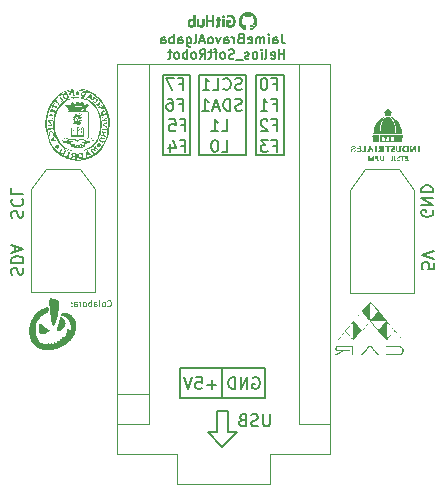
<source format=gbr>
%TF.GenerationSoftware,KiCad,Pcbnew,(7.0.0)*%
%TF.CreationDate,2023-11-14T12:38:22+01:00*%
%TF.ProjectId,Helios_PCB_section,48656c69-6f73-45f5-9043-425f73656374,rev?*%
%TF.SameCoordinates,Original*%
%TF.FileFunction,Legend,Bot*%
%TF.FilePolarity,Positive*%
%FSLAX46Y46*%
G04 Gerber Fmt 4.6, Leading zero omitted, Abs format (unit mm)*
G04 Created by KiCad (PCBNEW (7.0.0)) date 2023-11-14 12:38:22*
%MOMM*%
%LPD*%
G01*
G04 APERTURE LIST*
%ADD10C,0.150000*%
%ADD11C,0.100000*%
%ADD12C,0.120000*%
G04 APERTURE END LIST*
D10*
X103000000Y-76825000D02*
X103000000Y-83575000D01*
X104500000Y-105250000D02*
X105500000Y-105250000D01*
X110200000Y-76825000D02*
X107800000Y-76825000D01*
X100000000Y-83575000D02*
X102250000Y-83575000D01*
X107800000Y-76825000D02*
X107800000Y-83575000D01*
X104500000Y-105250000D02*
X104500000Y-107000000D01*
X102250000Y-76825000D02*
X100000000Y-76825000D01*
X100000000Y-76825000D02*
X100000000Y-83575000D01*
X107800000Y-83575000D02*
X110200000Y-83575000D01*
X105500000Y-107000000D02*
X106250000Y-107000000D01*
X107000000Y-76825000D02*
X103000000Y-76825000D01*
X104500000Y-107000000D02*
X103750000Y-107000000D01*
X103000000Y-83575000D02*
X107000000Y-83575000D01*
X101402000Y-101600000D02*
X108598000Y-101600000D01*
X108598000Y-101600000D02*
X108598000Y-104167000D01*
X108598000Y-104167000D02*
X101402000Y-104167000D01*
X101402000Y-104167000D02*
X101402000Y-101600000D01*
X105000000Y-108250000D02*
X103750000Y-107000000D01*
X107000000Y-83575000D02*
X107000000Y-76825000D01*
X105500000Y-105250000D02*
X105500000Y-107000000D01*
X106250000Y-107000000D02*
X105000000Y-108250000D01*
X105000000Y-104167000D02*
X105000000Y-101600000D01*
X110200000Y-83575000D02*
X110200000Y-76825000D01*
X102250000Y-83575000D02*
X102250000Y-76825000D01*
X87184038Y-88861923D02*
X87136419Y-88719066D01*
X87136419Y-88719066D02*
X87136419Y-88480971D01*
X87136419Y-88480971D02*
X87184038Y-88385733D01*
X87184038Y-88385733D02*
X87231657Y-88338114D01*
X87231657Y-88338114D02*
X87326895Y-88290495D01*
X87326895Y-88290495D02*
X87422133Y-88290495D01*
X87422133Y-88290495D02*
X87517371Y-88338114D01*
X87517371Y-88338114D02*
X87564990Y-88385733D01*
X87564990Y-88385733D02*
X87612609Y-88480971D01*
X87612609Y-88480971D02*
X87660228Y-88671447D01*
X87660228Y-88671447D02*
X87707847Y-88766685D01*
X87707847Y-88766685D02*
X87755466Y-88814304D01*
X87755466Y-88814304D02*
X87850704Y-88861923D01*
X87850704Y-88861923D02*
X87945942Y-88861923D01*
X87945942Y-88861923D02*
X88041180Y-88814304D01*
X88041180Y-88814304D02*
X88088800Y-88766685D01*
X88088800Y-88766685D02*
X88136419Y-88671447D01*
X88136419Y-88671447D02*
X88136419Y-88433352D01*
X88136419Y-88433352D02*
X88088800Y-88290495D01*
X87231657Y-87290495D02*
X87184038Y-87338114D01*
X87184038Y-87338114D02*
X87136419Y-87480971D01*
X87136419Y-87480971D02*
X87136419Y-87576209D01*
X87136419Y-87576209D02*
X87184038Y-87719066D01*
X87184038Y-87719066D02*
X87279276Y-87814304D01*
X87279276Y-87814304D02*
X87374514Y-87861923D01*
X87374514Y-87861923D02*
X87564990Y-87909542D01*
X87564990Y-87909542D02*
X87707847Y-87909542D01*
X87707847Y-87909542D02*
X87898323Y-87861923D01*
X87898323Y-87861923D02*
X87993561Y-87814304D01*
X87993561Y-87814304D02*
X88088800Y-87719066D01*
X88088800Y-87719066D02*
X88136419Y-87576209D01*
X88136419Y-87576209D02*
X88136419Y-87480971D01*
X88136419Y-87480971D02*
X88088800Y-87338114D01*
X88088800Y-87338114D02*
X88041180Y-87290495D01*
X87136419Y-86385733D02*
X87136419Y-86861923D01*
X87136419Y-86861923D02*
X88136419Y-86861923D01*
X122883619Y-92706914D02*
X122883619Y-93183104D01*
X122883619Y-93183104D02*
X122407428Y-93230723D01*
X122407428Y-93230723D02*
X122455047Y-93183104D01*
X122455047Y-93183104D02*
X122502666Y-93087866D01*
X122502666Y-93087866D02*
X122502666Y-92849771D01*
X122502666Y-92849771D02*
X122455047Y-92754533D01*
X122455047Y-92754533D02*
X122407428Y-92706914D01*
X122407428Y-92706914D02*
X122312190Y-92659295D01*
X122312190Y-92659295D02*
X122074095Y-92659295D01*
X122074095Y-92659295D02*
X121978857Y-92706914D01*
X121978857Y-92706914D02*
X121931238Y-92754533D01*
X121931238Y-92754533D02*
X121883619Y-92849771D01*
X121883619Y-92849771D02*
X121883619Y-93087866D01*
X121883619Y-93087866D02*
X121931238Y-93183104D01*
X121931238Y-93183104D02*
X121978857Y-93230723D01*
X122883619Y-92373580D02*
X121883619Y-92040247D01*
X121883619Y-92040247D02*
X122883619Y-91706914D01*
X109278571Y-79283571D02*
X109611904Y-79283571D01*
X109611904Y-79807380D02*
X109611904Y-78807380D01*
X109611904Y-78807380D02*
X109135714Y-78807380D01*
X108230952Y-79807380D02*
X108802380Y-79807380D01*
X108516666Y-79807380D02*
X108516666Y-78807380D01*
X108516666Y-78807380D02*
X108611904Y-78950238D01*
X108611904Y-78950238D02*
X108707142Y-79045476D01*
X108707142Y-79045476D02*
X108802380Y-79093095D01*
X106649999Y-79759761D02*
X106507142Y-79807380D01*
X106507142Y-79807380D02*
X106269047Y-79807380D01*
X106269047Y-79807380D02*
X106173809Y-79759761D01*
X106173809Y-79759761D02*
X106126190Y-79712142D01*
X106126190Y-79712142D02*
X106078571Y-79616904D01*
X106078571Y-79616904D02*
X106078571Y-79521666D01*
X106078571Y-79521666D02*
X106126190Y-79426428D01*
X106126190Y-79426428D02*
X106173809Y-79378809D01*
X106173809Y-79378809D02*
X106269047Y-79331190D01*
X106269047Y-79331190D02*
X106459523Y-79283571D01*
X106459523Y-79283571D02*
X106554761Y-79235952D01*
X106554761Y-79235952D02*
X106602380Y-79188333D01*
X106602380Y-79188333D02*
X106649999Y-79093095D01*
X106649999Y-79093095D02*
X106649999Y-78997857D01*
X106649999Y-78997857D02*
X106602380Y-78902619D01*
X106602380Y-78902619D02*
X106554761Y-78855000D01*
X106554761Y-78855000D02*
X106459523Y-78807380D01*
X106459523Y-78807380D02*
X106221428Y-78807380D01*
X106221428Y-78807380D02*
X106078571Y-78855000D01*
X105649999Y-79807380D02*
X105649999Y-78807380D01*
X105649999Y-78807380D02*
X105411904Y-78807380D01*
X105411904Y-78807380D02*
X105269047Y-78855000D01*
X105269047Y-78855000D02*
X105173809Y-78950238D01*
X105173809Y-78950238D02*
X105126190Y-79045476D01*
X105126190Y-79045476D02*
X105078571Y-79235952D01*
X105078571Y-79235952D02*
X105078571Y-79378809D01*
X105078571Y-79378809D02*
X105126190Y-79569285D01*
X105126190Y-79569285D02*
X105173809Y-79664523D01*
X105173809Y-79664523D02*
X105269047Y-79759761D01*
X105269047Y-79759761D02*
X105411904Y-79807380D01*
X105411904Y-79807380D02*
X105649999Y-79807380D01*
X104697618Y-79521666D02*
X104221428Y-79521666D01*
X104792856Y-79807380D02*
X104459523Y-78807380D01*
X104459523Y-78807380D02*
X104126190Y-79807380D01*
X103269047Y-79807380D02*
X103840475Y-79807380D01*
X103554761Y-79807380D02*
X103554761Y-78807380D01*
X103554761Y-78807380D02*
X103649999Y-78950238D01*
X103649999Y-78950238D02*
X103745237Y-79045476D01*
X103745237Y-79045476D02*
X103840475Y-79093095D01*
X101307142Y-79283571D02*
X101640475Y-79283571D01*
X101640475Y-79807380D02*
X101640475Y-78807380D01*
X101640475Y-78807380D02*
X101164285Y-78807380D01*
X100354761Y-78807380D02*
X100545237Y-78807380D01*
X100545237Y-78807380D02*
X100640475Y-78855000D01*
X100640475Y-78855000D02*
X100688094Y-78902619D01*
X100688094Y-78902619D02*
X100783332Y-79045476D01*
X100783332Y-79045476D02*
X100830951Y-79235952D01*
X100830951Y-79235952D02*
X100830951Y-79616904D01*
X100830951Y-79616904D02*
X100783332Y-79712142D01*
X100783332Y-79712142D02*
X100735713Y-79759761D01*
X100735713Y-79759761D02*
X100640475Y-79807380D01*
X100640475Y-79807380D02*
X100449999Y-79807380D01*
X100449999Y-79807380D02*
X100354761Y-79759761D01*
X100354761Y-79759761D02*
X100307142Y-79712142D01*
X100307142Y-79712142D02*
X100259523Y-79616904D01*
X100259523Y-79616904D02*
X100259523Y-79378809D01*
X100259523Y-79378809D02*
X100307142Y-79283571D01*
X100307142Y-79283571D02*
X100354761Y-79235952D01*
X100354761Y-79235952D02*
X100449999Y-79188333D01*
X100449999Y-79188333D02*
X100640475Y-79188333D01*
X100640475Y-79188333D02*
X100735713Y-79235952D01*
X100735713Y-79235952D02*
X100783332Y-79283571D01*
X100783332Y-79283571D02*
X100830951Y-79378809D01*
X122785200Y-88239695D02*
X122832819Y-88334933D01*
X122832819Y-88334933D02*
X122832819Y-88477790D01*
X122832819Y-88477790D02*
X122785200Y-88620647D01*
X122785200Y-88620647D02*
X122689961Y-88715885D01*
X122689961Y-88715885D02*
X122594723Y-88763504D01*
X122594723Y-88763504D02*
X122404247Y-88811123D01*
X122404247Y-88811123D02*
X122261390Y-88811123D01*
X122261390Y-88811123D02*
X122070914Y-88763504D01*
X122070914Y-88763504D02*
X121975676Y-88715885D01*
X121975676Y-88715885D02*
X121880438Y-88620647D01*
X121880438Y-88620647D02*
X121832819Y-88477790D01*
X121832819Y-88477790D02*
X121832819Y-88382552D01*
X121832819Y-88382552D02*
X121880438Y-88239695D01*
X121880438Y-88239695D02*
X121928057Y-88192076D01*
X121928057Y-88192076D02*
X122261390Y-88192076D01*
X122261390Y-88192076D02*
X122261390Y-88382552D01*
X121832819Y-87763504D02*
X122832819Y-87763504D01*
X122832819Y-87763504D02*
X121832819Y-87192076D01*
X121832819Y-87192076D02*
X122832819Y-87192076D01*
X121832819Y-86715885D02*
X122832819Y-86715885D01*
X122832819Y-86715885D02*
X122832819Y-86477790D01*
X122832819Y-86477790D02*
X122785200Y-86334933D01*
X122785200Y-86334933D02*
X122689961Y-86239695D01*
X122689961Y-86239695D02*
X122594723Y-86192076D01*
X122594723Y-86192076D02*
X122404247Y-86144457D01*
X122404247Y-86144457D02*
X122261390Y-86144457D01*
X122261390Y-86144457D02*
X122070914Y-86192076D01*
X122070914Y-86192076D02*
X121975676Y-86239695D01*
X121975676Y-86239695D02*
X121880438Y-86334933D01*
X121880438Y-86334933D02*
X121832819Y-86477790D01*
X121832819Y-86477790D02*
X121832819Y-86715885D01*
X109278571Y-81033571D02*
X109611904Y-81033571D01*
X109611904Y-81557380D02*
X109611904Y-80557380D01*
X109611904Y-80557380D02*
X109135714Y-80557380D01*
X108802380Y-80652619D02*
X108754761Y-80605000D01*
X108754761Y-80605000D02*
X108659523Y-80557380D01*
X108659523Y-80557380D02*
X108421428Y-80557380D01*
X108421428Y-80557380D02*
X108326190Y-80605000D01*
X108326190Y-80605000D02*
X108278571Y-80652619D01*
X108278571Y-80652619D02*
X108230952Y-80747857D01*
X108230952Y-80747857D02*
X108230952Y-80843095D01*
X108230952Y-80843095D02*
X108278571Y-80985952D01*
X108278571Y-80985952D02*
X108849999Y-81557380D01*
X108849999Y-81557380D02*
X108230952Y-81557380D01*
X104926190Y-81557380D02*
X105402380Y-81557380D01*
X105402380Y-81557380D02*
X105402380Y-80557380D01*
X104069047Y-81557380D02*
X104640475Y-81557380D01*
X104354761Y-81557380D02*
X104354761Y-80557380D01*
X104354761Y-80557380D02*
X104449999Y-80700238D01*
X104449999Y-80700238D02*
X104545237Y-80795476D01*
X104545237Y-80795476D02*
X104640475Y-80843095D01*
X101507142Y-81033571D02*
X101840475Y-81033571D01*
X101840475Y-81557380D02*
X101840475Y-80557380D01*
X101840475Y-80557380D02*
X101364285Y-80557380D01*
X100507142Y-80557380D02*
X100983332Y-80557380D01*
X100983332Y-80557380D02*
X101030951Y-81033571D01*
X101030951Y-81033571D02*
X100983332Y-80985952D01*
X100983332Y-80985952D02*
X100888094Y-80938333D01*
X100888094Y-80938333D02*
X100649999Y-80938333D01*
X100649999Y-80938333D02*
X100554761Y-80985952D01*
X100554761Y-80985952D02*
X100507142Y-81033571D01*
X100507142Y-81033571D02*
X100459523Y-81128809D01*
X100459523Y-81128809D02*
X100459523Y-81366904D01*
X100459523Y-81366904D02*
X100507142Y-81462142D01*
X100507142Y-81462142D02*
X100554761Y-81509761D01*
X100554761Y-81509761D02*
X100649999Y-81557380D01*
X100649999Y-81557380D02*
X100888094Y-81557380D01*
X100888094Y-81557380D02*
X100983332Y-81509761D01*
X100983332Y-81509761D02*
X101030951Y-81462142D01*
X107588095Y-102430000D02*
X107683333Y-102382380D01*
X107683333Y-102382380D02*
X107826190Y-102382380D01*
X107826190Y-102382380D02*
X107969047Y-102430000D01*
X107969047Y-102430000D02*
X108064285Y-102525238D01*
X108064285Y-102525238D02*
X108111904Y-102620476D01*
X108111904Y-102620476D02*
X108159523Y-102810952D01*
X108159523Y-102810952D02*
X108159523Y-102953809D01*
X108159523Y-102953809D02*
X108111904Y-103144285D01*
X108111904Y-103144285D02*
X108064285Y-103239523D01*
X108064285Y-103239523D02*
X107969047Y-103334761D01*
X107969047Y-103334761D02*
X107826190Y-103382380D01*
X107826190Y-103382380D02*
X107730952Y-103382380D01*
X107730952Y-103382380D02*
X107588095Y-103334761D01*
X107588095Y-103334761D02*
X107540476Y-103287142D01*
X107540476Y-103287142D02*
X107540476Y-102953809D01*
X107540476Y-102953809D02*
X107730952Y-102953809D01*
X107111904Y-103382380D02*
X107111904Y-102382380D01*
X107111904Y-102382380D02*
X106540476Y-103382380D01*
X106540476Y-103382380D02*
X106540476Y-102382380D01*
X106064285Y-103382380D02*
X106064285Y-102382380D01*
X106064285Y-102382380D02*
X105826190Y-102382380D01*
X105826190Y-102382380D02*
X105683333Y-102430000D01*
X105683333Y-102430000D02*
X105588095Y-102525238D01*
X105588095Y-102525238D02*
X105540476Y-102620476D01*
X105540476Y-102620476D02*
X105492857Y-102810952D01*
X105492857Y-102810952D02*
X105492857Y-102953809D01*
X105492857Y-102953809D02*
X105540476Y-103144285D01*
X105540476Y-103144285D02*
X105588095Y-103239523D01*
X105588095Y-103239523D02*
X105683333Y-103334761D01*
X105683333Y-103334761D02*
X105826190Y-103382380D01*
X105826190Y-103382380D02*
X106064285Y-103382380D01*
X104464285Y-103001428D02*
X103702381Y-103001428D01*
X104083333Y-103382380D02*
X104083333Y-102620476D01*
X102750000Y-102382380D02*
X103226190Y-102382380D01*
X103226190Y-102382380D02*
X103273809Y-102858571D01*
X103273809Y-102858571D02*
X103226190Y-102810952D01*
X103226190Y-102810952D02*
X103130952Y-102763333D01*
X103130952Y-102763333D02*
X102892857Y-102763333D01*
X102892857Y-102763333D02*
X102797619Y-102810952D01*
X102797619Y-102810952D02*
X102750000Y-102858571D01*
X102750000Y-102858571D02*
X102702381Y-102953809D01*
X102702381Y-102953809D02*
X102702381Y-103191904D01*
X102702381Y-103191904D02*
X102750000Y-103287142D01*
X102750000Y-103287142D02*
X102797619Y-103334761D01*
X102797619Y-103334761D02*
X102892857Y-103382380D01*
X102892857Y-103382380D02*
X103130952Y-103382380D01*
X103130952Y-103382380D02*
X103226190Y-103334761D01*
X103226190Y-103334761D02*
X103273809Y-103287142D01*
X102416666Y-102382380D02*
X102083333Y-103382380D01*
X102083333Y-103382380D02*
X101750000Y-102382380D01*
X109278571Y-82783571D02*
X109611904Y-82783571D01*
X109611904Y-83307380D02*
X109611904Y-82307380D01*
X109611904Y-82307380D02*
X109135714Y-82307380D01*
X108849999Y-82307380D02*
X108230952Y-82307380D01*
X108230952Y-82307380D02*
X108564285Y-82688333D01*
X108564285Y-82688333D02*
X108421428Y-82688333D01*
X108421428Y-82688333D02*
X108326190Y-82735952D01*
X108326190Y-82735952D02*
X108278571Y-82783571D01*
X108278571Y-82783571D02*
X108230952Y-82878809D01*
X108230952Y-82878809D02*
X108230952Y-83116904D01*
X108230952Y-83116904D02*
X108278571Y-83212142D01*
X108278571Y-83212142D02*
X108326190Y-83259761D01*
X108326190Y-83259761D02*
X108421428Y-83307380D01*
X108421428Y-83307380D02*
X108707142Y-83307380D01*
X108707142Y-83307380D02*
X108802380Y-83259761D01*
X108802380Y-83259761D02*
X108849999Y-83212142D01*
X104926190Y-83307380D02*
X105402380Y-83307380D01*
X105402380Y-83307380D02*
X105402380Y-82307380D01*
X104402380Y-82307380D02*
X104307142Y-82307380D01*
X104307142Y-82307380D02*
X104211904Y-82355000D01*
X104211904Y-82355000D02*
X104164285Y-82402619D01*
X104164285Y-82402619D02*
X104116666Y-82497857D01*
X104116666Y-82497857D02*
X104069047Y-82688333D01*
X104069047Y-82688333D02*
X104069047Y-82926428D01*
X104069047Y-82926428D02*
X104116666Y-83116904D01*
X104116666Y-83116904D02*
X104164285Y-83212142D01*
X104164285Y-83212142D02*
X104211904Y-83259761D01*
X104211904Y-83259761D02*
X104307142Y-83307380D01*
X104307142Y-83307380D02*
X104402380Y-83307380D01*
X104402380Y-83307380D02*
X104497618Y-83259761D01*
X104497618Y-83259761D02*
X104545237Y-83212142D01*
X104545237Y-83212142D02*
X104592856Y-83116904D01*
X104592856Y-83116904D02*
X104640475Y-82926428D01*
X104640475Y-82926428D02*
X104640475Y-82688333D01*
X104640475Y-82688333D02*
X104592856Y-82497857D01*
X104592856Y-82497857D02*
X104545237Y-82402619D01*
X104545237Y-82402619D02*
X104497618Y-82355000D01*
X104497618Y-82355000D02*
X104402380Y-82307380D01*
X101507142Y-82783571D02*
X101840475Y-82783571D01*
X101840475Y-83307380D02*
X101840475Y-82307380D01*
X101840475Y-82307380D02*
X101364285Y-82307380D01*
X100554761Y-82640714D02*
X100554761Y-83307380D01*
X100792856Y-82259761D02*
X101030951Y-82974047D01*
X101030951Y-82974047D02*
X100411904Y-82974047D01*
X87184038Y-93687923D02*
X87136419Y-93545066D01*
X87136419Y-93545066D02*
X87136419Y-93306971D01*
X87136419Y-93306971D02*
X87184038Y-93211733D01*
X87184038Y-93211733D02*
X87231657Y-93164114D01*
X87231657Y-93164114D02*
X87326895Y-93116495D01*
X87326895Y-93116495D02*
X87422133Y-93116495D01*
X87422133Y-93116495D02*
X87517371Y-93164114D01*
X87517371Y-93164114D02*
X87564990Y-93211733D01*
X87564990Y-93211733D02*
X87612609Y-93306971D01*
X87612609Y-93306971D02*
X87660228Y-93497447D01*
X87660228Y-93497447D02*
X87707847Y-93592685D01*
X87707847Y-93592685D02*
X87755466Y-93640304D01*
X87755466Y-93640304D02*
X87850704Y-93687923D01*
X87850704Y-93687923D02*
X87945942Y-93687923D01*
X87945942Y-93687923D02*
X88041180Y-93640304D01*
X88041180Y-93640304D02*
X88088800Y-93592685D01*
X88088800Y-93592685D02*
X88136419Y-93497447D01*
X88136419Y-93497447D02*
X88136419Y-93259352D01*
X88136419Y-93259352D02*
X88088800Y-93116495D01*
X87136419Y-92687923D02*
X88136419Y-92687923D01*
X88136419Y-92687923D02*
X88136419Y-92449828D01*
X88136419Y-92449828D02*
X88088800Y-92306971D01*
X88088800Y-92306971D02*
X87993561Y-92211733D01*
X87993561Y-92211733D02*
X87898323Y-92164114D01*
X87898323Y-92164114D02*
X87707847Y-92116495D01*
X87707847Y-92116495D02*
X87564990Y-92116495D01*
X87564990Y-92116495D02*
X87374514Y-92164114D01*
X87374514Y-92164114D02*
X87279276Y-92211733D01*
X87279276Y-92211733D02*
X87184038Y-92306971D01*
X87184038Y-92306971D02*
X87136419Y-92449828D01*
X87136419Y-92449828D02*
X87136419Y-92687923D01*
X87422133Y-91735542D02*
X87422133Y-91259352D01*
X87136419Y-91830780D02*
X88136419Y-91497447D01*
X88136419Y-91497447D02*
X87136419Y-91164114D01*
D11*
X95251638Y-96312771D02*
X95275447Y-96336580D01*
X95275447Y-96336580D02*
X95346876Y-96360390D01*
X95346876Y-96360390D02*
X95394495Y-96360390D01*
X95394495Y-96360390D02*
X95465923Y-96336580D01*
X95465923Y-96336580D02*
X95513542Y-96288961D01*
X95513542Y-96288961D02*
X95537352Y-96241342D01*
X95537352Y-96241342D02*
X95561161Y-96146104D01*
X95561161Y-96146104D02*
X95561161Y-96074676D01*
X95561161Y-96074676D02*
X95537352Y-95979438D01*
X95537352Y-95979438D02*
X95513542Y-95931819D01*
X95513542Y-95931819D02*
X95465923Y-95884200D01*
X95465923Y-95884200D02*
X95394495Y-95860390D01*
X95394495Y-95860390D02*
X95346876Y-95860390D01*
X95346876Y-95860390D02*
X95275447Y-95884200D01*
X95275447Y-95884200D02*
X95251638Y-95908009D01*
X94965923Y-96360390D02*
X95013542Y-96336580D01*
X95013542Y-96336580D02*
X95037352Y-96312771D01*
X95037352Y-96312771D02*
X95061161Y-96265152D01*
X95061161Y-96265152D02*
X95061161Y-96122295D01*
X95061161Y-96122295D02*
X95037352Y-96074676D01*
X95037352Y-96074676D02*
X95013542Y-96050866D01*
X95013542Y-96050866D02*
X94965923Y-96027057D01*
X94965923Y-96027057D02*
X94894495Y-96027057D01*
X94894495Y-96027057D02*
X94846876Y-96050866D01*
X94846876Y-96050866D02*
X94823066Y-96074676D01*
X94823066Y-96074676D02*
X94799257Y-96122295D01*
X94799257Y-96122295D02*
X94799257Y-96265152D01*
X94799257Y-96265152D02*
X94823066Y-96312771D01*
X94823066Y-96312771D02*
X94846876Y-96336580D01*
X94846876Y-96336580D02*
X94894495Y-96360390D01*
X94894495Y-96360390D02*
X94965923Y-96360390D01*
X94513542Y-96360390D02*
X94561161Y-96336580D01*
X94561161Y-96336580D02*
X94584971Y-96288961D01*
X94584971Y-96288961D02*
X94584971Y-95860390D01*
X94108780Y-96360390D02*
X94108780Y-96098485D01*
X94108780Y-96098485D02*
X94132590Y-96050866D01*
X94132590Y-96050866D02*
X94180209Y-96027057D01*
X94180209Y-96027057D02*
X94275447Y-96027057D01*
X94275447Y-96027057D02*
X94323066Y-96050866D01*
X94108780Y-96336580D02*
X94156399Y-96360390D01*
X94156399Y-96360390D02*
X94275447Y-96360390D01*
X94275447Y-96360390D02*
X94323066Y-96336580D01*
X94323066Y-96336580D02*
X94346875Y-96288961D01*
X94346875Y-96288961D02*
X94346875Y-96241342D01*
X94346875Y-96241342D02*
X94323066Y-96193723D01*
X94323066Y-96193723D02*
X94275447Y-96169914D01*
X94275447Y-96169914D02*
X94156399Y-96169914D01*
X94156399Y-96169914D02*
X94108780Y-96146104D01*
X93870685Y-96360390D02*
X93870685Y-95860390D01*
X93870685Y-96050866D02*
X93823066Y-96027057D01*
X93823066Y-96027057D02*
X93727828Y-96027057D01*
X93727828Y-96027057D02*
X93680209Y-96050866D01*
X93680209Y-96050866D02*
X93656399Y-96074676D01*
X93656399Y-96074676D02*
X93632590Y-96122295D01*
X93632590Y-96122295D02*
X93632590Y-96265152D01*
X93632590Y-96265152D02*
X93656399Y-96312771D01*
X93656399Y-96312771D02*
X93680209Y-96336580D01*
X93680209Y-96336580D02*
X93727828Y-96360390D01*
X93727828Y-96360390D02*
X93823066Y-96360390D01*
X93823066Y-96360390D02*
X93870685Y-96336580D01*
X93346875Y-96360390D02*
X93394494Y-96336580D01*
X93394494Y-96336580D02*
X93418304Y-96312771D01*
X93418304Y-96312771D02*
X93442113Y-96265152D01*
X93442113Y-96265152D02*
X93442113Y-96122295D01*
X93442113Y-96122295D02*
X93418304Y-96074676D01*
X93418304Y-96074676D02*
X93394494Y-96050866D01*
X93394494Y-96050866D02*
X93346875Y-96027057D01*
X93346875Y-96027057D02*
X93275447Y-96027057D01*
X93275447Y-96027057D02*
X93227828Y-96050866D01*
X93227828Y-96050866D02*
X93204018Y-96074676D01*
X93204018Y-96074676D02*
X93180209Y-96122295D01*
X93180209Y-96122295D02*
X93180209Y-96265152D01*
X93180209Y-96265152D02*
X93204018Y-96312771D01*
X93204018Y-96312771D02*
X93227828Y-96336580D01*
X93227828Y-96336580D02*
X93275447Y-96360390D01*
X93275447Y-96360390D02*
X93346875Y-96360390D01*
X92965923Y-96360390D02*
X92965923Y-96027057D01*
X92965923Y-96122295D02*
X92942113Y-96074676D01*
X92942113Y-96074676D02*
X92918304Y-96050866D01*
X92918304Y-96050866D02*
X92870685Y-96027057D01*
X92870685Y-96027057D02*
X92823066Y-96027057D01*
X92442113Y-96360390D02*
X92442113Y-96098485D01*
X92442113Y-96098485D02*
X92465923Y-96050866D01*
X92465923Y-96050866D02*
X92513542Y-96027057D01*
X92513542Y-96027057D02*
X92608780Y-96027057D01*
X92608780Y-96027057D02*
X92656399Y-96050866D01*
X92442113Y-96336580D02*
X92489732Y-96360390D01*
X92489732Y-96360390D02*
X92608780Y-96360390D01*
X92608780Y-96360390D02*
X92656399Y-96336580D01*
X92656399Y-96336580D02*
X92680208Y-96288961D01*
X92680208Y-96288961D02*
X92680208Y-96241342D01*
X92680208Y-96241342D02*
X92656399Y-96193723D01*
X92656399Y-96193723D02*
X92608780Y-96169914D01*
X92608780Y-96169914D02*
X92489732Y-96169914D01*
X92489732Y-96169914D02*
X92442113Y-96146104D01*
X92204018Y-96312771D02*
X92180208Y-96336580D01*
X92180208Y-96336580D02*
X92204018Y-96360390D01*
X92204018Y-96360390D02*
X92227827Y-96336580D01*
X92227827Y-96336580D02*
X92204018Y-96312771D01*
X92204018Y-96312771D02*
X92204018Y-96360390D01*
X92204018Y-96050866D02*
X92180208Y-96074676D01*
X92180208Y-96074676D02*
X92204018Y-96098485D01*
X92204018Y-96098485D02*
X92227827Y-96074676D01*
X92227827Y-96074676D02*
X92204018Y-96050866D01*
X92204018Y-96050866D02*
X92204018Y-96098485D01*
D10*
X110020152Y-73318704D02*
X110020152Y-73890133D01*
X110020152Y-73890133D02*
X110058247Y-74004419D01*
X110058247Y-74004419D02*
X110134438Y-74080609D01*
X110134438Y-74080609D02*
X110248723Y-74118704D01*
X110248723Y-74118704D02*
X110324914Y-74118704D01*
X109296342Y-74118704D02*
X109296342Y-73699657D01*
X109296342Y-73699657D02*
X109334437Y-73623466D01*
X109334437Y-73623466D02*
X109410628Y-73585371D01*
X109410628Y-73585371D02*
X109563009Y-73585371D01*
X109563009Y-73585371D02*
X109639199Y-73623466D01*
X109296342Y-74080609D02*
X109372533Y-74118704D01*
X109372533Y-74118704D02*
X109563009Y-74118704D01*
X109563009Y-74118704D02*
X109639199Y-74080609D01*
X109639199Y-74080609D02*
X109677295Y-74004419D01*
X109677295Y-74004419D02*
X109677295Y-73928228D01*
X109677295Y-73928228D02*
X109639199Y-73852038D01*
X109639199Y-73852038D02*
X109563009Y-73813942D01*
X109563009Y-73813942D02*
X109372533Y-73813942D01*
X109372533Y-73813942D02*
X109296342Y-73775847D01*
X108915389Y-74118704D02*
X108915389Y-73585371D01*
X108915389Y-73318704D02*
X108953485Y-73356800D01*
X108953485Y-73356800D02*
X108915389Y-73394895D01*
X108915389Y-73394895D02*
X108877294Y-73356800D01*
X108877294Y-73356800D02*
X108915389Y-73318704D01*
X108915389Y-73318704D02*
X108915389Y-73394895D01*
X108534437Y-74118704D02*
X108534437Y-73585371D01*
X108534437Y-73661561D02*
X108496342Y-73623466D01*
X108496342Y-73623466D02*
X108420152Y-73585371D01*
X108420152Y-73585371D02*
X108305866Y-73585371D01*
X108305866Y-73585371D02*
X108229675Y-73623466D01*
X108229675Y-73623466D02*
X108191580Y-73699657D01*
X108191580Y-73699657D02*
X108191580Y-74118704D01*
X108191580Y-73699657D02*
X108153485Y-73623466D01*
X108153485Y-73623466D02*
X108077294Y-73585371D01*
X108077294Y-73585371D02*
X107963009Y-73585371D01*
X107963009Y-73585371D02*
X107886818Y-73623466D01*
X107886818Y-73623466D02*
X107848723Y-73699657D01*
X107848723Y-73699657D02*
X107848723Y-74118704D01*
X107163008Y-74080609D02*
X107239199Y-74118704D01*
X107239199Y-74118704D02*
X107391580Y-74118704D01*
X107391580Y-74118704D02*
X107467770Y-74080609D01*
X107467770Y-74080609D02*
X107505866Y-74004419D01*
X107505866Y-74004419D02*
X107505866Y-73699657D01*
X107505866Y-73699657D02*
X107467770Y-73623466D01*
X107467770Y-73623466D02*
X107391580Y-73585371D01*
X107391580Y-73585371D02*
X107239199Y-73585371D01*
X107239199Y-73585371D02*
X107163008Y-73623466D01*
X107163008Y-73623466D02*
X107124913Y-73699657D01*
X107124913Y-73699657D02*
X107124913Y-73775847D01*
X107124913Y-73775847D02*
X107505866Y-73852038D01*
X106515390Y-73699657D02*
X106401104Y-73737752D01*
X106401104Y-73737752D02*
X106363009Y-73775847D01*
X106363009Y-73775847D02*
X106324913Y-73852038D01*
X106324913Y-73852038D02*
X106324913Y-73966323D01*
X106324913Y-73966323D02*
X106363009Y-74042514D01*
X106363009Y-74042514D02*
X106401104Y-74080609D01*
X106401104Y-74080609D02*
X106477294Y-74118704D01*
X106477294Y-74118704D02*
X106782056Y-74118704D01*
X106782056Y-74118704D02*
X106782056Y-73318704D01*
X106782056Y-73318704D02*
X106515390Y-73318704D01*
X106515390Y-73318704D02*
X106439199Y-73356800D01*
X106439199Y-73356800D02*
X106401104Y-73394895D01*
X106401104Y-73394895D02*
X106363009Y-73471085D01*
X106363009Y-73471085D02*
X106363009Y-73547276D01*
X106363009Y-73547276D02*
X106401104Y-73623466D01*
X106401104Y-73623466D02*
X106439199Y-73661561D01*
X106439199Y-73661561D02*
X106515390Y-73699657D01*
X106515390Y-73699657D02*
X106782056Y-73699657D01*
X105982056Y-74118704D02*
X105982056Y-73585371D01*
X105982056Y-73737752D02*
X105943961Y-73661561D01*
X105943961Y-73661561D02*
X105905866Y-73623466D01*
X105905866Y-73623466D02*
X105829675Y-73585371D01*
X105829675Y-73585371D02*
X105753485Y-73585371D01*
X105143961Y-74118704D02*
X105143961Y-73699657D01*
X105143961Y-73699657D02*
X105182056Y-73623466D01*
X105182056Y-73623466D02*
X105258247Y-73585371D01*
X105258247Y-73585371D02*
X105410628Y-73585371D01*
X105410628Y-73585371D02*
X105486818Y-73623466D01*
X105143961Y-74080609D02*
X105220152Y-74118704D01*
X105220152Y-74118704D02*
X105410628Y-74118704D01*
X105410628Y-74118704D02*
X105486818Y-74080609D01*
X105486818Y-74080609D02*
X105524914Y-74004419D01*
X105524914Y-74004419D02*
X105524914Y-73928228D01*
X105524914Y-73928228D02*
X105486818Y-73852038D01*
X105486818Y-73852038D02*
X105410628Y-73813942D01*
X105410628Y-73813942D02*
X105220152Y-73813942D01*
X105220152Y-73813942D02*
X105143961Y-73775847D01*
X104839199Y-73585371D02*
X104648723Y-74118704D01*
X104648723Y-74118704D02*
X104458246Y-73585371D01*
X104039199Y-74118704D02*
X104115389Y-74080609D01*
X104115389Y-74080609D02*
X104153484Y-74042514D01*
X104153484Y-74042514D02*
X104191580Y-73966323D01*
X104191580Y-73966323D02*
X104191580Y-73737752D01*
X104191580Y-73737752D02*
X104153484Y-73661561D01*
X104153484Y-73661561D02*
X104115389Y-73623466D01*
X104115389Y-73623466D02*
X104039199Y-73585371D01*
X104039199Y-73585371D02*
X103924913Y-73585371D01*
X103924913Y-73585371D02*
X103848722Y-73623466D01*
X103848722Y-73623466D02*
X103810627Y-73661561D01*
X103810627Y-73661561D02*
X103772532Y-73737752D01*
X103772532Y-73737752D02*
X103772532Y-73966323D01*
X103772532Y-73966323D02*
X103810627Y-74042514D01*
X103810627Y-74042514D02*
X103848722Y-74080609D01*
X103848722Y-74080609D02*
X103924913Y-74118704D01*
X103924913Y-74118704D02*
X104039199Y-74118704D01*
X103467770Y-73890133D02*
X103086817Y-73890133D01*
X103543960Y-74118704D02*
X103277293Y-73318704D01*
X103277293Y-73318704D02*
X103010627Y-74118704D01*
X102629675Y-74118704D02*
X102705865Y-74080609D01*
X102705865Y-74080609D02*
X102743960Y-74004419D01*
X102743960Y-74004419D02*
X102743960Y-73318704D01*
X101982055Y-73585371D02*
X101982055Y-74232990D01*
X101982055Y-74232990D02*
X102020150Y-74309180D01*
X102020150Y-74309180D02*
X102058246Y-74347276D01*
X102058246Y-74347276D02*
X102134436Y-74385371D01*
X102134436Y-74385371D02*
X102248722Y-74385371D01*
X102248722Y-74385371D02*
X102324912Y-74347276D01*
X101982055Y-74080609D02*
X102058246Y-74118704D01*
X102058246Y-74118704D02*
X102210627Y-74118704D01*
X102210627Y-74118704D02*
X102286817Y-74080609D01*
X102286817Y-74080609D02*
X102324912Y-74042514D01*
X102324912Y-74042514D02*
X102363008Y-73966323D01*
X102363008Y-73966323D02*
X102363008Y-73737752D01*
X102363008Y-73737752D02*
X102324912Y-73661561D01*
X102324912Y-73661561D02*
X102286817Y-73623466D01*
X102286817Y-73623466D02*
X102210627Y-73585371D01*
X102210627Y-73585371D02*
X102058246Y-73585371D01*
X102058246Y-73585371D02*
X101982055Y-73623466D01*
X101258245Y-74118704D02*
X101258245Y-73699657D01*
X101258245Y-73699657D02*
X101296340Y-73623466D01*
X101296340Y-73623466D02*
X101372531Y-73585371D01*
X101372531Y-73585371D02*
X101524912Y-73585371D01*
X101524912Y-73585371D02*
X101601102Y-73623466D01*
X101258245Y-74080609D02*
X101334436Y-74118704D01*
X101334436Y-74118704D02*
X101524912Y-74118704D01*
X101524912Y-74118704D02*
X101601102Y-74080609D01*
X101601102Y-74080609D02*
X101639198Y-74004419D01*
X101639198Y-74004419D02*
X101639198Y-73928228D01*
X101639198Y-73928228D02*
X101601102Y-73852038D01*
X101601102Y-73852038D02*
X101524912Y-73813942D01*
X101524912Y-73813942D02*
X101334436Y-73813942D01*
X101334436Y-73813942D02*
X101258245Y-73775847D01*
X100877292Y-74118704D02*
X100877292Y-73318704D01*
X100877292Y-73623466D02*
X100801102Y-73585371D01*
X100801102Y-73585371D02*
X100648721Y-73585371D01*
X100648721Y-73585371D02*
X100572530Y-73623466D01*
X100572530Y-73623466D02*
X100534435Y-73661561D01*
X100534435Y-73661561D02*
X100496340Y-73737752D01*
X100496340Y-73737752D02*
X100496340Y-73966323D01*
X100496340Y-73966323D02*
X100534435Y-74042514D01*
X100534435Y-74042514D02*
X100572530Y-74080609D01*
X100572530Y-74080609D02*
X100648721Y-74118704D01*
X100648721Y-74118704D02*
X100801102Y-74118704D01*
X100801102Y-74118704D02*
X100877292Y-74080609D01*
X99810625Y-74118704D02*
X99810625Y-73699657D01*
X99810625Y-73699657D02*
X99848720Y-73623466D01*
X99848720Y-73623466D02*
X99924911Y-73585371D01*
X99924911Y-73585371D02*
X100077292Y-73585371D01*
X100077292Y-73585371D02*
X100153482Y-73623466D01*
X99810625Y-74080609D02*
X99886816Y-74118704D01*
X99886816Y-74118704D02*
X100077292Y-74118704D01*
X100077292Y-74118704D02*
X100153482Y-74080609D01*
X100153482Y-74080609D02*
X100191578Y-74004419D01*
X100191578Y-74004419D02*
X100191578Y-73928228D01*
X100191578Y-73928228D02*
X100153482Y-73852038D01*
X100153482Y-73852038D02*
X100077292Y-73813942D01*
X100077292Y-73813942D02*
X99886816Y-73813942D01*
X99886816Y-73813942D02*
X99810625Y-73775847D01*
X110248723Y-75414704D02*
X110248723Y-74614704D01*
X110248723Y-74995657D02*
X109791580Y-74995657D01*
X109791580Y-75414704D02*
X109791580Y-74614704D01*
X109105866Y-75376609D02*
X109182057Y-75414704D01*
X109182057Y-75414704D02*
X109334438Y-75414704D01*
X109334438Y-75414704D02*
X109410628Y-75376609D01*
X109410628Y-75376609D02*
X109448724Y-75300419D01*
X109448724Y-75300419D02*
X109448724Y-74995657D01*
X109448724Y-74995657D02*
X109410628Y-74919466D01*
X109410628Y-74919466D02*
X109334438Y-74881371D01*
X109334438Y-74881371D02*
X109182057Y-74881371D01*
X109182057Y-74881371D02*
X109105866Y-74919466D01*
X109105866Y-74919466D02*
X109067771Y-74995657D01*
X109067771Y-74995657D02*
X109067771Y-75071847D01*
X109067771Y-75071847D02*
X109448724Y-75148038D01*
X108610629Y-75414704D02*
X108686819Y-75376609D01*
X108686819Y-75376609D02*
X108724914Y-75300419D01*
X108724914Y-75300419D02*
X108724914Y-74614704D01*
X108305866Y-75414704D02*
X108305866Y-74881371D01*
X108305866Y-74614704D02*
X108343962Y-74652800D01*
X108343962Y-74652800D02*
X108305866Y-74690895D01*
X108305866Y-74690895D02*
X108267771Y-74652800D01*
X108267771Y-74652800D02*
X108305866Y-74614704D01*
X108305866Y-74614704D02*
X108305866Y-74690895D01*
X107810629Y-75414704D02*
X107886819Y-75376609D01*
X107886819Y-75376609D02*
X107924914Y-75338514D01*
X107924914Y-75338514D02*
X107963010Y-75262323D01*
X107963010Y-75262323D02*
X107963010Y-75033752D01*
X107963010Y-75033752D02*
X107924914Y-74957561D01*
X107924914Y-74957561D02*
X107886819Y-74919466D01*
X107886819Y-74919466D02*
X107810629Y-74881371D01*
X107810629Y-74881371D02*
X107696343Y-74881371D01*
X107696343Y-74881371D02*
X107620152Y-74919466D01*
X107620152Y-74919466D02*
X107582057Y-74957561D01*
X107582057Y-74957561D02*
X107543962Y-75033752D01*
X107543962Y-75033752D02*
X107543962Y-75262323D01*
X107543962Y-75262323D02*
X107582057Y-75338514D01*
X107582057Y-75338514D02*
X107620152Y-75376609D01*
X107620152Y-75376609D02*
X107696343Y-75414704D01*
X107696343Y-75414704D02*
X107810629Y-75414704D01*
X107239200Y-75376609D02*
X107163009Y-75414704D01*
X107163009Y-75414704D02*
X107010628Y-75414704D01*
X107010628Y-75414704D02*
X106934438Y-75376609D01*
X106934438Y-75376609D02*
X106896342Y-75300419D01*
X106896342Y-75300419D02*
X106896342Y-75262323D01*
X106896342Y-75262323D02*
X106934438Y-75186133D01*
X106934438Y-75186133D02*
X107010628Y-75148038D01*
X107010628Y-75148038D02*
X107124914Y-75148038D01*
X107124914Y-75148038D02*
X107201104Y-75109942D01*
X107201104Y-75109942D02*
X107239200Y-75033752D01*
X107239200Y-75033752D02*
X107239200Y-74995657D01*
X107239200Y-74995657D02*
X107201104Y-74919466D01*
X107201104Y-74919466D02*
X107124914Y-74881371D01*
X107124914Y-74881371D02*
X107010628Y-74881371D01*
X107010628Y-74881371D02*
X106934438Y-74919466D01*
X106743962Y-75490895D02*
X106134438Y-75490895D01*
X105982057Y-75376609D02*
X105867771Y-75414704D01*
X105867771Y-75414704D02*
X105677295Y-75414704D01*
X105677295Y-75414704D02*
X105601104Y-75376609D01*
X105601104Y-75376609D02*
X105563009Y-75338514D01*
X105563009Y-75338514D02*
X105524914Y-75262323D01*
X105524914Y-75262323D02*
X105524914Y-75186133D01*
X105524914Y-75186133D02*
X105563009Y-75109942D01*
X105563009Y-75109942D02*
X105601104Y-75071847D01*
X105601104Y-75071847D02*
X105677295Y-75033752D01*
X105677295Y-75033752D02*
X105829676Y-74995657D01*
X105829676Y-74995657D02*
X105905866Y-74957561D01*
X105905866Y-74957561D02*
X105943961Y-74919466D01*
X105943961Y-74919466D02*
X105982057Y-74843276D01*
X105982057Y-74843276D02*
X105982057Y-74767085D01*
X105982057Y-74767085D02*
X105943961Y-74690895D01*
X105943961Y-74690895D02*
X105905866Y-74652800D01*
X105905866Y-74652800D02*
X105829676Y-74614704D01*
X105829676Y-74614704D02*
X105639199Y-74614704D01*
X105639199Y-74614704D02*
X105524914Y-74652800D01*
X105067771Y-75414704D02*
X105143961Y-75376609D01*
X105143961Y-75376609D02*
X105182056Y-75338514D01*
X105182056Y-75338514D02*
X105220152Y-75262323D01*
X105220152Y-75262323D02*
X105220152Y-75033752D01*
X105220152Y-75033752D02*
X105182056Y-74957561D01*
X105182056Y-74957561D02*
X105143961Y-74919466D01*
X105143961Y-74919466D02*
X105067771Y-74881371D01*
X105067771Y-74881371D02*
X104953485Y-74881371D01*
X104953485Y-74881371D02*
X104877294Y-74919466D01*
X104877294Y-74919466D02*
X104839199Y-74957561D01*
X104839199Y-74957561D02*
X104801104Y-75033752D01*
X104801104Y-75033752D02*
X104801104Y-75262323D01*
X104801104Y-75262323D02*
X104839199Y-75338514D01*
X104839199Y-75338514D02*
X104877294Y-75376609D01*
X104877294Y-75376609D02*
X104953485Y-75414704D01*
X104953485Y-75414704D02*
X105067771Y-75414704D01*
X104572532Y-74881371D02*
X104267770Y-74881371D01*
X104458246Y-75414704D02*
X104458246Y-74728990D01*
X104458246Y-74728990D02*
X104420151Y-74652800D01*
X104420151Y-74652800D02*
X104343961Y-74614704D01*
X104343961Y-74614704D02*
X104267770Y-74614704D01*
X104115389Y-74881371D02*
X103810627Y-74881371D01*
X104001103Y-74614704D02*
X104001103Y-75300419D01*
X104001103Y-75300419D02*
X103963008Y-75376609D01*
X103963008Y-75376609D02*
X103886818Y-75414704D01*
X103886818Y-75414704D02*
X103810627Y-75414704D01*
X103086817Y-75414704D02*
X103353484Y-75033752D01*
X103543960Y-75414704D02*
X103543960Y-74614704D01*
X103543960Y-74614704D02*
X103239198Y-74614704D01*
X103239198Y-74614704D02*
X103163008Y-74652800D01*
X103163008Y-74652800D02*
X103124913Y-74690895D01*
X103124913Y-74690895D02*
X103086817Y-74767085D01*
X103086817Y-74767085D02*
X103086817Y-74881371D01*
X103086817Y-74881371D02*
X103124913Y-74957561D01*
X103124913Y-74957561D02*
X103163008Y-74995657D01*
X103163008Y-74995657D02*
X103239198Y-75033752D01*
X103239198Y-75033752D02*
X103543960Y-75033752D01*
X102629675Y-75414704D02*
X102705865Y-75376609D01*
X102705865Y-75376609D02*
X102743960Y-75338514D01*
X102743960Y-75338514D02*
X102782056Y-75262323D01*
X102782056Y-75262323D02*
X102782056Y-75033752D01*
X102782056Y-75033752D02*
X102743960Y-74957561D01*
X102743960Y-74957561D02*
X102705865Y-74919466D01*
X102705865Y-74919466D02*
X102629675Y-74881371D01*
X102629675Y-74881371D02*
X102515389Y-74881371D01*
X102515389Y-74881371D02*
X102439198Y-74919466D01*
X102439198Y-74919466D02*
X102401103Y-74957561D01*
X102401103Y-74957561D02*
X102363008Y-75033752D01*
X102363008Y-75033752D02*
X102363008Y-75262323D01*
X102363008Y-75262323D02*
X102401103Y-75338514D01*
X102401103Y-75338514D02*
X102439198Y-75376609D01*
X102439198Y-75376609D02*
X102515389Y-75414704D01*
X102515389Y-75414704D02*
X102629675Y-75414704D01*
X102020150Y-75414704D02*
X102020150Y-74614704D01*
X102020150Y-74919466D02*
X101943960Y-74881371D01*
X101943960Y-74881371D02*
X101791579Y-74881371D01*
X101791579Y-74881371D02*
X101715388Y-74919466D01*
X101715388Y-74919466D02*
X101677293Y-74957561D01*
X101677293Y-74957561D02*
X101639198Y-75033752D01*
X101639198Y-75033752D02*
X101639198Y-75262323D01*
X101639198Y-75262323D02*
X101677293Y-75338514D01*
X101677293Y-75338514D02*
X101715388Y-75376609D01*
X101715388Y-75376609D02*
X101791579Y-75414704D01*
X101791579Y-75414704D02*
X101943960Y-75414704D01*
X101943960Y-75414704D02*
X102020150Y-75376609D01*
X101182055Y-75414704D02*
X101258245Y-75376609D01*
X101258245Y-75376609D02*
X101296340Y-75338514D01*
X101296340Y-75338514D02*
X101334436Y-75262323D01*
X101334436Y-75262323D02*
X101334436Y-75033752D01*
X101334436Y-75033752D02*
X101296340Y-74957561D01*
X101296340Y-74957561D02*
X101258245Y-74919466D01*
X101258245Y-74919466D02*
X101182055Y-74881371D01*
X101182055Y-74881371D02*
X101067769Y-74881371D01*
X101067769Y-74881371D02*
X100991578Y-74919466D01*
X100991578Y-74919466D02*
X100953483Y-74957561D01*
X100953483Y-74957561D02*
X100915388Y-75033752D01*
X100915388Y-75033752D02*
X100915388Y-75262323D01*
X100915388Y-75262323D02*
X100953483Y-75338514D01*
X100953483Y-75338514D02*
X100991578Y-75376609D01*
X100991578Y-75376609D02*
X101067769Y-75414704D01*
X101067769Y-75414704D02*
X101182055Y-75414704D01*
X100686816Y-74881371D02*
X100382054Y-74881371D01*
X100572530Y-74614704D02*
X100572530Y-75300419D01*
X100572530Y-75300419D02*
X100534435Y-75376609D01*
X100534435Y-75376609D02*
X100458245Y-75414704D01*
X100458245Y-75414704D02*
X100382054Y-75414704D01*
X109011904Y-105532380D02*
X109011904Y-106341904D01*
X109011904Y-106341904D02*
X108964285Y-106437142D01*
X108964285Y-106437142D02*
X108916666Y-106484761D01*
X108916666Y-106484761D02*
X108821428Y-106532380D01*
X108821428Y-106532380D02*
X108630952Y-106532380D01*
X108630952Y-106532380D02*
X108535714Y-106484761D01*
X108535714Y-106484761D02*
X108488095Y-106437142D01*
X108488095Y-106437142D02*
X108440476Y-106341904D01*
X108440476Y-106341904D02*
X108440476Y-105532380D01*
X108011904Y-106484761D02*
X107869047Y-106532380D01*
X107869047Y-106532380D02*
X107630952Y-106532380D01*
X107630952Y-106532380D02*
X107535714Y-106484761D01*
X107535714Y-106484761D02*
X107488095Y-106437142D01*
X107488095Y-106437142D02*
X107440476Y-106341904D01*
X107440476Y-106341904D02*
X107440476Y-106246666D01*
X107440476Y-106246666D02*
X107488095Y-106151428D01*
X107488095Y-106151428D02*
X107535714Y-106103809D01*
X107535714Y-106103809D02*
X107630952Y-106056190D01*
X107630952Y-106056190D02*
X107821428Y-106008571D01*
X107821428Y-106008571D02*
X107916666Y-105960952D01*
X107916666Y-105960952D02*
X107964285Y-105913333D01*
X107964285Y-105913333D02*
X108011904Y-105818095D01*
X108011904Y-105818095D02*
X108011904Y-105722857D01*
X108011904Y-105722857D02*
X107964285Y-105627619D01*
X107964285Y-105627619D02*
X107916666Y-105580000D01*
X107916666Y-105580000D02*
X107821428Y-105532380D01*
X107821428Y-105532380D02*
X107583333Y-105532380D01*
X107583333Y-105532380D02*
X107440476Y-105580000D01*
X106678571Y-106008571D02*
X106535714Y-106056190D01*
X106535714Y-106056190D02*
X106488095Y-106103809D01*
X106488095Y-106103809D02*
X106440476Y-106199047D01*
X106440476Y-106199047D02*
X106440476Y-106341904D01*
X106440476Y-106341904D02*
X106488095Y-106437142D01*
X106488095Y-106437142D02*
X106535714Y-106484761D01*
X106535714Y-106484761D02*
X106630952Y-106532380D01*
X106630952Y-106532380D02*
X107011904Y-106532380D01*
X107011904Y-106532380D02*
X107011904Y-105532380D01*
X107011904Y-105532380D02*
X106678571Y-105532380D01*
X106678571Y-105532380D02*
X106583333Y-105580000D01*
X106583333Y-105580000D02*
X106535714Y-105627619D01*
X106535714Y-105627619D02*
X106488095Y-105722857D01*
X106488095Y-105722857D02*
X106488095Y-105818095D01*
X106488095Y-105818095D02*
X106535714Y-105913333D01*
X106535714Y-105913333D02*
X106583333Y-105960952D01*
X106583333Y-105960952D02*
X106678571Y-106008571D01*
X106678571Y-106008571D02*
X107011904Y-106008571D01*
X109278571Y-77533571D02*
X109611904Y-77533571D01*
X109611904Y-78057380D02*
X109611904Y-77057380D01*
X109611904Y-77057380D02*
X109135714Y-77057380D01*
X108564285Y-77057380D02*
X108469047Y-77057380D01*
X108469047Y-77057380D02*
X108373809Y-77105000D01*
X108373809Y-77105000D02*
X108326190Y-77152619D01*
X108326190Y-77152619D02*
X108278571Y-77247857D01*
X108278571Y-77247857D02*
X108230952Y-77438333D01*
X108230952Y-77438333D02*
X108230952Y-77676428D01*
X108230952Y-77676428D02*
X108278571Y-77866904D01*
X108278571Y-77866904D02*
X108326190Y-77962142D01*
X108326190Y-77962142D02*
X108373809Y-78009761D01*
X108373809Y-78009761D02*
X108469047Y-78057380D01*
X108469047Y-78057380D02*
X108564285Y-78057380D01*
X108564285Y-78057380D02*
X108659523Y-78009761D01*
X108659523Y-78009761D02*
X108707142Y-77962142D01*
X108707142Y-77962142D02*
X108754761Y-77866904D01*
X108754761Y-77866904D02*
X108802380Y-77676428D01*
X108802380Y-77676428D02*
X108802380Y-77438333D01*
X108802380Y-77438333D02*
X108754761Y-77247857D01*
X108754761Y-77247857D02*
X108707142Y-77152619D01*
X108707142Y-77152619D02*
X108659523Y-77105000D01*
X108659523Y-77105000D02*
X108564285Y-77057380D01*
X106649999Y-78009761D02*
X106507142Y-78057380D01*
X106507142Y-78057380D02*
X106269047Y-78057380D01*
X106269047Y-78057380D02*
X106173809Y-78009761D01*
X106173809Y-78009761D02*
X106126190Y-77962142D01*
X106126190Y-77962142D02*
X106078571Y-77866904D01*
X106078571Y-77866904D02*
X106078571Y-77771666D01*
X106078571Y-77771666D02*
X106126190Y-77676428D01*
X106126190Y-77676428D02*
X106173809Y-77628809D01*
X106173809Y-77628809D02*
X106269047Y-77581190D01*
X106269047Y-77581190D02*
X106459523Y-77533571D01*
X106459523Y-77533571D02*
X106554761Y-77485952D01*
X106554761Y-77485952D02*
X106602380Y-77438333D01*
X106602380Y-77438333D02*
X106649999Y-77343095D01*
X106649999Y-77343095D02*
X106649999Y-77247857D01*
X106649999Y-77247857D02*
X106602380Y-77152619D01*
X106602380Y-77152619D02*
X106554761Y-77105000D01*
X106554761Y-77105000D02*
X106459523Y-77057380D01*
X106459523Y-77057380D02*
X106221428Y-77057380D01*
X106221428Y-77057380D02*
X106078571Y-77105000D01*
X105078571Y-77962142D02*
X105126190Y-78009761D01*
X105126190Y-78009761D02*
X105269047Y-78057380D01*
X105269047Y-78057380D02*
X105364285Y-78057380D01*
X105364285Y-78057380D02*
X105507142Y-78009761D01*
X105507142Y-78009761D02*
X105602380Y-77914523D01*
X105602380Y-77914523D02*
X105649999Y-77819285D01*
X105649999Y-77819285D02*
X105697618Y-77628809D01*
X105697618Y-77628809D02*
X105697618Y-77485952D01*
X105697618Y-77485952D02*
X105649999Y-77295476D01*
X105649999Y-77295476D02*
X105602380Y-77200238D01*
X105602380Y-77200238D02*
X105507142Y-77105000D01*
X105507142Y-77105000D02*
X105364285Y-77057380D01*
X105364285Y-77057380D02*
X105269047Y-77057380D01*
X105269047Y-77057380D02*
X105126190Y-77105000D01*
X105126190Y-77105000D02*
X105078571Y-77152619D01*
X104173809Y-78057380D02*
X104649999Y-78057380D01*
X104649999Y-78057380D02*
X104649999Y-77057380D01*
X103316666Y-78057380D02*
X103888094Y-78057380D01*
X103602380Y-78057380D02*
X103602380Y-77057380D01*
X103602380Y-77057380D02*
X103697618Y-77200238D01*
X103697618Y-77200238D02*
X103792856Y-77295476D01*
X103792856Y-77295476D02*
X103888094Y-77343095D01*
X101354761Y-77533571D02*
X101688094Y-77533571D01*
X101688094Y-78057380D02*
X101688094Y-77057380D01*
X101688094Y-77057380D02*
X101211904Y-77057380D01*
X100926189Y-77057380D02*
X100259523Y-77057380D01*
X100259523Y-77057380D02*
X100688094Y-78057380D01*
%TO.C,G\u002A\u002A\u002A*%
G36*
X119277080Y-80254278D02*
G01*
X118736973Y-80254278D01*
X118736973Y-80044237D01*
X119277080Y-80044237D01*
X119277080Y-80254278D01*
G37*
G36*
X120189749Y-81908230D02*
G01*
X120253683Y-81910201D01*
X120297284Y-81913187D01*
X120315721Y-81917042D01*
X120320629Y-81934241D01*
X120315693Y-81970184D01*
X120302088Y-82012274D01*
X120283477Y-82049668D01*
X120263524Y-82071523D01*
X120259214Y-82074210D01*
X120249619Y-82085721D01*
X120243262Y-82107024D01*
X120239509Y-82143172D01*
X120237723Y-82199215D01*
X120237269Y-82280205D01*
X120237269Y-82474715D01*
X119711503Y-82474715D01*
X119719667Y-81912105D01*
X120011141Y-81908021D01*
X120020210Y-81907900D01*
X120110314Y-81907415D01*
X120189749Y-81908230D01*
G37*
G36*
X118286885Y-82474715D02*
G01*
X117776784Y-82474715D01*
X117776784Y-82287032D01*
X117776715Y-82248762D01*
X117775768Y-82181029D01*
X117773087Y-82135242D01*
X117767886Y-82105811D01*
X117759378Y-82087145D01*
X117746778Y-82073656D01*
X117727279Y-82051597D01*
X117716295Y-82025043D01*
X117711964Y-82006205D01*
X117694821Y-81974409D01*
X117684361Y-81959584D01*
X117675997Y-81940806D01*
X117680003Y-81926833D01*
X117699318Y-81916968D01*
X117736880Y-81910510D01*
X117795628Y-81906763D01*
X117878499Y-81905027D01*
X117988431Y-81904603D01*
X118286885Y-81904603D01*
X118286885Y-82474715D01*
G37*
G36*
X119005660Y-83542104D02*
G01*
X119011690Y-83552932D01*
X119016071Y-83576070D01*
X119019048Y-83615056D01*
X119020869Y-83673428D01*
X119021780Y-83754726D01*
X119022029Y-83862489D01*
X119021877Y-83950425D01*
X119021122Y-84036862D01*
X119019508Y-84099647D01*
X119016788Y-84142320D01*
X119012715Y-84168419D01*
X119007043Y-84181484D01*
X118999525Y-84185052D01*
X118993390Y-84182874D01*
X118987359Y-84172045D01*
X118982979Y-84148907D01*
X118980002Y-84109921D01*
X118978181Y-84051549D01*
X118977269Y-83970251D01*
X118977021Y-83862489D01*
X118977172Y-83774552D01*
X118977928Y-83688116D01*
X118979542Y-83625330D01*
X118982262Y-83582657D01*
X118986335Y-83556558D01*
X118992007Y-83543493D01*
X118999525Y-83539925D01*
X119005660Y-83542104D01*
G37*
G36*
X119319084Y-80354412D02*
G01*
X119360847Y-80369000D01*
X119415324Y-80392038D01*
X119476423Y-80420694D01*
X119538050Y-80452135D01*
X119594111Y-80483531D01*
X119638513Y-80512050D01*
X119718739Y-80574444D01*
X119856137Y-80710063D01*
X119972788Y-80867170D01*
X120068576Y-81045533D01*
X120143386Y-81244917D01*
X120197102Y-81465089D01*
X120229608Y-81705814D01*
X120239085Y-81814585D01*
X119717437Y-81814585D01*
X119699089Y-81549375D01*
X119689771Y-81430001D01*
X119667684Y-81226235D01*
X119639014Y-81047947D01*
X119602974Y-80892494D01*
X119558771Y-80757234D01*
X119505618Y-80639525D01*
X119442724Y-80536725D01*
X119369299Y-80446193D01*
X119358081Y-80433949D01*
X119323507Y-80394312D01*
X119300758Y-80365158D01*
X119294294Y-80352086D01*
X119296131Y-80351106D01*
X119319084Y-80354412D01*
G37*
G36*
X119056558Y-80329737D02*
G01*
X119100234Y-80333278D01*
X119133989Y-80343284D01*
X119168519Y-80363111D01*
X119214524Y-80396118D01*
X119232707Y-80409860D01*
X119314434Y-80482387D01*
X119385324Y-80565859D01*
X119446179Y-80662616D01*
X119497803Y-80775000D01*
X119540997Y-80905354D01*
X119576566Y-81056019D01*
X119605313Y-81229338D01*
X119628039Y-81427652D01*
X119645548Y-81653304D01*
X119655738Y-81814585D01*
X118357821Y-81814585D01*
X118368028Y-81638301D01*
X118383635Y-81423663D01*
X118405612Y-81226273D01*
X118434246Y-81053590D01*
X118470391Y-80903119D01*
X118514901Y-80772367D01*
X118568631Y-80658840D01*
X118632438Y-80560044D01*
X118707174Y-80473486D01*
X118793697Y-80396672D01*
X118834525Y-80365279D01*
X118867530Y-80344511D01*
X118899479Y-80333829D01*
X118940726Y-80329878D01*
X119001625Y-80329302D01*
X119056558Y-80329737D01*
G37*
G36*
X116696572Y-83329884D02*
G01*
X116509035Y-83329884D01*
X116445439Y-83329731D01*
X116387822Y-83328682D01*
X116351493Y-83325953D01*
X116331580Y-83320762D01*
X116323206Y-83312330D01*
X116321498Y-83299878D01*
X116321576Y-83296119D01*
X116324890Y-83283975D01*
X116336988Y-83276289D01*
X116363173Y-83272050D01*
X116408752Y-83270248D01*
X116479029Y-83269872D01*
X116636560Y-83269872D01*
X116636560Y-83074833D01*
X116494032Y-83074833D01*
X116430467Y-83074433D01*
X116387572Y-83072405D01*
X116363823Y-83067575D01*
X116353656Y-83058774D01*
X116351504Y-83044828D01*
X116353405Y-83031446D01*
X116363040Y-83022415D01*
X116385979Y-83017415D01*
X116427788Y-83015275D01*
X116494032Y-83014822D01*
X116636560Y-83014822D01*
X116636560Y-82850839D01*
X116482955Y-82846563D01*
X116430921Y-82844825D01*
X116378308Y-82841512D01*
X116346583Y-82836297D01*
X116330377Y-82828149D01*
X116324324Y-82816033D01*
X116323728Y-82809388D01*
X116328481Y-82800554D01*
X116344625Y-82794841D01*
X116376814Y-82791584D01*
X116429699Y-82790118D01*
X116507935Y-82789777D01*
X116696572Y-82789777D01*
X116696572Y-83329884D01*
G37*
G36*
X120432307Y-83667450D02*
G01*
X120430818Y-83691048D01*
X120422408Y-83715945D01*
X120410097Y-83716469D01*
X120397954Y-83689955D01*
X120391533Y-83675434D01*
X120370597Y-83663201D01*
X120328691Y-83659949D01*
X120267274Y-83659949D01*
X120267274Y-83809002D01*
X120267636Y-83849160D01*
X120272097Y-83933614D01*
X120282033Y-83991347D01*
X120297937Y-84024452D01*
X120320299Y-84035022D01*
X120331318Y-84037238D01*
X120334788Y-84050025D01*
X120333147Y-84051752D01*
X120310680Y-84058842D01*
X120271353Y-84063205D01*
X120224505Y-84064760D01*
X120179478Y-84063427D01*
X120145612Y-84059126D01*
X120132248Y-84051775D01*
X120137932Y-84042550D01*
X120162254Y-84030675D01*
X120170141Y-84028044D01*
X120180292Y-84019669D01*
X120186758Y-84001991D01*
X120190362Y-83969835D01*
X120191922Y-83918026D01*
X120192260Y-83841389D01*
X120192260Y-83659949D01*
X120139378Y-83659949D01*
X120118170Y-83660839D01*
X120088841Y-83670971D01*
X120072236Y-83697456D01*
X120063718Y-83717618D01*
X120051674Y-83732845D01*
X120044564Y-83718663D01*
X120042230Y-83674952D01*
X120042230Y-83614940D01*
X120432307Y-83614940D01*
X120432307Y-83667450D01*
G37*
G36*
X119646203Y-83616264D02*
G01*
X119681443Y-83621396D01*
X119689661Y-83629943D01*
X119684313Y-83635802D01*
X119658769Y-83644946D01*
X119650595Y-83648652D01*
X119643950Y-83664725D01*
X119639834Y-83697629D01*
X119637737Y-83751749D01*
X119637150Y-83831472D01*
X119637274Y-83886224D01*
X119638294Y-83947063D01*
X119641020Y-83986469D01*
X119646246Y-84009592D01*
X119654766Y-84021582D01*
X119667374Y-84027590D01*
X119684047Y-84036381D01*
X119688993Y-84051106D01*
X119672611Y-84058390D01*
X119637168Y-84063113D01*
X119592673Y-84064736D01*
X119548851Y-84063262D01*
X119515426Y-84058694D01*
X119502124Y-84051036D01*
X119507883Y-84040991D01*
X119532130Y-84027521D01*
X119539536Y-84024668D01*
X119549879Y-84015818D01*
X119556483Y-83997923D01*
X119560175Y-83965743D01*
X119561783Y-83914037D01*
X119562136Y-83837569D01*
X119562047Y-83791344D01*
X119561115Y-83729514D01*
X119558485Y-83689584D01*
X119553328Y-83666364D01*
X119544819Y-83654664D01*
X119532130Y-83649293D01*
X119516645Y-83644485D01*
X119501177Y-83633607D01*
X119511813Y-83624147D01*
X119545837Y-83617469D01*
X119600528Y-83614940D01*
X119646203Y-83616264D01*
G37*
G36*
X119384759Y-83615438D02*
G01*
X119430834Y-83619932D01*
X119455063Y-83627982D01*
X119454727Y-83638224D01*
X119427109Y-83649293D01*
X119420842Y-83651252D01*
X119409964Y-83658953D01*
X119403026Y-83675480D01*
X119399152Y-83706125D01*
X119397470Y-83756184D01*
X119397103Y-83830951D01*
X119397131Y-83855111D01*
X119397909Y-83923047D01*
X119400418Y-83968217D01*
X119405535Y-83996258D01*
X119414139Y-84012807D01*
X119427109Y-84023501D01*
X119445868Y-84037734D01*
X119457115Y-84053634D01*
X119444811Y-84060136D01*
X119412023Y-84063918D01*
X119368451Y-84064775D01*
X119323815Y-84062837D01*
X119287840Y-84058237D01*
X119270246Y-84051106D01*
X119271335Y-84040577D01*
X119291865Y-84027590D01*
X119300730Y-84024013D01*
X119310536Y-84014608D01*
X119316781Y-83995802D01*
X119320259Y-83962444D01*
X119321763Y-83909384D01*
X119322088Y-83831472D01*
X119321659Y-83760944D01*
X119319796Y-83703615D01*
X119315982Y-83668097D01*
X119309710Y-83650002D01*
X119300469Y-83644946D01*
X119291286Y-83643747D01*
X119269578Y-83629943D01*
X119273884Y-83622854D01*
X119303921Y-83616998D01*
X119358710Y-83614940D01*
X119384759Y-83615438D01*
G37*
G36*
X118721752Y-80350613D02*
G01*
X118709768Y-80365521D01*
X118683101Y-80395743D01*
X118646814Y-80435520D01*
X118619666Y-80467115D01*
X118552743Y-80563150D01*
X118490714Y-80676471D01*
X118438205Y-80798025D01*
X118399843Y-80918760D01*
X118378201Y-81016600D01*
X118355303Y-81149443D01*
X118335357Y-81297106D01*
X118319439Y-81451502D01*
X118308624Y-81604544D01*
X118304962Y-81667719D01*
X118300693Y-81729061D01*
X118296751Y-81774033D01*
X118293669Y-81795832D01*
X118293633Y-81795944D01*
X118282969Y-81803241D01*
X118254566Y-81808534D01*
X118205362Y-81812042D01*
X118132295Y-81813986D01*
X118032305Y-81814585D01*
X117776784Y-81814585D01*
X117776784Y-81772934D01*
X117777119Y-81757164D01*
X117782081Y-81691971D01*
X117791954Y-81609562D01*
X117805423Y-81519054D01*
X117821168Y-81429567D01*
X117837873Y-81350217D01*
X117846636Y-81314769D01*
X117907742Y-81127951D01*
X117989725Y-80954267D01*
X118090425Y-80796352D01*
X118207684Y-80656841D01*
X118339340Y-80538367D01*
X118483235Y-80443567D01*
X118637209Y-80375074D01*
X118675723Y-80362279D01*
X118709120Y-80352293D01*
X118721970Y-80350061D01*
X118721752Y-80350613D01*
G37*
G36*
X117115245Y-82790283D02*
G01*
X117170139Y-82792662D01*
X117207733Y-82796548D01*
X117221675Y-82801446D01*
X117214179Y-82815559D01*
X117191669Y-82838807D01*
X117185836Y-82844192D01*
X117175017Y-82859223D01*
X117167984Y-82881802D01*
X117163943Y-82917542D01*
X117162101Y-82972055D01*
X117161663Y-83050955D01*
X117161980Y-83117810D01*
X117163834Y-83188910D01*
X117167953Y-83237058D01*
X117175025Y-83266362D01*
X117185737Y-83280931D01*
X117200776Y-83284875D01*
X117210490Y-83287470D01*
X117221675Y-83307379D01*
X117220966Y-83311636D01*
X117212488Y-83319389D01*
X117191015Y-83324646D01*
X117152296Y-83327852D01*
X117092082Y-83329450D01*
X117006120Y-83329884D01*
X116790565Y-83329884D01*
X116775876Y-83255591D01*
X116768971Y-83213122D01*
X116769901Y-83185549D01*
X116780621Y-83173840D01*
X116793975Y-83175142D01*
X116809309Y-83195534D01*
X116828989Y-83233800D01*
X116868977Y-83261251D01*
X116930189Y-83269872D01*
X116996631Y-83269872D01*
X116996631Y-82838039D01*
X116959123Y-82828625D01*
X116949998Y-82826196D01*
X116922405Y-82814773D01*
X116922605Y-82804787D01*
X116948768Y-82796870D01*
X116999059Y-82791656D01*
X117071645Y-82789777D01*
X117115245Y-82790283D01*
G37*
G36*
X121665198Y-82789872D02*
G01*
X121727836Y-82792261D01*
X121768246Y-82797535D01*
X121782573Y-82805251D01*
X121779948Y-82813488D01*
X121760068Y-82829361D01*
X121756355Y-82831397D01*
X121748478Y-82843236D01*
X121743077Y-82867856D01*
X121739736Y-82909560D01*
X121738037Y-82972652D01*
X121737564Y-83061436D01*
X121737677Y-83112785D01*
X121738641Y-83185895D01*
X121740941Y-83235474D01*
X121744998Y-83265708D01*
X121751233Y-83280781D01*
X121760068Y-83284875D01*
X121770563Y-83287489D01*
X121782573Y-83307379D01*
X121782502Y-83309015D01*
X121775770Y-83319427D01*
X121754452Y-83325806D01*
X121713420Y-83329007D01*
X121647546Y-83329884D01*
X121637734Y-83329872D01*
X121575261Y-83328750D01*
X121536986Y-83325197D01*
X121517782Y-83318358D01*
X121512520Y-83307379D01*
X121515134Y-83296884D01*
X121535024Y-83284875D01*
X121540372Y-83283653D01*
X121547661Y-83273860D01*
X121552603Y-83250753D01*
X121555618Y-83210159D01*
X121557120Y-83147909D01*
X121557528Y-83059831D01*
X121557406Y-83006348D01*
X121556427Y-82933464D01*
X121554116Y-82884037D01*
X121550057Y-82853895D01*
X121543832Y-82838868D01*
X121535024Y-82834786D01*
X121524529Y-82832172D01*
X121512520Y-82812282D01*
X121512591Y-82810646D01*
X121519322Y-82800234D01*
X121540640Y-82793855D01*
X121581672Y-82790654D01*
X121647546Y-82789777D01*
X121665198Y-82789872D01*
G37*
G36*
X119927488Y-83620444D02*
G01*
X119971653Y-83650481D01*
X120000185Y-83691483D01*
X120008368Y-83738576D01*
X119991485Y-83786886D01*
X119978409Y-83802247D01*
X119940413Y-83833394D01*
X119893803Y-83861677D01*
X119846773Y-83889411D01*
X119810620Y-83925166D01*
X119803745Y-83960587D01*
X119825759Y-83996443D01*
X119846464Y-84011026D01*
X119893188Y-84020752D01*
X119942011Y-84010081D01*
X119981340Y-83980222D01*
X119995975Y-83962566D01*
X120014041Y-83948107D01*
X120020227Y-83960389D01*
X120016361Y-84000471D01*
X120004252Y-84036327D01*
X119984383Y-84054992D01*
X119977492Y-84056454D01*
X119941165Y-84060724D01*
X119894797Y-84063288D01*
X119846639Y-84057459D01*
X119792532Y-84029824D01*
X119755744Y-83984330D01*
X119742171Y-83926270D01*
X119745295Y-83897865D01*
X119765251Y-83857324D01*
X119806990Y-83819746D01*
X119874369Y-83780890D01*
X119878872Y-83778613D01*
X119916532Y-83756338D01*
X119932897Y-83735828D01*
X119934381Y-83709446D01*
X119925502Y-83680887D01*
X119904245Y-83654537D01*
X119882122Y-83646782D01*
X119842324Y-83650929D01*
X119807499Y-83670848D01*
X119789887Y-83701509D01*
X119781311Y-83729978D01*
X119770193Y-83733943D01*
X119761497Y-83715815D01*
X119760019Y-83679182D01*
X119760123Y-83677949D01*
X119766465Y-83640984D01*
X119783425Y-83622054D01*
X119820580Y-83610262D01*
X119872407Y-83606247D01*
X119927488Y-83620444D01*
G37*
G36*
X120672869Y-83615208D02*
G01*
X120737498Y-83617695D01*
X120775361Y-83622659D01*
X120784876Y-83629943D01*
X120779528Y-83635802D01*
X120753985Y-83644946D01*
X120747249Y-83650830D01*
X120738981Y-83680273D01*
X120733379Y-83728428D01*
X120730427Y-83788497D01*
X120730110Y-83853681D01*
X120732411Y-83917181D01*
X120737315Y-83972200D01*
X120744807Y-84011938D01*
X120754870Y-84029597D01*
X120765435Y-84035230D01*
X120777375Y-84051631D01*
X120769353Y-84055858D01*
X120736948Y-84060597D01*
X120685436Y-84063832D01*
X120621036Y-84065028D01*
X120464697Y-84065028D01*
X120454576Y-84018947D01*
X120450964Y-83998665D01*
X120451950Y-83969035D01*
X120464279Y-83964550D01*
X120486013Y-83987168D01*
X120497906Y-84000974D01*
X120527498Y-84015905D01*
X120575686Y-84020020D01*
X120642348Y-84020020D01*
X120642348Y-83839984D01*
X120591668Y-83839984D01*
X120550762Y-83846552D01*
X120517440Y-83873741D01*
X120504810Y-83890393D01*
X120497257Y-83891838D01*
X120494074Y-83871754D01*
X120493106Y-83825903D01*
X120492319Y-83744308D01*
X120522909Y-83777143D01*
X120549660Y-83797175D01*
X120597924Y-83809978D01*
X120619610Y-83809141D01*
X120635297Y-83801520D01*
X120641349Y-83779374D01*
X120642348Y-83734963D01*
X120642348Y-83659949D01*
X120580240Y-83659949D01*
X120532423Y-83665358D01*
X120498201Y-83686204D01*
X120485828Y-83700108D01*
X120479434Y-83694939D01*
X120477793Y-83663699D01*
X120477316Y-83614940D01*
X120635732Y-83614940D01*
X120672869Y-83615208D01*
G37*
G36*
X118227141Y-83641693D02*
G01*
X118220291Y-83644946D01*
X118214241Y-83646782D01*
X118199928Y-83669498D01*
X118189614Y-83712806D01*
X118183376Y-83769954D01*
X118181290Y-83834187D01*
X118183432Y-83898752D01*
X118189878Y-83956895D01*
X118200704Y-84001863D01*
X118215987Y-84026901D01*
X118231248Y-84039918D01*
X118241876Y-84055430D01*
X118241207Y-84056907D01*
X118222661Y-84062105D01*
X118185636Y-84064636D01*
X118139510Y-84064677D01*
X118093664Y-84062404D01*
X118057475Y-84057994D01*
X118040325Y-84051626D01*
X118044586Y-84040115D01*
X118069446Y-84028836D01*
X118074402Y-84027518D01*
X118095442Y-84016873D01*
X118104751Y-83994860D01*
X118106849Y-83952220D01*
X118106730Y-83935759D01*
X118103599Y-83902204D01*
X118092916Y-83887958D01*
X118070319Y-83884993D01*
X118004636Y-83874831D01*
X117948028Y-83844047D01*
X117910437Y-83796796D01*
X117899711Y-83749966D01*
X117971823Y-83749966D01*
X117978080Y-83774603D01*
X117998078Y-83807676D01*
X118024442Y-83829775D01*
X118065591Y-83848472D01*
X118106849Y-83858240D01*
X118106849Y-83641693D01*
X118065591Y-83651460D01*
X118062287Y-83652303D01*
X118018200Y-83674843D01*
X117984960Y-83710639D01*
X117971823Y-83749966D01*
X117899711Y-83749966D01*
X117896808Y-83737289D01*
X117896911Y-83728994D01*
X117903328Y-83685047D01*
X117922726Y-83654374D01*
X117959314Y-83634499D01*
X118017300Y-83622947D01*
X118100893Y-83617242D01*
X118116111Y-83616729D01*
X118186518Y-83616291D01*
X118228171Y-83620192D01*
X118241876Y-83628495D01*
X118239646Y-83635754D01*
X118227141Y-83641693D01*
G37*
G36*
X120776017Y-83269872D02*
G01*
X120780502Y-83275632D01*
X120792378Y-83280528D01*
X120809814Y-83288977D01*
X120822384Y-83309129D01*
X120819881Y-83313314D01*
X120795440Y-83321569D01*
X120750093Y-83327197D01*
X120690195Y-83330126D01*
X120622099Y-83330286D01*
X120552161Y-83327607D01*
X120486735Y-83322019D01*
X120432174Y-83313451D01*
X120413489Y-83308810D01*
X120338932Y-83275324D01*
X120280945Y-83224942D01*
X120240022Y-83162511D01*
X120216657Y-83092879D01*
X120216106Y-83085414D01*
X120390753Y-83085414D01*
X120411662Y-83165124D01*
X120440710Y-83215019D01*
X120478430Y-83247944D01*
X120517453Y-83262832D01*
X120559087Y-83269872D01*
X120597339Y-83269872D01*
X120597339Y-82849789D01*
X120548167Y-82849789D01*
X120496079Y-82859160D01*
X120445631Y-82892071D01*
X120409851Y-82944005D01*
X120390854Y-83010080D01*
X120390753Y-83085414D01*
X120216106Y-83085414D01*
X120211345Y-83020896D01*
X120224579Y-82951409D01*
X120256853Y-82889267D01*
X120308663Y-82839318D01*
X120380501Y-82806410D01*
X120399529Y-82802474D01*
X120447374Y-82796983D01*
X120509205Y-82793063D01*
X120578744Y-82790745D01*
X120649716Y-82790059D01*
X120715843Y-82791037D01*
X120770848Y-82793707D01*
X120808454Y-82798102D01*
X120822384Y-82804252D01*
X120816116Y-82816435D01*
X120792378Y-82834786D01*
X120780632Y-82843050D01*
X120772307Y-82856596D01*
X120766975Y-82880272D01*
X120763980Y-82919046D01*
X120762664Y-82977887D01*
X120762372Y-83061763D01*
X120762373Y-83070042D01*
X120762683Y-83151236D01*
X120763996Y-83207614D01*
X120766966Y-83243953D01*
X120772250Y-83265034D01*
X120776017Y-83269872D01*
G37*
G36*
X119010304Y-79236881D02*
G01*
X119016517Y-79262837D01*
X119020576Y-79312390D01*
X119022029Y-79381106D01*
X119022115Y-79398878D01*
X119024714Y-79470925D01*
X119030617Y-79521147D01*
X119039397Y-79545503D01*
X119047706Y-79557623D01*
X119041357Y-79582260D01*
X119033780Y-79611343D01*
X119042877Y-79661662D01*
X119047242Y-79675977D01*
X119063272Y-79708912D01*
X119090399Y-79733667D01*
X119137272Y-79759181D01*
X119148611Y-79764761D01*
X119220375Y-79806429D01*
X119263002Y-79845180D01*
X119277080Y-79881530D01*
X119280711Y-79896839D01*
X119298699Y-79909210D01*
X119309607Y-79910419D01*
X119330171Y-79927718D01*
X119327921Y-79960660D01*
X119322324Y-79968392D01*
X119309244Y-79974428D01*
X119285063Y-79978564D01*
X119246003Y-79981033D01*
X119188285Y-79982068D01*
X119108128Y-79981902D01*
X119001754Y-79980768D01*
X118964429Y-79980277D01*
X118867788Y-79978730D01*
X118796124Y-79976845D01*
X118745643Y-79974252D01*
X118712546Y-79970581D01*
X118693039Y-79965462D01*
X118683323Y-79958527D01*
X118679603Y-79949405D01*
X118681346Y-79931035D01*
X118705662Y-79913899D01*
X118724324Y-79903933D01*
X118736973Y-79880070D01*
X118738813Y-79868268D01*
X118762074Y-79832459D01*
X118808421Y-79795639D01*
X118873269Y-79761788D01*
X118888943Y-79754430D01*
X118943205Y-79712943D01*
X118971318Y-79658879D01*
X118971868Y-79594640D01*
X118969854Y-79560829D01*
X118977512Y-79541334D01*
X118981556Y-79532905D01*
X118986950Y-79499421D01*
X118990650Y-79447230D01*
X118992023Y-79383222D01*
X118992332Y-79349338D01*
X118995000Y-79288208D01*
X119000044Y-79248336D01*
X119007026Y-79234077D01*
X119010304Y-79236881D01*
G37*
G36*
X116193247Y-82796009D02*
G01*
X116233535Y-82819111D01*
X116266225Y-82862790D01*
X116276489Y-82924804D01*
X116275874Y-82946062D01*
X116268554Y-82984514D01*
X116249386Y-83013734D01*
X116213921Y-83037186D01*
X116157710Y-83058336D01*
X116076300Y-83080646D01*
X116043326Y-83089858D01*
X115977779Y-83117392D01*
X115941286Y-83150451D01*
X115933443Y-83189548D01*
X115953843Y-83235195D01*
X115979200Y-83259046D01*
X116028659Y-83277216D01*
X116086324Y-83278594D01*
X116143437Y-83264494D01*
X116191238Y-83236232D01*
X116220970Y-83195120D01*
X116239683Y-83164031D01*
X116263306Y-83149709D01*
X116283155Y-83155965D01*
X116291492Y-83184017D01*
X116287032Y-83214576D01*
X116258101Y-83264349D01*
X116205732Y-83304122D01*
X116133961Y-83330151D01*
X116107978Y-83334325D01*
X116040455Y-83333099D01*
X115975020Y-83317756D01*
X115920783Y-83291041D01*
X115886857Y-83255700D01*
X115876331Y-83223359D01*
X115871409Y-83179854D01*
X115874097Y-83144585D01*
X115891274Y-83098875D01*
X115927482Y-83064068D01*
X115986358Y-83037171D01*
X116071541Y-83015192D01*
X116099231Y-83008555D01*
X116161767Y-82984249D01*
X116202149Y-82952953D01*
X116216477Y-82917302D01*
X116208144Y-82888351D01*
X116177718Y-82859126D01*
X116132671Y-82840252D01*
X116081167Y-82833636D01*
X116031366Y-82841181D01*
X115991433Y-82864792D01*
X115971359Y-82890680D01*
X115961427Y-82917302D01*
X115954086Y-82931982D01*
X115923920Y-82939807D01*
X115910350Y-82939159D01*
X115890508Y-82930203D01*
X115890432Y-82906873D01*
X115909171Y-82864301D01*
X115926598Y-82838480D01*
X115977299Y-82799205D01*
X116043277Y-82777921D01*
X116117577Y-82776298D01*
X116193247Y-82796009D01*
G37*
G36*
X119652153Y-82384698D02*
G01*
X119652153Y-82474715D01*
X118361899Y-82474715D01*
X118361899Y-82384698D01*
X118496926Y-82384698D01*
X118721970Y-82384698D01*
X118721970Y-82249189D01*
X118887003Y-82249189D01*
X118887003Y-82384698D01*
X119127050Y-82384698D01*
X119127050Y-82249189D01*
X119126408Y-82226013D01*
X119292083Y-82226013D01*
X119292083Y-82384698D01*
X119517127Y-82384698D01*
X119517127Y-82226013D01*
X119517074Y-82187362D01*
X119516092Y-82128826D01*
X119512705Y-82090024D01*
X119505429Y-82064102D01*
X119492780Y-82044203D01*
X119473272Y-82023473D01*
X119463847Y-82014565D01*
X119430359Y-81989634D01*
X119404605Y-81979618D01*
X119398650Y-81980533D01*
X119369421Y-81995656D01*
X119335937Y-82023473D01*
X119325270Y-82034331D01*
X119309364Y-82053790D01*
X119299577Y-82075833D01*
X119294424Y-82107313D01*
X119292420Y-82155088D01*
X119292083Y-82226013D01*
X119126408Y-82226013D01*
X119125195Y-82182197D01*
X119117727Y-82110426D01*
X119105271Y-82061557D01*
X119074393Y-82015378D01*
X119031461Y-81990556D01*
X118984788Y-81989979D01*
X118941515Y-82013645D01*
X118908782Y-82061557D01*
X118898728Y-82097159D01*
X118890066Y-82164359D01*
X118887003Y-82249189D01*
X118721970Y-82249189D01*
X118721970Y-82226013D01*
X118721917Y-82187362D01*
X118720935Y-82128826D01*
X118717549Y-82090024D01*
X118710273Y-82064102D01*
X118697623Y-82044203D01*
X118678116Y-82023473D01*
X118668690Y-82014565D01*
X118635203Y-81989634D01*
X118609448Y-81979618D01*
X118603493Y-81980533D01*
X118574265Y-81995656D01*
X118540781Y-82023473D01*
X118530114Y-82034331D01*
X118514208Y-82053790D01*
X118504420Y-82075833D01*
X118499267Y-82107313D01*
X118497264Y-82155088D01*
X118496926Y-82226013D01*
X118496926Y-82384698D01*
X118361899Y-82384698D01*
X118361899Y-81904603D01*
X119652153Y-81904603D01*
X119652153Y-82384698D01*
G37*
G36*
X118716020Y-83616264D02*
G01*
X118751260Y-83621396D01*
X118759478Y-83629943D01*
X118754130Y-83635802D01*
X118728586Y-83644946D01*
X118727667Y-83644973D01*
X118717471Y-83651773D01*
X118711125Y-83673915D01*
X118707869Y-83716274D01*
X118706944Y-83783723D01*
X118706879Y-83796864D01*
X118701006Y-83893176D01*
X118684817Y-83964573D01*
X118657176Y-84014361D01*
X118616950Y-84045845D01*
X118587209Y-84056572D01*
X118528552Y-84064022D01*
X118469959Y-84058934D01*
X118425164Y-84041613D01*
X118417965Y-84036331D01*
X118384173Y-84000938D01*
X118362264Y-83953085D01*
X118350438Y-83887160D01*
X118346896Y-83797550D01*
X118346656Y-83752762D01*
X118344664Y-83703496D01*
X118339400Y-83672888D01*
X118329384Y-83654042D01*
X118313140Y-83640061D01*
X118312731Y-83639776D01*
X118295916Y-83626706D01*
X118296280Y-83619661D01*
X118318100Y-83616662D01*
X118365650Y-83615727D01*
X118402729Y-83616816D01*
X118438278Y-83621911D01*
X118451917Y-83629943D01*
X118449931Y-83636308D01*
X118431018Y-83644946D01*
X118419654Y-83647983D01*
X118401012Y-83668677D01*
X118397953Y-83679795D01*
X118393129Y-83723848D01*
X118392059Y-83782786D01*
X118394454Y-83846026D01*
X118400026Y-83902985D01*
X118408486Y-83943083D01*
X118413264Y-83955058D01*
X118446319Y-83998742D01*
X118491025Y-84019065D01*
X118540132Y-84014396D01*
X118586388Y-83983104D01*
X118594553Y-83973779D01*
X118608686Y-83950688D01*
X118617951Y-83919197D01*
X118624029Y-83872105D01*
X118628600Y-83802210D01*
X118629089Y-83792804D01*
X118631909Y-83729349D01*
X118631765Y-83689230D01*
X118627707Y-83666543D01*
X118618781Y-83655381D01*
X118604036Y-83649839D01*
X118587806Y-83644822D01*
X118571437Y-83633747D01*
X118581424Y-83624187D01*
X118615238Y-83617474D01*
X118670345Y-83614940D01*
X118716020Y-83616264D01*
G37*
G36*
X120119630Y-82790617D02*
G01*
X120175264Y-82795041D01*
X120202757Y-82803615D01*
X120203093Y-82816732D01*
X120177257Y-82834786D01*
X120174816Y-82836139D01*
X120162370Y-82846427D01*
X120154337Y-82863850D01*
X120149769Y-82894125D01*
X120147723Y-82942968D01*
X120147251Y-83016095D01*
X120147249Y-83020125D01*
X120145342Y-83108214D01*
X120138729Y-83173021D01*
X120125716Y-83220873D01*
X120104612Y-83258100D01*
X120073723Y-83291031D01*
X120070933Y-83293416D01*
X120032482Y-83315057D01*
X119985920Y-83329154D01*
X119932002Y-83333190D01*
X119856487Y-83325018D01*
X119792886Y-83303023D01*
X119776825Y-83292337D01*
X119746127Y-83254529D01*
X119723787Y-83196100D01*
X119708888Y-83114098D01*
X119700514Y-83005571D01*
X119699867Y-82991138D01*
X119696137Y-82921950D01*
X119691764Y-82876526D01*
X119685630Y-82849533D01*
X119676618Y-82835639D01*
X119663608Y-82829511D01*
X119643490Y-82821620D01*
X119639886Y-82810433D01*
X119659198Y-82800177D01*
X119697424Y-82792682D01*
X119750558Y-82789777D01*
X119809177Y-82792603D01*
X119840868Y-82801193D01*
X119843647Y-82815329D01*
X119817186Y-82834786D01*
X119813799Y-82836694D01*
X119801769Y-82847148D01*
X119794010Y-82865009D01*
X119789604Y-82895924D01*
X119787633Y-82945543D01*
X119787180Y-83019513D01*
X119787928Y-83083629D01*
X119792556Y-83156027D01*
X119802876Y-83205318D01*
X119820560Y-83235534D01*
X119847277Y-83250707D01*
X119884699Y-83254869D01*
X119915209Y-83252404D01*
X119943654Y-83240253D01*
X119962957Y-83214276D01*
X119974738Y-83170457D01*
X119980618Y-83104781D01*
X119982218Y-83013233D01*
X119982158Y-82975200D01*
X119981303Y-82912216D01*
X119978747Y-82871524D01*
X119973624Y-82847848D01*
X119965068Y-82835912D01*
X119952212Y-82830439D01*
X119934732Y-82822775D01*
X119922207Y-82806185D01*
X119922543Y-82804684D01*
X119941685Y-82796485D01*
X119989441Y-82791475D01*
X120064735Y-82789777D01*
X120119630Y-82790617D01*
G37*
G36*
X121012106Y-82790901D02*
G01*
X121055705Y-82796502D01*
X121076615Y-82805559D01*
X121072402Y-82816675D01*
X121040628Y-82828449D01*
X121021964Y-82835781D01*
X121004615Y-82857435D01*
X120994593Y-82899999D01*
X120992233Y-82920250D01*
X120989145Y-82980486D01*
X120990141Y-83040922D01*
X120994918Y-83119533D01*
X121114941Y-82954987D01*
X121234965Y-82790441D01*
X121343736Y-82790109D01*
X121375765Y-82790598D01*
X121426371Y-82795462D01*
X121450553Y-82804933D01*
X121447150Y-82818284D01*
X121415000Y-82834786D01*
X121414656Y-82834917D01*
X121399102Y-82841827D01*
X121388643Y-82852083D01*
X121382275Y-82871016D01*
X121378996Y-82903960D01*
X121377805Y-82956245D01*
X121377698Y-83033204D01*
X121377989Y-83088004D01*
X121379947Y-83168672D01*
X121384233Y-83225020D01*
X121391415Y-83260721D01*
X121402065Y-83279449D01*
X121416750Y-83284875D01*
X121426394Y-83287469D01*
X121437505Y-83307379D01*
X121435974Y-83314425D01*
X121422201Y-83323801D01*
X121389544Y-83328560D01*
X121332484Y-83329884D01*
X121299605Y-83329556D01*
X121255847Y-83326604D01*
X121233640Y-83319606D01*
X121227464Y-83307379D01*
X121233134Y-83294146D01*
X121257940Y-83284875D01*
X121261730Y-83284814D01*
X121280786Y-83280603D01*
X121292887Y-83266229D01*
X121299223Y-83236750D01*
X121300981Y-83187226D01*
X121299349Y-83112717D01*
X121294977Y-82980442D01*
X121162501Y-83155163D01*
X121136914Y-83188857D01*
X121091983Y-83247069D01*
X121059274Y-83286560D01*
X121034816Y-83310957D01*
X121014636Y-83323891D01*
X120994759Y-83328990D01*
X120971213Y-83329884D01*
X120912401Y-83329884D01*
X120912401Y-83084085D01*
X120912321Y-83012892D01*
X120911683Y-82941538D01*
X120909936Y-82892432D01*
X120906531Y-82861152D01*
X120900921Y-82843276D01*
X120892555Y-82834381D01*
X120880886Y-82830044D01*
X120857913Y-82820767D01*
X120855827Y-82809625D01*
X120876827Y-82799672D01*
X120917216Y-82792520D01*
X120973299Y-82789777D01*
X121012106Y-82790901D01*
G37*
G36*
X118697865Y-82793318D02*
G01*
X118727653Y-82797869D01*
X118736973Y-82805078D01*
X118731326Y-82816751D01*
X118706967Y-82830439D01*
X118703598Y-82831398D01*
X118692921Y-82837136D01*
X118685552Y-82849599D01*
X118680880Y-82873445D01*
X118678297Y-82913328D01*
X118677194Y-82973905D01*
X118676961Y-83059831D01*
X118676972Y-83084712D01*
X118677371Y-83163644D01*
X118678798Y-83218430D01*
X118681862Y-83253724D01*
X118687172Y-83274184D01*
X118695338Y-83284465D01*
X118706967Y-83289222D01*
X118724448Y-83296886D01*
X118736973Y-83313476D01*
X118736636Y-83314977D01*
X118717495Y-83323176D01*
X118669739Y-83328186D01*
X118594445Y-83329884D01*
X118573774Y-83329834D01*
X118512916Y-83328540D01*
X118475674Y-83324896D01*
X118457018Y-83318107D01*
X118451917Y-83307379D01*
X118454328Y-83296919D01*
X118472816Y-83284875D01*
X118485521Y-83282290D01*
X118496786Y-83270131D01*
X118504400Y-83244249D01*
X118509022Y-83200577D01*
X118511312Y-83135050D01*
X118511929Y-83043601D01*
X118511929Y-82849789D01*
X118471852Y-82849789D01*
X118440535Y-82855340D01*
X118404339Y-82874619D01*
X118381931Y-82911146D01*
X118378984Y-82955896D01*
X118393064Y-82999197D01*
X118421163Y-83031894D01*
X118460269Y-83044828D01*
X118484125Y-83048879D01*
X118496926Y-83061550D01*
X118494002Y-83070716D01*
X118478189Y-83102203D01*
X118451739Y-83148671D01*
X118418160Y-83203784D01*
X118339395Y-83329296D01*
X118239010Y-83329590D01*
X118211241Y-83329065D01*
X118161793Y-83324096D01*
X118131610Y-83315073D01*
X118124270Y-83303450D01*
X118143355Y-83290684D01*
X118146554Y-83289165D01*
X118169875Y-83269469D01*
X118200039Y-83235041D01*
X118232699Y-83192174D01*
X118263506Y-83147158D01*
X118288111Y-83106287D01*
X118302165Y-83075851D01*
X118301320Y-83062142D01*
X118300755Y-83061945D01*
X118276111Y-83046580D01*
X118245625Y-83019935D01*
X118220285Y-82980319D01*
X118212115Y-82925713D01*
X118226195Y-82871804D01*
X118261670Y-82828785D01*
X118275543Y-82819459D01*
X118297676Y-82809467D01*
X118327709Y-82802544D01*
X118371168Y-82797913D01*
X118433580Y-82794797D01*
X118520471Y-82792421D01*
X118565940Y-82791554D01*
X118644874Y-82791267D01*
X118697865Y-82793318D01*
G37*
G36*
X117512998Y-83765622D02*
G01*
X117532797Y-83815383D01*
X117555221Y-83869006D01*
X117572285Y-83906643D01*
X117581354Y-83922258D01*
X117588686Y-83914029D01*
X117604398Y-83882814D01*
X117625638Y-83833533D01*
X117649952Y-83771576D01*
X117708917Y-83614940D01*
X117787860Y-83614940D01*
X117818503Y-83616123D01*
X117853270Y-83621569D01*
X117866802Y-83629943D01*
X117861175Y-83638663D01*
X117836796Y-83644946D01*
X117828124Y-83645554D01*
X117818218Y-83651164D01*
X117811966Y-83666843D01*
X117808534Y-83697574D01*
X117807087Y-83748342D01*
X117806790Y-83824130D01*
X117806831Y-83853656D01*
X117807673Y-83921512D01*
X117810244Y-83966897D01*
X117815380Y-83995416D01*
X117823920Y-84012670D01*
X117836701Y-84024265D01*
X117853828Y-84040386D01*
X117856705Y-84055122D01*
X117852663Y-84057399D01*
X117826833Y-84062232D01*
X117788145Y-84064600D01*
X117747281Y-84064430D01*
X117714928Y-84061648D01*
X117701769Y-84056181D01*
X117709523Y-84044016D01*
X117732429Y-84022424D01*
X117743135Y-84012433D01*
X117753428Y-83994907D01*
X117758742Y-83967557D01*
X117760140Y-83923672D01*
X117758684Y-83856544D01*
X117754280Y-83715573D01*
X117684710Y-83885985D01*
X117683447Y-83889072D01*
X117655612Y-83954584D01*
X117630649Y-84008858D01*
X117611244Y-84046325D01*
X117600084Y-84061416D01*
X117589214Y-84050568D01*
X117570402Y-84016858D01*
X117546372Y-83965537D01*
X117519779Y-83901883D01*
X117494853Y-83841865D01*
X117470880Y-83790720D01*
X117453075Y-83760505D01*
X117443352Y-83754901D01*
X117441849Y-83758371D01*
X117436881Y-83787502D01*
X117433352Y-83835931D01*
X117431946Y-83895234D01*
X117431980Y-83921326D01*
X117433380Y-83973093D01*
X117437834Y-84003744D01*
X117446798Y-84019734D01*
X117461722Y-84027521D01*
X117469630Y-84030228D01*
X117491003Y-84043121D01*
X117485322Y-84054256D01*
X117455035Y-84062076D01*
X117402596Y-84065028D01*
X117380517Y-84064605D01*
X117333494Y-84059813D01*
X117306626Y-84050971D01*
X117303194Y-84039693D01*
X117326478Y-84027590D01*
X117335343Y-84024013D01*
X117345149Y-84014608D01*
X117351394Y-83995802D01*
X117354872Y-83962444D01*
X117356376Y-83909384D01*
X117356702Y-83831472D01*
X117356702Y-83831281D01*
X117356164Y-83752139D01*
X117354190Y-83698457D01*
X117350235Y-83665713D01*
X117343752Y-83649384D01*
X117334197Y-83644946D01*
X117323844Y-83643253D01*
X117311693Y-83629943D01*
X117315735Y-83624974D01*
X117341429Y-83617771D01*
X117382984Y-83614940D01*
X117454275Y-83614940D01*
X117512998Y-83765622D01*
G37*
G36*
X119349513Y-82786461D02*
G01*
X119427482Y-82788412D01*
X119483854Y-82791564D01*
X119514434Y-82795825D01*
X119534487Y-82803287D01*
X119586818Y-82839619D01*
X119623391Y-82890530D01*
X119637150Y-82947308D01*
X119635519Y-82966512D01*
X119612673Y-83023090D01*
X119567091Y-83073040D01*
X119504169Y-83109772D01*
X119450602Y-83136583D01*
X119411222Y-83169592D01*
X119397103Y-83202359D01*
X119397472Y-83208614D01*
X119414013Y-83241014D01*
X119448860Y-83261731D01*
X119493344Y-83269091D01*
X119538798Y-83261418D01*
X119576554Y-83237037D01*
X119597590Y-83208691D01*
X119607145Y-83183276D01*
X119609265Y-83174384D01*
X119625898Y-83168933D01*
X119632182Y-83174807D01*
X119639244Y-83202584D01*
X119639233Y-83242073D01*
X119632637Y-83281736D01*
X119619941Y-83310038D01*
X119595372Y-83324566D01*
X119557268Y-83334117D01*
X119556548Y-83334207D01*
X119519766Y-83339078D01*
X119497515Y-83342486D01*
X119488095Y-83343334D01*
X119445561Y-83336451D01*
X119393428Y-83318360D01*
X119343166Y-83293603D01*
X119306247Y-83266726D01*
X119281889Y-83238710D01*
X119266163Y-83202686D01*
X119262410Y-83152445D01*
X119262463Y-83147502D01*
X119269245Y-83092859D01*
X119290713Y-83050418D01*
X119331716Y-83013856D01*
X119397103Y-82976853D01*
X119427556Y-82961241D01*
X119475034Y-82932326D01*
X119497716Y-82907931D01*
X119498066Y-82884472D01*
X119478548Y-82858362D01*
X119449874Y-82841435D01*
X119405096Y-82836286D01*
X119359171Y-82846055D01*
X119322156Y-82868306D01*
X119304109Y-82900604D01*
X119302036Y-82909645D01*
X119285373Y-82929712D01*
X119263787Y-82927387D01*
X119249294Y-82902300D01*
X119248818Y-82899912D01*
X119235046Y-82869967D01*
X119205416Y-82854539D01*
X119153305Y-82850019D01*
X119097044Y-82849789D01*
X119097044Y-83065582D01*
X119097048Y-83081541D01*
X119097399Y-83161673D01*
X119098766Y-83217304D01*
X119101780Y-83253153D01*
X119107077Y-83273942D01*
X119115289Y-83284391D01*
X119127050Y-83289222D01*
X119144531Y-83296886D01*
X119157056Y-83313476D01*
X119156719Y-83314977D01*
X119137577Y-83323176D01*
X119089822Y-83328186D01*
X119014528Y-83329884D01*
X118993856Y-83329834D01*
X118932999Y-83328540D01*
X118895757Y-83324896D01*
X118877101Y-83318107D01*
X118872000Y-83307379D01*
X118874410Y-83296919D01*
X118892899Y-83284875D01*
X118905603Y-83282290D01*
X118916868Y-83270131D01*
X118924482Y-83244249D01*
X118929105Y-83200577D01*
X118931395Y-83135050D01*
X118932012Y-83043601D01*
X118932012Y-82849789D01*
X118883252Y-82850019D01*
X118841422Y-82853563D01*
X118809459Y-82869352D01*
X118794970Y-82901056D01*
X118788966Y-82917681D01*
X118770730Y-82936063D01*
X118762767Y-82935175D01*
X118754532Y-82914659D01*
X118751976Y-82867625D01*
X118751976Y-82792942D01*
X119108296Y-82787064D01*
X119145568Y-82786520D01*
X119254143Y-82785800D01*
X119349513Y-82786461D01*
G37*
G36*
X117709838Y-83092509D02*
G01*
X117736327Y-83155996D01*
X117762962Y-83216778D01*
X117783273Y-83259643D01*
X117795033Y-83279548D01*
X117812986Y-83289421D01*
X117848137Y-83290180D01*
X117855353Y-83288105D01*
X117866292Y-83282081D01*
X117873704Y-83269501D01*
X117878277Y-83245677D01*
X117880694Y-83205917D01*
X117881641Y-83145532D01*
X117881805Y-83059831D01*
X117881786Y-83024657D01*
X117881349Y-82948819D01*
X117879842Y-82896574D01*
X117876624Y-82863247D01*
X117871053Y-82844166D01*
X117862488Y-82834656D01*
X117850289Y-82830044D01*
X117832784Y-82821374D01*
X117828670Y-82805790D01*
X117831433Y-82803343D01*
X117856506Y-82796502D01*
X117899669Y-82792006D01*
X117952922Y-82789871D01*
X118008266Y-82790113D01*
X118057702Y-82792747D01*
X118093229Y-82797787D01*
X118106849Y-82805251D01*
X118104225Y-82813488D01*
X118084345Y-82829361D01*
X118080632Y-82831397D01*
X118072754Y-82843236D01*
X118067353Y-82867856D01*
X118064012Y-82909560D01*
X118062314Y-82972652D01*
X118061840Y-83061436D01*
X118061954Y-83112785D01*
X118062918Y-83185895D01*
X118065217Y-83235474D01*
X118069274Y-83265708D01*
X118075509Y-83280781D01*
X118084345Y-83284875D01*
X118094835Y-83287458D01*
X118106849Y-83307141D01*
X118105226Y-83312998D01*
X118094473Y-83319910D01*
X118070098Y-83324545D01*
X118028007Y-83327283D01*
X117964107Y-83328499D01*
X117874303Y-83328571D01*
X117828090Y-83328313D01*
X117750435Y-83327103D01*
X117696940Y-83324676D01*
X117663639Y-83320655D01*
X117646567Y-83314657D01*
X117641758Y-83306305D01*
X117644359Y-83296333D01*
X117664262Y-83284875D01*
X117679676Y-83279539D01*
X117685597Y-83252788D01*
X117672135Y-83203335D01*
X117662906Y-83183995D01*
X117647163Y-83171338D01*
X117617991Y-83165967D01*
X117567114Y-83164851D01*
X117525803Y-83166312D01*
X117490358Y-83171068D01*
X117476725Y-83177979D01*
X117476725Y-83178102D01*
X117473942Y-83201206D01*
X117467348Y-83237991D01*
X117464460Y-83254982D01*
X117466317Y-83278641D01*
X117482351Y-83284875D01*
X117494580Y-83287931D01*
X117506731Y-83307379D01*
X117506660Y-83309015D01*
X117499929Y-83319427D01*
X117478611Y-83325806D01*
X117437579Y-83329007D01*
X117371704Y-83329884D01*
X117310411Y-83329068D01*
X117266326Y-83325801D01*
X117243309Y-83319348D01*
X117236678Y-83308984D01*
X117238422Y-83299839D01*
X117256853Y-83280343D01*
X117258335Y-83279423D01*
X117271955Y-83258779D01*
X117292092Y-83216175D01*
X117316276Y-83157202D01*
X117339903Y-83093233D01*
X117510597Y-83093233D01*
X117525474Y-83102255D01*
X117565138Y-83104839D01*
X117579998Y-83104475D01*
X117613416Y-83100149D01*
X117626755Y-83092509D01*
X117626673Y-83090399D01*
X117620672Y-83062854D01*
X117607907Y-83024022D01*
X117592247Y-82983903D01*
X117577558Y-82952498D01*
X117567707Y-82939807D01*
X117564138Y-82941948D01*
X117551686Y-82963715D01*
X117538042Y-83001380D01*
X117533882Y-83015126D01*
X117520760Y-83056882D01*
X117511557Y-83083897D01*
X117510597Y-83093233D01*
X117339903Y-83093233D01*
X117342039Y-83087451D01*
X117342896Y-83085012D01*
X117370083Y-83008637D01*
X117396336Y-82936620D01*
X117418702Y-82876963D01*
X117434227Y-82837667D01*
X117446278Y-82810109D01*
X117462783Y-82784980D01*
X117485207Y-82776472D01*
X117523903Y-82777655D01*
X117586405Y-82782276D01*
X117681001Y-83021194D01*
X117705595Y-83082340D01*
X117709838Y-83092509D01*
G37*
D12*
%TO.C,U1*%
X114137000Y-108920000D02*
X109057000Y-108920000D01*
X114137000Y-75900000D02*
X114137000Y-108920000D01*
X111470000Y-106380000D02*
X114140000Y-106380000D01*
X111470000Y-78440000D02*
X111470000Y-106380000D01*
X111470000Y-78440000D02*
X111470000Y-75900000D01*
X111470000Y-75900000D02*
X114137000Y-75900000D01*
X109057000Y-111460000D02*
X109057000Y-108920000D01*
X109057000Y-111460000D02*
X101183000Y-111460000D01*
X101183000Y-111460000D02*
X101183000Y-108920000D01*
X101183000Y-108920000D02*
X96103000Y-108920000D01*
X98770000Y-106380000D02*
X96100000Y-106380000D01*
X98770000Y-103840000D02*
X96100000Y-103840000D01*
X98770000Y-75900000D02*
X98770000Y-106380000D01*
X98770000Y-75900000D02*
X96100000Y-75900000D01*
X96103000Y-108920000D02*
X96100000Y-75900000D01*
X96103000Y-75900000D02*
X111470000Y-75900000D01*
%TO.C,J1*%
X119910000Y-84790000D02*
X121210000Y-86490000D01*
X117090000Y-84790000D02*
X119910000Y-84790000D01*
X117090000Y-84790000D02*
X115790000Y-86490000D01*
X121210000Y-86490000D02*
X121210000Y-95210000D01*
X115790000Y-86490000D02*
X115790000Y-95210000D01*
X115790000Y-95210000D02*
X121210000Y-95210000D01*
%TO.C,G\u002A\u002A\u002A*%
G36*
X119061653Y-99080320D02*
G01*
X119061164Y-99083905D01*
X119057138Y-99084835D01*
X119056327Y-99083842D01*
X119057138Y-99075804D01*
X119059175Y-99074744D01*
X119061653Y-99080320D01*
G37*
G36*
X117626909Y-99749892D02*
G01*
X117627563Y-99750681D01*
X117636526Y-99761029D01*
X117653447Y-99780231D01*
X117677390Y-99807236D01*
X117707418Y-99840993D01*
X117742595Y-99880451D01*
X117781987Y-99924559D01*
X117824656Y-99972265D01*
X117869667Y-100022518D01*
X117932279Y-100092411D01*
X117992589Y-100159824D01*
X118044843Y-100218356D01*
X118089578Y-100268619D01*
X118127329Y-100311222D01*
X118158633Y-100346779D01*
X118184026Y-100375901D01*
X118204043Y-100399200D01*
X118219221Y-100417287D01*
X118230095Y-100430774D01*
X118237201Y-100440272D01*
X118241076Y-100446394D01*
X118245252Y-100456147D01*
X118247977Y-100483119D01*
X118238309Y-100507986D01*
X118227397Y-100518132D01*
X118205732Y-100523040D01*
X118199834Y-100522683D01*
X118192073Y-100520834D01*
X118183253Y-100516755D01*
X118172656Y-100509723D01*
X118159566Y-100499017D01*
X118143264Y-100483915D01*
X118123033Y-100463697D01*
X118098155Y-100437640D01*
X118067912Y-100405023D01*
X118031587Y-100365126D01*
X117988463Y-100317226D01*
X117937821Y-100260602D01*
X117878944Y-100194533D01*
X117877635Y-100193062D01*
X117815590Y-100123318D01*
X117761895Y-100062948D01*
X117715839Y-100011279D01*
X117676713Y-99967639D01*
X117643808Y-99931355D01*
X117616414Y-99901755D01*
X117593821Y-99878165D01*
X117575320Y-99859914D01*
X117560201Y-99846329D01*
X117547755Y-99836738D01*
X117537271Y-99830467D01*
X117528041Y-99826844D01*
X117519355Y-99825198D01*
X117510503Y-99824854D01*
X117500775Y-99825141D01*
X117489463Y-99825386D01*
X117481930Y-99825347D01*
X117471823Y-99825454D01*
X117462391Y-99826351D01*
X117452941Y-99828702D01*
X117442779Y-99833171D01*
X117431210Y-99840423D01*
X117417542Y-99851122D01*
X117401080Y-99865932D01*
X117381130Y-99885518D01*
X117356998Y-99910545D01*
X117327992Y-99941676D01*
X117293416Y-99979576D01*
X117252577Y-100024909D01*
X117204782Y-100078340D01*
X117149336Y-100140533D01*
X117085546Y-100212152D01*
X117056351Y-100244884D01*
X117010362Y-100296273D01*
X116967159Y-100344341D01*
X116927627Y-100388115D01*
X116892652Y-100426620D01*
X116863119Y-100458884D01*
X116839915Y-100483932D01*
X116823926Y-100500791D01*
X116816036Y-100508485D01*
X116813449Y-100510427D01*
X116789397Y-100521212D01*
X116765369Y-100520919D01*
X116745173Y-100509493D01*
X116742146Y-100506270D01*
X116734368Y-100493872D01*
X116732359Y-100479655D01*
X116736760Y-100462330D01*
X116748210Y-100440609D01*
X116767350Y-100413204D01*
X116794819Y-100378827D01*
X116831257Y-100336189D01*
X116831749Y-100335624D01*
X116851432Y-100313176D01*
X116877665Y-100283445D01*
X116909412Y-100247592D01*
X116945638Y-100206778D01*
X116985304Y-100162164D01*
X117027376Y-100114911D01*
X117070816Y-100066179D01*
X117114588Y-100017129D01*
X117157657Y-99968922D01*
X117198984Y-99922718D01*
X117237535Y-99879679D01*
X117272272Y-99840965D01*
X117302159Y-99807736D01*
X117326160Y-99781154D01*
X117343238Y-99762379D01*
X117352357Y-99752573D01*
X117373739Y-99730560D01*
X117611178Y-99730560D01*
X117626909Y-99749892D01*
G37*
G36*
X119496395Y-99731457D02*
G01*
X119574395Y-99731622D01*
X119650371Y-99731878D01*
X119723055Y-99732222D01*
X119791180Y-99732655D01*
X119853476Y-99733175D01*
X119908676Y-99733781D01*
X119955511Y-99734472D01*
X119992713Y-99735248D01*
X120019014Y-99736107D01*
X120033146Y-99737048D01*
X120053803Y-99740598D01*
X120109953Y-99758543D01*
X120165133Y-99787352D01*
X120216775Y-99825249D01*
X120262312Y-99870455D01*
X120299178Y-99921195D01*
X120306982Y-99936008D01*
X120321123Y-99970901D01*
X120334231Y-100012329D01*
X120345100Y-100055789D01*
X120352524Y-100096779D01*
X120355298Y-100130796D01*
X120355198Y-100137247D01*
X120350498Y-100180141D01*
X120339671Y-100228731D01*
X120323956Y-100278298D01*
X120304591Y-100324119D01*
X120286696Y-100355302D01*
X120246914Y-100404016D01*
X120196037Y-100447005D01*
X120135227Y-100483178D01*
X120118968Y-100491095D01*
X120092972Y-100502412D01*
X120070077Y-100509438D01*
X120044734Y-100513669D01*
X120011395Y-100516606D01*
X120008311Y-100516793D01*
X119987925Y-100517509D01*
X119955474Y-100518167D01*
X119912144Y-100518760D01*
X119859118Y-100519282D01*
X119797582Y-100519723D01*
X119728720Y-100520077D01*
X119653717Y-100520337D01*
X119573757Y-100520494D01*
X119490026Y-100520541D01*
X119403706Y-100520470D01*
X119327686Y-100520334D01*
X119234264Y-100520086D01*
X119153070Y-100519755D01*
X119083341Y-100519330D01*
X119024312Y-100518798D01*
X118975221Y-100518144D01*
X118935304Y-100517356D01*
X118903796Y-100516420D01*
X118879936Y-100515325D01*
X118862959Y-100514057D01*
X118852101Y-100512602D01*
X118846600Y-100510948D01*
X118838837Y-100505089D01*
X118832921Y-100493014D01*
X118831360Y-100472320D01*
X118831473Y-100462054D01*
X118833614Y-100447958D01*
X118840976Y-100440440D01*
X118856760Y-100434770D01*
X118858892Y-100434290D01*
X118874391Y-100432650D01*
X118902598Y-100431034D01*
X118943617Y-100429440D01*
X118997553Y-100427865D01*
X119064512Y-100426307D01*
X119144598Y-100424763D01*
X119237916Y-100423231D01*
X119344570Y-100421707D01*
X119464666Y-100420190D01*
X120047173Y-100413236D01*
X120092009Y-100387075D01*
X120137968Y-100355531D01*
X120183108Y-100312235D01*
X120217153Y-100263906D01*
X120219446Y-100259747D01*
X120226590Y-100245837D01*
X120231441Y-100232970D01*
X120234437Y-100218228D01*
X120236013Y-100198693D01*
X120236606Y-100171447D01*
X120236652Y-100133573D01*
X120236649Y-100132157D01*
X120236407Y-100094209D01*
X120235559Y-100066578D01*
X120233659Y-100046137D01*
X120230265Y-100029758D01*
X120224933Y-100014313D01*
X120217217Y-99996673D01*
X120201171Y-99967472D01*
X120165621Y-99923682D01*
X120120515Y-99886607D01*
X120067924Y-99857822D01*
X120009920Y-99838906D01*
X120006564Y-99838278D01*
X119991832Y-99836646D01*
X119968589Y-99835141D01*
X119936276Y-99833752D01*
X119894334Y-99832467D01*
X119842202Y-99831273D01*
X119779322Y-99830160D01*
X119705134Y-99829116D01*
X119619077Y-99828128D01*
X119520594Y-99827186D01*
X119409123Y-99826276D01*
X119393431Y-99826156D01*
X119283860Y-99825242D01*
X119187377Y-99824295D01*
X119103577Y-99823304D01*
X119032054Y-99822263D01*
X118972403Y-99821162D01*
X118924220Y-99819994D01*
X118887099Y-99818750D01*
X118860635Y-99817422D01*
X118844424Y-99816000D01*
X118838060Y-99814478D01*
X118835757Y-99810301D01*
X118832851Y-99794725D01*
X118832643Y-99773838D01*
X118834746Y-99740720D01*
X118865226Y-99736142D01*
X118867536Y-99735876D01*
X118884095Y-99734984D01*
X118912581Y-99734193D01*
X118951726Y-99733502D01*
X119000260Y-99732910D01*
X119056916Y-99732416D01*
X119120426Y-99732020D01*
X119189522Y-99731719D01*
X119262935Y-99731513D01*
X119339396Y-99731402D01*
X119417639Y-99731384D01*
X119496395Y-99731457D01*
G37*
G36*
X115383486Y-99732093D02*
G01*
X115431049Y-99732230D01*
X115539704Y-99732586D01*
X115635791Y-99732978D01*
X115720004Y-99733416D01*
X115793043Y-99733911D01*
X115855602Y-99734475D01*
X115908379Y-99735117D01*
X115952070Y-99735850D01*
X115987371Y-99736683D01*
X116014980Y-99737629D01*
X116035593Y-99738697D01*
X116049907Y-99739899D01*
X116058618Y-99741245D01*
X116062423Y-99742748D01*
X116063980Y-99745761D01*
X116065735Y-99754265D01*
X116067201Y-99768814D01*
X116068401Y-99790344D01*
X116069356Y-99819795D01*
X116070088Y-99858103D01*
X116070619Y-99906207D01*
X116070971Y-99965044D01*
X116071166Y-100035552D01*
X116071226Y-100118668D01*
X116071202Y-100154350D01*
X116071016Y-100222483D01*
X116070663Y-100286285D01*
X116070160Y-100344439D01*
X116069524Y-100395628D01*
X116068775Y-100438537D01*
X116067928Y-100471848D01*
X116067003Y-100494246D01*
X116066017Y-100504413D01*
X116063371Y-100512368D01*
X116057584Y-100519486D01*
X116046115Y-100522449D01*
X116025039Y-100523040D01*
X116011534Y-100522485D01*
X115992185Y-100519542D01*
X115981141Y-100514911D01*
X115980006Y-100512706D01*
X115978206Y-100503237D01*
X115976711Y-100486002D01*
X115975499Y-100460174D01*
X115974552Y-100424929D01*
X115973849Y-100379440D01*
X115973372Y-100322882D01*
X115973100Y-100254430D01*
X115973013Y-100173258D01*
X115973013Y-100170827D01*
X115972936Y-100091626D01*
X115972696Y-100025024D01*
X115972271Y-99970101D01*
X115971639Y-99925936D01*
X115970774Y-99891607D01*
X115969656Y-99866196D01*
X115968261Y-99848780D01*
X115966565Y-99838439D01*
X115964546Y-99834253D01*
X115957687Y-99833000D01*
X115938126Y-99831668D01*
X115907274Y-99830483D01*
X115866347Y-99829448D01*
X115816558Y-99828570D01*
X115759124Y-99827851D01*
X115695259Y-99827298D01*
X115626178Y-99826915D01*
X115553095Y-99826707D01*
X115477226Y-99826678D01*
X115399785Y-99826834D01*
X115321987Y-99827180D01*
X115245046Y-99827719D01*
X115170178Y-99828458D01*
X115098598Y-99829400D01*
X115031520Y-99830551D01*
X115028554Y-99830609D01*
X114954470Y-99832078D01*
X114892663Y-99833458D01*
X114841909Y-99834925D01*
X114800986Y-99836654D01*
X114768672Y-99838823D01*
X114743742Y-99841607D01*
X114724976Y-99845182D01*
X114711149Y-99849726D01*
X114701039Y-99855413D01*
X114693423Y-99862421D01*
X114687080Y-99870925D01*
X114680785Y-99881102D01*
X114675323Y-99891182D01*
X114663970Y-99928127D01*
X114663696Y-99966184D01*
X114673802Y-100002397D01*
X114693593Y-100033809D01*
X114722370Y-100057463D01*
X114725127Y-100058419D01*
X114735498Y-100060007D01*
X114753411Y-100061451D01*
X114779532Y-100062766D01*
X114814528Y-100063968D01*
X114859068Y-100065071D01*
X114913818Y-100066092D01*
X114979446Y-100067046D01*
X115056618Y-100067948D01*
X115146003Y-100068814D01*
X115248266Y-100069660D01*
X115346607Y-100070466D01*
X115435311Y-100071308D01*
X115511960Y-100072179D01*
X115577311Y-100073097D01*
X115632120Y-100074080D01*
X115677145Y-100075146D01*
X115713142Y-100076313D01*
X115740869Y-100077599D01*
X115761082Y-100079022D01*
X115774538Y-100080601D01*
X115781994Y-100082352D01*
X115793006Y-100087099D01*
X115800566Y-100093753D01*
X115802990Y-100105212D01*
X115802314Y-100125826D01*
X115801442Y-100138538D01*
X115799571Y-100149930D01*
X115795508Y-100159079D01*
X115787993Y-100166261D01*
X115775764Y-100171751D01*
X115757559Y-100175822D01*
X115732117Y-100178751D01*
X115698176Y-100180810D01*
X115654475Y-100182276D01*
X115599752Y-100183423D01*
X115532746Y-100184525D01*
X115305840Y-100188139D01*
X114987493Y-100344362D01*
X114917478Y-100378695D01*
X114851275Y-100411076D01*
X114795381Y-100438286D01*
X114748839Y-100460765D01*
X114710689Y-100478952D01*
X114679975Y-100493287D01*
X114655737Y-100504211D01*
X114637017Y-100512162D01*
X114622857Y-100517580D01*
X114612298Y-100520906D01*
X114604383Y-100522580D01*
X114598153Y-100523040D01*
X114588821Y-100521536D01*
X114572363Y-100510150D01*
X114561582Y-100490373D01*
X114558769Y-100465549D01*
X114560773Y-100438373D01*
X114807678Y-100315880D01*
X114863427Y-100288242D01*
X114917637Y-100261263D01*
X114960778Y-100239407D01*
X114993394Y-100222134D01*
X115016032Y-100208904D01*
X115029236Y-100199181D01*
X115033553Y-100192423D01*
X115029529Y-100188093D01*
X115017708Y-100185651D01*
X114998637Y-100184558D01*
X114972861Y-100184276D01*
X114940926Y-100184266D01*
X114888269Y-100183426D01*
X114832263Y-100180796D01*
X114781715Y-100176591D01*
X114738642Y-100171025D01*
X114705063Y-100164316D01*
X114682994Y-100156677D01*
X114675578Y-100152495D01*
X114649243Y-100133599D01*
X114621153Y-100108852D01*
X114595684Y-100082332D01*
X114577216Y-100058117D01*
X114570772Y-100044693D01*
X114562424Y-100014519D01*
X114557211Y-99977749D01*
X114555640Y-99938570D01*
X114558217Y-99901167D01*
X114570005Y-99856629D01*
X114594518Y-99814350D01*
X114631305Y-99777791D01*
X114680362Y-99746958D01*
X114713352Y-99730240D01*
X115383486Y-99732093D01*
G37*
G36*
X118216521Y-96791209D02*
G01*
X118893373Y-97596960D01*
X118902480Y-97607801D01*
X118924666Y-97634213D01*
X118966126Y-97683572D01*
X119073514Y-97811438D01*
X119178456Y-97936416D01*
X119280623Y-98058114D01*
X119379685Y-98176136D01*
X119475311Y-98290090D01*
X119567172Y-98399582D01*
X119587382Y-98423677D01*
X119654937Y-98504217D01*
X119738277Y-98603601D01*
X119816861Y-98697342D01*
X119890360Y-98785045D01*
X119958442Y-98866315D01*
X120020779Y-98940761D01*
X120077041Y-99007986D01*
X120126896Y-99067599D01*
X120170016Y-99119204D01*
X120206070Y-99162408D01*
X120234728Y-99196818D01*
X120255659Y-99222038D01*
X120267242Y-99236106D01*
X120268535Y-99237676D01*
X120273025Y-99243338D01*
X120273650Y-99247106D01*
X120271545Y-99260036D01*
X120271428Y-99260277D01*
X120269105Y-99261869D01*
X120263626Y-99263280D01*
X120254249Y-99264522D01*
X120240231Y-99265604D01*
X120220830Y-99266536D01*
X120195304Y-99267331D01*
X120162911Y-99267997D01*
X120122908Y-99268546D01*
X120074554Y-99268987D01*
X120017107Y-99269332D01*
X119949823Y-99269591D01*
X119871962Y-99269774D01*
X119782781Y-99269891D01*
X119681537Y-99269954D01*
X119567489Y-99269973D01*
X118867246Y-99269973D01*
X118836105Y-99232710D01*
X118912640Y-99232710D01*
X118913949Y-99232924D01*
X118926263Y-99233397D01*
X118950795Y-99233848D01*
X118986625Y-99234271D01*
X119032832Y-99234662D01*
X119088496Y-99235017D01*
X119152695Y-99235330D01*
X119224509Y-99235597D01*
X119303016Y-99235812D01*
X119387296Y-99235972D01*
X119476429Y-99236072D01*
X119569492Y-99236106D01*
X120226345Y-99236106D01*
X119897527Y-98844946D01*
X119892715Y-98839223D01*
X119840179Y-98776807D01*
X119790233Y-98717601D01*
X119743555Y-98662401D01*
X119700826Y-98612005D01*
X119662723Y-98567209D01*
X119629927Y-98528811D01*
X119603116Y-98497608D01*
X119582968Y-98474396D01*
X119570165Y-98459972D01*
X119565383Y-98455134D01*
X119565281Y-98455205D01*
X119559615Y-98461428D01*
X119546181Y-98476956D01*
X119525806Y-98500806D01*
X119499314Y-98531997D01*
X119467530Y-98569543D01*
X119431279Y-98612464D01*
X119391387Y-98659776D01*
X119348679Y-98710495D01*
X119303980Y-98763639D01*
X119258115Y-98818225D01*
X119211909Y-98873270D01*
X119166187Y-98927790D01*
X119121775Y-98980804D01*
X119079498Y-99031328D01*
X119040180Y-99078379D01*
X119004648Y-99120974D01*
X118973725Y-99158131D01*
X118948238Y-99188866D01*
X118929011Y-99212196D01*
X118916870Y-99227138D01*
X118912640Y-99232710D01*
X118836105Y-99232710D01*
X118209217Y-98482573D01*
X118190956Y-98460723D01*
X118151440Y-98413452D01*
X118906782Y-98413452D01*
X118906817Y-98519786D01*
X118906948Y-98623000D01*
X118907177Y-98719619D01*
X118907503Y-98806168D01*
X118909253Y-99181214D01*
X119214053Y-98818803D01*
X119248427Y-98777921D01*
X119298039Y-98718876D01*
X119344820Y-98663153D01*
X119388034Y-98611631D01*
X119426943Y-98565192D01*
X119460811Y-98524716D01*
X119488901Y-98491082D01*
X119510476Y-98465170D01*
X119524801Y-98447861D01*
X119531137Y-98440035D01*
X119543420Y-98423677D01*
X119226337Y-98046497D01*
X118909253Y-97669317D01*
X118907503Y-98050219D01*
X118907264Y-98110493D01*
X118907006Y-98205330D01*
X118906846Y-98307475D01*
X118906782Y-98413452D01*
X118151440Y-98413452D01*
X118116046Y-98371112D01*
X118043347Y-98284180D01*
X117973356Y-98200520D01*
X117906572Y-98120727D01*
X117843491Y-98045394D01*
X117784613Y-97975116D01*
X117730434Y-97910484D01*
X117681454Y-97852095D01*
X117638168Y-97800540D01*
X117601077Y-97756415D01*
X117570676Y-97720313D01*
X117547465Y-97692827D01*
X117531942Y-97674552D01*
X117524603Y-97666081D01*
X117498018Y-97636990D01*
X117370516Y-97784798D01*
X117353373Y-97804689D01*
X117325712Y-97836819D01*
X117290504Y-97877744D01*
X117248436Y-97926662D01*
X117200197Y-97982773D01*
X117146473Y-98045277D01*
X117087954Y-98113372D01*
X117025327Y-98186259D01*
X116959279Y-98263137D01*
X116890500Y-98343206D01*
X116819676Y-98425664D01*
X116807482Y-98439863D01*
X116747496Y-98509712D01*
X116674647Y-98594548D01*
X116142685Y-99214093D01*
X116106282Y-99256490D01*
X115421581Y-99254765D01*
X115374613Y-99254645D01*
X115268385Y-99254358D01*
X115174615Y-99254069D01*
X115092530Y-99253762D01*
X115021358Y-99253422D01*
X114960323Y-99253034D01*
X114908654Y-99252583D01*
X114865576Y-99252053D01*
X114830316Y-99251429D01*
X114802101Y-99250696D01*
X114780157Y-99249838D01*
X114763711Y-99248841D01*
X114751989Y-99247688D01*
X114744219Y-99246364D01*
X114739626Y-99244855D01*
X114737437Y-99243144D01*
X114736880Y-99241217D01*
X114738212Y-99239105D01*
X114747209Y-99227451D01*
X114751138Y-99222560D01*
X114786476Y-99222560D01*
X115420784Y-99222560D01*
X115525256Y-99222531D01*
X115623691Y-99222432D01*
X115709903Y-99222254D01*
X115784576Y-99221988D01*
X115848391Y-99221624D01*
X115902031Y-99221153D01*
X115946178Y-99220566D01*
X115981513Y-99219854D01*
X116008720Y-99219007D01*
X116028480Y-99218017D01*
X116041476Y-99216874D01*
X116048390Y-99215569D01*
X116049903Y-99214093D01*
X116047091Y-99210606D01*
X116035946Y-99197589D01*
X116017071Y-99175859D01*
X115991199Y-99146252D01*
X115959065Y-99109604D01*
X115921404Y-99066751D01*
X115878949Y-99018531D01*
X115832437Y-98965779D01*
X115782600Y-98909332D01*
X115730174Y-98850026D01*
X115692686Y-98807644D01*
X115642070Y-98750420D01*
X115594572Y-98696720D01*
X115550925Y-98647373D01*
X115511860Y-98603207D01*
X115478110Y-98565048D01*
X115450407Y-98533725D01*
X115429483Y-98510066D01*
X115416070Y-98494898D01*
X115410901Y-98489049D01*
X115409377Y-98489903D01*
X115400210Y-98499012D01*
X115383467Y-98517270D01*
X115359869Y-98543844D01*
X115330142Y-98577896D01*
X115295006Y-98618592D01*
X115255187Y-98665096D01*
X115211406Y-98716573D01*
X115164387Y-98772187D01*
X115114853Y-98831102D01*
X115092648Y-98857585D01*
X115043411Y-98916304D01*
X114996689Y-98972021D01*
X114953254Y-99023817D01*
X114913880Y-99070767D01*
X114879341Y-99111949D01*
X114850410Y-99146440D01*
X114827862Y-99173319D01*
X114812470Y-99191661D01*
X114805007Y-99200546D01*
X114786476Y-99222560D01*
X114751138Y-99222560D01*
X114764406Y-99206041D01*
X114789476Y-99175271D01*
X114822088Y-99135537D01*
X114861912Y-99087234D01*
X114908619Y-99030760D01*
X114961879Y-98966509D01*
X115021361Y-98894878D01*
X115086738Y-98816262D01*
X115157678Y-98731059D01*
X115233852Y-98639662D01*
X115314930Y-98542469D01*
X115385264Y-98458225D01*
X115431203Y-98458225D01*
X115434629Y-98463545D01*
X115445955Y-98477601D01*
X115463943Y-98498808D01*
X115487292Y-98525723D01*
X115514704Y-98556899D01*
X115544882Y-98590891D01*
X115576525Y-98626253D01*
X115608335Y-98661541D01*
X115639015Y-98695309D01*
X115667264Y-98726112D01*
X115691784Y-98752503D01*
X115711277Y-98773039D01*
X115724444Y-98786273D01*
X115729986Y-98790759D01*
X115732390Y-98790820D01*
X115735946Y-98797768D01*
X115735992Y-98798276D01*
X115741043Y-98808106D01*
X115752819Y-98824251D01*
X115768990Y-98843488D01*
X115772360Y-98847270D01*
X115787887Y-98864756D01*
X115810464Y-98890236D01*
X115838656Y-98922090D01*
X115871028Y-98958696D01*
X115906148Y-98998432D01*
X115942580Y-99039680D01*
X115959932Y-99059331D01*
X115993237Y-99097048D01*
X116023065Y-99130826D01*
X116048317Y-99159420D01*
X116067895Y-99181588D01*
X116080704Y-99196088D01*
X116085643Y-99201675D01*
X116085760Y-99200983D01*
X116086087Y-99190186D01*
X116086400Y-99166989D01*
X116086697Y-99132242D01*
X116086974Y-99086793D01*
X116087229Y-99031492D01*
X116087459Y-98967188D01*
X116087661Y-98894730D01*
X116087833Y-98814968D01*
X116087972Y-98728751D01*
X116088074Y-98636929D01*
X116088138Y-98540349D01*
X116088160Y-98439863D01*
X116088160Y-98411057D01*
X116088154Y-98296133D01*
X116088131Y-98193862D01*
X116088077Y-98103523D01*
X116087980Y-98024393D01*
X116087827Y-97955748D01*
X116087605Y-97896865D01*
X116087302Y-97847023D01*
X116086905Y-97805496D01*
X116086402Y-97771564D01*
X116085779Y-97744501D01*
X116085025Y-97723587D01*
X116084125Y-97708097D01*
X116083069Y-97697309D01*
X116081842Y-97690499D01*
X116080432Y-97686945D01*
X116078827Y-97685924D01*
X116077014Y-97686712D01*
X116074981Y-97688588D01*
X116071031Y-97692910D01*
X116058509Y-97707308D01*
X116038965Y-97730163D01*
X116013230Y-97760482D01*
X115982131Y-97797276D01*
X115946497Y-97839554D01*
X115907156Y-97886325D01*
X115864937Y-97936600D01*
X115820669Y-97989387D01*
X115775180Y-98043696D01*
X115729298Y-98098535D01*
X115683853Y-98152916D01*
X115639673Y-98205847D01*
X115597587Y-98256337D01*
X115558423Y-98303396D01*
X115523009Y-98346033D01*
X115492175Y-98383258D01*
X115466749Y-98414080D01*
X115447559Y-98437509D01*
X115435434Y-98452554D01*
X115431203Y-98458225D01*
X115385264Y-98458225D01*
X115400583Y-98439876D01*
X115490480Y-98332277D01*
X115584292Y-98220071D01*
X115681690Y-98103651D01*
X115782343Y-97983415D01*
X115885922Y-97859757D01*
X115992097Y-97733075D01*
X116075003Y-97634213D01*
X116151143Y-97634213D01*
X116458853Y-97993200D01*
X116492400Y-98032338D01*
X116542849Y-98091201D01*
X116590583Y-98146904D01*
X116634841Y-98198555D01*
X116674859Y-98245266D01*
X116709875Y-98286145D01*
X116739125Y-98320301D01*
X116761847Y-98346845D01*
X116777278Y-98364885D01*
X116784655Y-98373531D01*
X116802746Y-98394876D01*
X117128713Y-98014544D01*
X117454680Y-97634213D01*
X117546085Y-97634213D01*
X117816953Y-97959333D01*
X117865724Y-98017861D01*
X117913993Y-98075764D01*
X117960138Y-98131099D01*
X118003225Y-98182745D01*
X118042319Y-98229583D01*
X118076484Y-98270491D01*
X118104786Y-98304351D01*
X118126289Y-98330041D01*
X118140059Y-98346441D01*
X118192296Y-98408429D01*
X118522998Y-98021321D01*
X118853699Y-97634213D01*
X118523668Y-97632455D01*
X118510404Y-97632387D01*
X118426639Y-97632058D01*
X118334091Y-97631842D01*
X118236481Y-97631739D01*
X118137532Y-97631749D01*
X118040965Y-97631871D01*
X117950500Y-97632107D01*
X117869861Y-97632455D01*
X117546085Y-97634213D01*
X117454680Y-97634213D01*
X117126505Y-97632455D01*
X117115234Y-97632396D01*
X117031838Y-97632064D01*
X116939492Y-97631845D01*
X116841945Y-97631740D01*
X116742946Y-97631748D01*
X116646246Y-97631870D01*
X116555593Y-97632106D01*
X116474737Y-97632455D01*
X116151143Y-97634213D01*
X116075003Y-97634213D01*
X116100538Y-97603764D01*
X116111020Y-97591268D01*
X116157022Y-97591268D01*
X116158145Y-97591622D01*
X116170035Y-97592415D01*
X116194157Y-97593171D01*
X116229591Y-97593881D01*
X116275420Y-97594537D01*
X116330728Y-97595132D01*
X116394596Y-97595657D01*
X116466106Y-97596104D01*
X116544342Y-97596467D01*
X116628385Y-97596735D01*
X116717317Y-97596902D01*
X116810223Y-97596960D01*
X117465681Y-97596960D01*
X117448393Y-97578333D01*
X117443856Y-97573229D01*
X117430603Y-97558014D01*
X117409849Y-97534028D01*
X117382343Y-97502147D01*
X117348838Y-97463243D01*
X117310085Y-97418189D01*
X117266836Y-97367859D01*
X117219842Y-97313127D01*
X117169855Y-97254864D01*
X117117626Y-97193946D01*
X117076512Y-97146005D01*
X117026684Y-97087985D01*
X116979975Y-97033687D01*
X116937097Y-96983933D01*
X116898759Y-96939545D01*
X116865673Y-96901344D01*
X116838550Y-96870151D01*
X116818099Y-96846789D01*
X116805032Y-96832078D01*
X116800059Y-96826841D01*
X116796304Y-96830578D01*
X116784593Y-96843747D01*
X116765765Y-96865462D01*
X116740649Y-96894734D01*
X116710077Y-96930575D01*
X116674879Y-96971997D01*
X116635888Y-97018013D01*
X116593933Y-97067634D01*
X116549847Y-97119872D01*
X116504459Y-97173739D01*
X116458602Y-97228248D01*
X116413106Y-97282411D01*
X116368802Y-97335239D01*
X116326522Y-97385744D01*
X116287096Y-97432940D01*
X116251355Y-97475837D01*
X116220131Y-97513447D01*
X116194255Y-97544784D01*
X116174557Y-97568858D01*
X116161869Y-97584682D01*
X116157022Y-97591268D01*
X116111020Y-97591268D01*
X116801478Y-96768166D01*
X117518250Y-96768166D01*
X117518285Y-96875510D01*
X117518416Y-96979790D01*
X117518645Y-97077513D01*
X117518971Y-97165184D01*
X117520720Y-97546208D01*
X117842453Y-97172846D01*
X117889701Y-97117927D01*
X117939875Y-97059401D01*
X117986757Y-97004502D01*
X118029649Y-96954056D01*
X118067854Y-96908892D01*
X118100675Y-96869834D01*
X118127416Y-96837710D01*
X118147379Y-96813347D01*
X118159869Y-96797571D01*
X118164186Y-96791209D01*
X118160188Y-96785150D01*
X118148112Y-96769508D01*
X118128639Y-96745149D01*
X118102448Y-96712902D01*
X118070224Y-96673595D01*
X118032647Y-96628057D01*
X117990399Y-96577119D01*
X117944163Y-96521607D01*
X117894620Y-96462351D01*
X117842453Y-96400181D01*
X117520720Y-96017429D01*
X117518971Y-96400794D01*
X117518728Y-96462704D01*
X117518471Y-96558269D01*
X117518312Y-96661255D01*
X117518250Y-96768166D01*
X116801478Y-96768166D01*
X117464196Y-95978133D01*
X117534266Y-95979027D01*
X118216521Y-96791209D01*
G37*
G36*
X107668611Y-72582315D02*
G01*
X107671554Y-72584538D01*
X107672148Y-72587870D01*
X107670255Y-72591730D01*
X107665734Y-72595537D01*
X107663374Y-72596951D01*
X107660528Y-72598251D01*
X107658095Y-72598215D01*
X107654646Y-72597036D01*
X107652814Y-72596071D01*
X107650796Y-72593213D01*
X107651063Y-72589758D01*
X107653301Y-72586313D01*
X107657197Y-72583489D01*
X107662438Y-72581892D01*
X107663461Y-72581782D01*
X107668611Y-72582315D01*
G37*
G36*
X107628647Y-72608494D02*
G01*
X107631866Y-72610918D01*
X107632928Y-72614824D01*
X107631735Y-72619668D01*
X107628191Y-72624904D01*
X107625047Y-72627787D01*
X107621730Y-72629884D01*
X107618888Y-72630880D01*
X107615425Y-72630948D01*
X107612466Y-72628919D01*
X107610626Y-72626083D01*
X107610174Y-72621430D01*
X107611823Y-72616603D01*
X107615154Y-72612293D01*
X107619749Y-72609185D01*
X107625191Y-72607970D01*
X107628647Y-72608494D01*
G37*
G36*
X107368265Y-72739276D02*
G01*
X107374582Y-72741203D01*
X107379363Y-72744376D01*
X107382330Y-72748327D01*
X107383203Y-72752591D01*
X107381704Y-72756699D01*
X107377554Y-72760187D01*
X107373481Y-72761820D01*
X107366029Y-72762269D01*
X107358408Y-72759732D01*
X107357780Y-72759385D01*
X107352706Y-72755250D01*
X107350368Y-72750648D01*
X107350590Y-72746146D01*
X107353196Y-72742314D01*
X107358009Y-72739720D01*
X107364853Y-72738933D01*
X107368265Y-72739276D01*
G37*
G36*
X107601247Y-72647886D02*
G01*
X107604792Y-72651070D01*
X107605114Y-72651569D01*
X107606491Y-72654390D01*
X107606506Y-72657252D01*
X107605218Y-72661566D01*
X107602812Y-72666351D01*
X107597669Y-72671560D01*
X107596609Y-72672243D01*
X107592732Y-72674300D01*
X107589979Y-72675127D01*
X107589812Y-72675124D01*
X107586140Y-72673664D01*
X107583131Y-72670359D01*
X107581884Y-72666392D01*
X107582341Y-72662190D01*
X107584523Y-72656474D01*
X107588032Y-72651834D01*
X107592340Y-72648620D01*
X107596921Y-72647187D01*
X107601247Y-72647886D01*
G37*
G36*
X107562202Y-72700669D02*
G01*
X107564772Y-72702996D01*
X107566678Y-72706256D01*
X107566845Y-72707495D01*
X107565918Y-72712142D01*
X107563295Y-72717346D01*
X107559572Y-72722102D01*
X107555344Y-72725405D01*
X107554201Y-72725990D01*
X107549284Y-72727891D01*
X107545452Y-72727825D01*
X107541604Y-72725823D01*
X107540397Y-72724809D01*
X107538304Y-72720874D01*
X107538429Y-72716174D01*
X107540350Y-72711223D01*
X107543649Y-72706534D01*
X107547903Y-72702620D01*
X107552694Y-72699996D01*
X107557600Y-72699174D01*
X107562202Y-72700669D01*
G37*
G36*
X107435258Y-72739248D02*
G01*
X107441279Y-72740898D01*
X107445948Y-72743837D01*
X107448431Y-72747828D01*
X107448639Y-72749085D01*
X107447720Y-72753923D01*
X107444626Y-72758046D01*
X107440058Y-72760401D01*
X107436814Y-72761151D01*
X107434218Y-72761826D01*
X107433956Y-72761899D01*
X107429522Y-72761741D01*
X107424239Y-72759823D01*
X107419241Y-72756691D01*
X107415660Y-72752890D01*
X107415014Y-72751049D01*
X107415767Y-72747176D01*
X107418592Y-72743391D01*
X107422977Y-72740558D01*
X107428718Y-72739126D01*
X107435258Y-72739248D01*
G37*
G36*
X105118295Y-71754648D02*
G01*
X105135557Y-71759564D01*
X105152117Y-71767118D01*
X105167682Y-71777330D01*
X105181960Y-71790220D01*
X105184724Y-71793220D01*
X105196366Y-71808484D01*
X105205339Y-71824938D01*
X105211662Y-71842270D01*
X105215357Y-71860169D01*
X105216445Y-71878323D01*
X105214947Y-71896420D01*
X105210885Y-71914147D01*
X105204279Y-71931193D01*
X105195152Y-71947246D01*
X105183523Y-71961994D01*
X105169414Y-71975125D01*
X105155339Y-71984726D01*
X105139022Y-71992778D01*
X105121891Y-71998452D01*
X105104742Y-72001422D01*
X105099972Y-72001758D01*
X105080754Y-72001261D01*
X105062246Y-71997886D01*
X105044701Y-71991812D01*
X105028371Y-71983216D01*
X105013507Y-71972279D01*
X105000361Y-71959177D01*
X104989187Y-71944090D01*
X104980235Y-71927196D01*
X104973758Y-71908674D01*
X104973523Y-71907770D01*
X104971468Y-71896591D01*
X104970376Y-71883875D01*
X104970260Y-71870744D01*
X104971135Y-71858322D01*
X104973013Y-71847733D01*
X104974848Y-71841523D01*
X104978802Y-71830941D01*
X104983653Y-71820193D01*
X104988900Y-71810355D01*
X104994041Y-71802506D01*
X105002411Y-71792515D01*
X105016385Y-71779496D01*
X105031708Y-71768981D01*
X105048086Y-71760990D01*
X105065227Y-71755542D01*
X105082837Y-71752657D01*
X105100624Y-71752352D01*
X105118295Y-71754648D01*
G37*
G36*
X105058838Y-72058142D02*
G01*
X105076052Y-72058200D01*
X105096154Y-72058279D01*
X105195740Y-72058683D01*
X105200848Y-72063791D01*
X105205956Y-72068900D01*
X105206350Y-72409125D01*
X105206355Y-72413085D01*
X105206398Y-72451263D01*
X105206435Y-72486452D01*
X105206465Y-72518776D01*
X105206487Y-72548358D01*
X105206501Y-72575322D01*
X105206505Y-72599792D01*
X105206499Y-72621892D01*
X105206481Y-72641745D01*
X105206452Y-72659475D01*
X105206410Y-72675205D01*
X105206354Y-72689061D01*
X105206284Y-72701164D01*
X105206199Y-72711640D01*
X105206097Y-72720612D01*
X105205978Y-72728203D01*
X105205842Y-72734537D01*
X105205687Y-72739738D01*
X105205512Y-72743931D01*
X105205317Y-72747237D01*
X105205100Y-72749782D01*
X105204862Y-72751689D01*
X105204601Y-72753082D01*
X105204316Y-72754084D01*
X105204006Y-72754820D01*
X105200740Y-72759254D01*
X105194237Y-72763837D01*
X105187205Y-72767385D01*
X105091610Y-72766962D01*
X105084391Y-72766930D01*
X105065771Y-72766843D01*
X105049951Y-72766756D01*
X105036688Y-72766661D01*
X105025741Y-72766548D01*
X105016869Y-72766409D01*
X105009830Y-72766234D01*
X105004383Y-72766015D01*
X105000286Y-72765742D01*
X104997298Y-72765407D01*
X104995177Y-72765001D01*
X104993682Y-72764515D01*
X104992571Y-72763940D01*
X104991603Y-72763268D01*
X104991564Y-72763238D01*
X104987922Y-72759368D01*
X104985328Y-72754673D01*
X104985172Y-72753267D01*
X104984982Y-72748824D01*
X104984802Y-72741571D01*
X104984631Y-72731681D01*
X104984469Y-72719331D01*
X104984316Y-72704694D01*
X104984173Y-72687945D01*
X104984040Y-72669258D01*
X104983917Y-72648808D01*
X104983804Y-72626770D01*
X104983701Y-72603318D01*
X104983608Y-72578627D01*
X104983526Y-72552871D01*
X104983454Y-72526225D01*
X104983393Y-72498863D01*
X104983343Y-72470961D01*
X104983304Y-72442692D01*
X104983275Y-72414231D01*
X104983258Y-72385753D01*
X104983253Y-72357433D01*
X104983258Y-72329444D01*
X104983276Y-72301962D01*
X104983305Y-72275162D01*
X104983346Y-72249216D01*
X104983399Y-72224301D01*
X104983464Y-72200591D01*
X104983541Y-72178260D01*
X104983631Y-72157483D01*
X104983733Y-72138435D01*
X104983848Y-72121290D01*
X104983975Y-72106223D01*
X104984116Y-72093407D01*
X104984269Y-72083019D01*
X104984436Y-72075232D01*
X104984616Y-72070221D01*
X104984810Y-72068161D01*
X104984996Y-72067728D01*
X104987622Y-72064162D01*
X104991451Y-72061014D01*
X104992008Y-72060681D01*
X104993162Y-72060096D01*
X104994586Y-72059600D01*
X104996519Y-72059187D01*
X104999198Y-72058852D01*
X105002862Y-72058587D01*
X105007748Y-72058388D01*
X105014094Y-72058246D01*
X105022139Y-72058157D01*
X105032119Y-72058114D01*
X105044272Y-72058111D01*
X105058838Y-72058142D01*
G37*
G36*
X102731585Y-72571957D02*
G01*
X102731585Y-72758185D01*
X102727018Y-72762753D01*
X102722450Y-72767320D01*
X102578691Y-72767320D01*
X102573912Y-72763300D01*
X102573488Y-72762926D01*
X102569912Y-72758489D01*
X102567627Y-72753534D01*
X102567329Y-72752246D01*
X102566480Y-72747845D01*
X102565414Y-72741737D01*
X102564257Y-72734719D01*
X102563137Y-72727588D01*
X102562180Y-72721143D01*
X102561513Y-72716179D01*
X102561262Y-72713496D01*
X102560651Y-72713543D01*
X102558239Y-72715051D01*
X102554621Y-72717815D01*
X102548783Y-72722262D01*
X102539261Y-72728796D01*
X102528464Y-72735602D01*
X102517289Y-72742118D01*
X102506635Y-72747782D01*
X102498338Y-72751797D01*
X102467853Y-72764347D01*
X102435810Y-72774237D01*
X102402321Y-72781435D01*
X102367500Y-72785911D01*
X102363562Y-72786197D01*
X102353561Y-72786605D01*
X102341775Y-72786773D01*
X102329021Y-72786715D01*
X102316117Y-72786445D01*
X102303880Y-72785978D01*
X102293130Y-72785326D01*
X102284683Y-72784504D01*
X102282946Y-72784273D01*
X102274471Y-72782994D01*
X102265098Y-72781399D01*
X102256556Y-72779780D01*
X102235835Y-72774671D01*
X102212093Y-72766287D01*
X102190155Y-72755537D01*
X102170000Y-72742390D01*
X102151605Y-72726815D01*
X102134948Y-72708781D01*
X102120008Y-72688258D01*
X102106762Y-72665213D01*
X102095188Y-72639616D01*
X102085264Y-72611437D01*
X102076968Y-72580643D01*
X102070278Y-72547205D01*
X102065171Y-72511090D01*
X102061318Y-72471284D01*
X102058970Y-72431218D01*
X102058540Y-72407992D01*
X102279995Y-72407992D01*
X102280105Y-72424494D01*
X102280895Y-72452383D01*
X102282489Y-72477437D01*
X102284937Y-72499787D01*
X102288289Y-72519564D01*
X102292597Y-72536900D01*
X102297909Y-72551928D01*
X102304278Y-72564778D01*
X102311752Y-72575583D01*
X102320382Y-72584473D01*
X102330218Y-72591582D01*
X102341312Y-72597040D01*
X102353712Y-72600980D01*
X102353883Y-72601022D01*
X102361150Y-72602278D01*
X102370717Y-72603212D01*
X102381799Y-72603805D01*
X102393608Y-72604044D01*
X102405358Y-72603910D01*
X102416262Y-72603388D01*
X102425534Y-72602462D01*
X102438586Y-72600223D01*
X102453885Y-72596654D01*
X102469039Y-72592220D01*
X102483302Y-72587162D01*
X102495931Y-72581724D01*
X102506181Y-72576149D01*
X102512822Y-72571957D01*
X102512822Y-72253266D01*
X102501535Y-72247582D01*
X102500921Y-72247274D01*
X102481458Y-72238611D01*
X102460726Y-72231300D01*
X102439823Y-72225683D01*
X102419847Y-72222103D01*
X102411645Y-72221370D01*
X102401019Y-72221037D01*
X102389835Y-72221196D01*
X102379007Y-72221812D01*
X102369451Y-72222852D01*
X102362085Y-72224281D01*
X102350023Y-72228353D01*
X102335589Y-72235871D01*
X102322898Y-72245850D01*
X102311907Y-72258346D01*
X102302569Y-72273411D01*
X102294838Y-72291101D01*
X102288669Y-72311469D01*
X102286025Y-72323357D01*
X102283738Y-72336999D01*
X102282035Y-72351799D01*
X102280873Y-72368240D01*
X102280207Y-72386810D01*
X102279995Y-72407992D01*
X102058540Y-72407992D01*
X102058249Y-72392303D01*
X102059144Y-72354800D01*
X102061641Y-72318968D01*
X102065728Y-72285068D01*
X102071394Y-72253359D01*
X102078626Y-72224102D01*
X102088177Y-72195180D01*
X102099550Y-72168744D01*
X102112764Y-72144771D01*
X102127849Y-72123211D01*
X102144830Y-72104012D01*
X102154576Y-72094774D01*
X102173579Y-72079660D01*
X102194076Y-72066953D01*
X102216201Y-72056602D01*
X102240093Y-72048558D01*
X102265887Y-72042770D01*
X102293718Y-72039187D01*
X102323724Y-72037759D01*
X102329325Y-72037745D01*
X102354543Y-72038890D01*
X102380346Y-72041889D01*
X102406142Y-72046600D01*
X102431341Y-72052879D01*
X102455350Y-72060585D01*
X102477580Y-72069574D01*
X102497439Y-72079704D01*
X102508134Y-72085870D01*
X102508140Y-71913673D01*
X102508141Y-71893200D01*
X102508146Y-71868533D01*
X102508158Y-71846681D01*
X102508179Y-71827469D01*
X102508213Y-71810717D01*
X102508263Y-71796251D01*
X102508331Y-71783892D01*
X102508422Y-71773464D01*
X102508538Y-71764790D01*
X102508681Y-71757693D01*
X102508856Y-71751996D01*
X102509064Y-71747522D01*
X102509310Y-71744095D01*
X102509597Y-71741536D01*
X102509926Y-71739670D01*
X102510302Y-71738320D01*
X102510728Y-71737308D01*
X102511205Y-71736458D01*
X102514331Y-71732803D01*
X102519044Y-71730201D01*
X102519738Y-71730124D01*
X102523298Y-71729976D01*
X102529491Y-71729836D01*
X102537991Y-71729706D01*
X102548470Y-71729586D01*
X102560603Y-71729477D01*
X102574062Y-71729381D01*
X102588519Y-71729298D01*
X102603650Y-71729229D01*
X102619126Y-71729176D01*
X102634621Y-71729139D01*
X102649808Y-71729120D01*
X102664360Y-71729119D01*
X102677951Y-71729138D01*
X102690253Y-71729178D01*
X102700940Y-71729239D01*
X102709686Y-71729323D01*
X102716162Y-71729430D01*
X102720043Y-71729563D01*
X102720418Y-71729607D01*
X102723850Y-71731066D01*
X102727466Y-71733876D01*
X102731585Y-71737996D01*
X102731585Y-72571957D01*
G37*
G36*
X103002790Y-72059677D02*
G01*
X103014143Y-72059784D01*
X103023430Y-72059989D01*
X103030875Y-72060313D01*
X103036703Y-72060775D01*
X103041141Y-72061395D01*
X103044414Y-72062192D01*
X103046747Y-72063185D01*
X103048366Y-72064394D01*
X103049496Y-72065839D01*
X103050363Y-72067540D01*
X103051192Y-72069515D01*
X103051366Y-72070026D01*
X103051656Y-72071424D01*
X103051918Y-72073560D01*
X103052155Y-72076573D01*
X103052367Y-72080605D01*
X103052556Y-72085796D01*
X103052723Y-72092286D01*
X103052870Y-72100216D01*
X103052997Y-72109727D01*
X103053106Y-72120958D01*
X103053198Y-72134050D01*
X103053274Y-72149144D01*
X103053336Y-72166380D01*
X103053386Y-72185898D01*
X103053423Y-72207839D01*
X103053450Y-72232344D01*
X103053467Y-72259552D01*
X103053477Y-72289605D01*
X103053480Y-72322643D01*
X103053480Y-72570295D01*
X103064714Y-72576857D01*
X103066388Y-72577819D01*
X103083708Y-72586380D01*
X103103004Y-72593696D01*
X103123359Y-72599460D01*
X103143854Y-72603363D01*
X103147230Y-72603762D01*
X103156268Y-72604369D01*
X103166726Y-72604597D01*
X103177449Y-72604410D01*
X103182356Y-72604164D01*
X103198676Y-72602349D01*
X103212497Y-72598965D01*
X103224069Y-72593840D01*
X103233644Y-72586800D01*
X103241474Y-72577673D01*
X103247809Y-72566285D01*
X103252902Y-72552463D01*
X103253263Y-72551150D01*
X103253613Y-72549530D01*
X103253930Y-72547527D01*
X103254216Y-72544986D01*
X103254475Y-72541756D01*
X103254709Y-72537684D01*
X103254919Y-72532618D01*
X103255108Y-72526407D01*
X103255278Y-72518898D01*
X103255432Y-72509937D01*
X103255572Y-72499375D01*
X103255700Y-72487057D01*
X103255818Y-72472832D01*
X103255928Y-72456547D01*
X103256034Y-72438051D01*
X103256137Y-72417191D01*
X103256239Y-72393815D01*
X103256343Y-72367770D01*
X103256450Y-72338905D01*
X103256565Y-72307066D01*
X103256666Y-72278752D01*
X103256774Y-72249571D01*
X103256878Y-72223236D01*
X103256980Y-72199597D01*
X103257083Y-72178507D01*
X103257187Y-72159816D01*
X103257296Y-72143375D01*
X103257412Y-72129037D01*
X103257536Y-72116653D01*
X103257672Y-72106074D01*
X103257821Y-72097151D01*
X103257986Y-72089737D01*
X103258168Y-72083682D01*
X103258371Y-72078838D01*
X103258595Y-72075056D01*
X103258844Y-72072188D01*
X103259119Y-72070085D01*
X103259424Y-72068599D01*
X103259759Y-72067581D01*
X103260127Y-72066882D01*
X103260198Y-72066776D01*
X103263822Y-72063373D01*
X103268721Y-72061005D01*
X103269366Y-72060863D01*
X103272908Y-72060495D01*
X103278993Y-72060195D01*
X103287703Y-72059962D01*
X103299123Y-72059795D01*
X103313334Y-72059693D01*
X103330420Y-72059655D01*
X103350464Y-72059681D01*
X103373550Y-72059769D01*
X103472514Y-72060246D01*
X103477091Y-72065369D01*
X103481668Y-72070493D01*
X103481503Y-72320854D01*
X103481486Y-72345587D01*
X103481463Y-72377071D01*
X103481436Y-72405702D01*
X103481400Y-72431636D01*
X103481352Y-72455031D01*
X103481287Y-72476045D01*
X103481202Y-72494833D01*
X103481092Y-72511554D01*
X103480953Y-72526365D01*
X103480781Y-72539423D01*
X103480573Y-72550885D01*
X103480323Y-72560909D01*
X103480029Y-72569652D01*
X103479685Y-72577271D01*
X103479288Y-72583923D01*
X103478834Y-72589766D01*
X103478318Y-72594957D01*
X103477737Y-72599654D01*
X103477086Y-72604012D01*
X103476361Y-72608191D01*
X103475559Y-72612346D01*
X103474675Y-72616636D01*
X103473705Y-72621218D01*
X103471480Y-72631009D01*
X103465103Y-72653262D01*
X103457283Y-72673202D01*
X103447812Y-72691247D01*
X103436480Y-72707820D01*
X103423081Y-72723340D01*
X103413837Y-72732268D01*
X103396672Y-72745713D01*
X103377375Y-72757245D01*
X103355849Y-72766902D01*
X103331998Y-72774727D01*
X103305724Y-72780760D01*
X103276931Y-72785042D01*
X103259170Y-72786611D01*
X103235015Y-72787534D01*
X103210166Y-72787266D01*
X103185532Y-72785842D01*
X103162023Y-72783298D01*
X103140548Y-72779669D01*
X103137258Y-72778971D01*
X103115095Y-72773353D01*
X103091722Y-72766016D01*
X103068007Y-72757296D01*
X103044817Y-72747532D01*
X103023018Y-72737061D01*
X103003477Y-72726223D01*
X103002967Y-72725915D01*
X102998111Y-72722980D01*
X102994673Y-72721248D01*
X102992321Y-72721031D01*
X102990721Y-72722640D01*
X102989541Y-72726387D01*
X102988449Y-72732582D01*
X102987111Y-72741538D01*
X102985948Y-72748832D01*
X102984816Y-72754383D01*
X102983591Y-72758189D01*
X102982040Y-72760956D01*
X102979930Y-72763391D01*
X102975337Y-72768055D01*
X102924168Y-72767839D01*
X102906771Y-72767770D01*
X102891217Y-72767712D01*
X102878290Y-72767653D01*
X102867732Y-72767579D01*
X102859288Y-72767475D01*
X102852702Y-72767326D01*
X102847718Y-72767118D01*
X102844079Y-72766836D01*
X102841530Y-72766465D01*
X102839814Y-72765989D01*
X102838675Y-72765395D01*
X102837857Y-72764668D01*
X102837103Y-72763792D01*
X102836159Y-72762753D01*
X102831591Y-72758185D01*
X102831591Y-72070452D01*
X102840709Y-72060246D01*
X102939250Y-72059821D01*
X102954071Y-72059757D01*
X102972979Y-72059683D01*
X102989143Y-72059650D01*
X103002790Y-72059677D01*
G37*
G36*
X104713437Y-71857286D02*
G01*
X104730046Y-71857306D01*
X104744076Y-71857346D01*
X104755753Y-71857411D01*
X104765305Y-71857508D01*
X104772961Y-71857643D01*
X104778948Y-71857822D01*
X104783494Y-71858050D01*
X104786825Y-71858335D01*
X104789171Y-71858683D01*
X104790758Y-71859099D01*
X104791815Y-71859589D01*
X104792568Y-71860160D01*
X104793018Y-71860592D01*
X104793594Y-71861342D01*
X104794084Y-71862444D01*
X104794498Y-71864131D01*
X104794842Y-71866633D01*
X104795126Y-71870181D01*
X104795356Y-71875005D01*
X104795541Y-71881338D01*
X104795690Y-71889410D01*
X104795809Y-71899452D01*
X104795907Y-71911695D01*
X104795992Y-71926370D01*
X104796071Y-71943708D01*
X104796154Y-71963941D01*
X104796556Y-72064840D01*
X104849938Y-72078169D01*
X104860559Y-72080851D01*
X104872424Y-72083921D01*
X104883113Y-72086766D01*
X104892254Y-72089283D01*
X104899474Y-72091370D01*
X104904402Y-72092924D01*
X104906665Y-72093841D01*
X104906856Y-72093982D01*
X104909453Y-72097250D01*
X104911174Y-72101654D01*
X104911259Y-72102228D01*
X104911504Y-72105910D01*
X104911723Y-72112229D01*
X104911910Y-72120818D01*
X104912061Y-72131309D01*
X104912169Y-72143335D01*
X104912228Y-72156528D01*
X104912233Y-72170522D01*
X104912232Y-72171106D01*
X104912197Y-72186864D01*
X104912139Y-72199808D01*
X104912047Y-72210238D01*
X104911907Y-72218457D01*
X104911706Y-72224765D01*
X104911432Y-72229463D01*
X104911071Y-72232852D01*
X104910611Y-72235232D01*
X104910039Y-72236906D01*
X104909342Y-72238174D01*
X104906330Y-72241522D01*
X104902629Y-72243920D01*
X104901720Y-72244113D01*
X104897764Y-72244468D01*
X104891253Y-72244781D01*
X104882567Y-72245042D01*
X104872083Y-72245242D01*
X104860181Y-72245369D01*
X104847239Y-72245413D01*
X104795775Y-72245413D01*
X104795507Y-72406751D01*
X104795477Y-72424311D01*
X104795436Y-72445874D01*
X104795392Y-72466412D01*
X104795347Y-72485713D01*
X104795300Y-72503568D01*
X104795254Y-72519767D01*
X104795207Y-72534101D01*
X104795162Y-72546358D01*
X104795118Y-72556330D01*
X104795077Y-72563807D01*
X104795038Y-72568578D01*
X104795003Y-72570433D01*
X104794968Y-72570779D01*
X104794660Y-72573949D01*
X104794167Y-72579092D01*
X104793578Y-72585278D01*
X104791573Y-72601325D01*
X104787262Y-72623445D01*
X104781350Y-72644795D01*
X104774025Y-72664818D01*
X104765472Y-72682952D01*
X104755876Y-72698640D01*
X104752623Y-72703125D01*
X104737970Y-72720431D01*
X104721422Y-72735625D01*
X104702885Y-72748753D01*
X104682262Y-72759861D01*
X104659458Y-72768995D01*
X104634379Y-72776202D01*
X104606928Y-72781526D01*
X104577011Y-72785015D01*
X104576513Y-72785050D01*
X104572273Y-72785200D01*
X104565622Y-72785295D01*
X104557157Y-72785333D01*
X104547472Y-72785311D01*
X104537165Y-72785225D01*
X104520495Y-72784778D01*
X104500304Y-72783363D01*
X104480866Y-72780861D01*
X104461027Y-72777115D01*
X104439632Y-72771969D01*
X104435361Y-72770825D01*
X104427527Y-72768451D01*
X104422053Y-72766192D01*
X104418439Y-72763747D01*
X104416186Y-72760819D01*
X104414794Y-72757107D01*
X104414599Y-72755976D01*
X104414244Y-72751611D01*
X104413936Y-72744762D01*
X104413673Y-72735829D01*
X104413458Y-72725213D01*
X104413291Y-72713315D01*
X104413173Y-72700535D01*
X104413104Y-72687275D01*
X104413087Y-72673934D01*
X104413122Y-72660913D01*
X104413209Y-72648613D01*
X104413350Y-72637434D01*
X104413545Y-72627778D01*
X104413795Y-72620044D01*
X104414102Y-72614634D01*
X104414466Y-72611948D01*
X104415593Y-72609021D01*
X104417466Y-72606004D01*
X104420147Y-72603836D01*
X104424017Y-72602439D01*
X104429458Y-72601738D01*
X104436854Y-72601655D01*
X104446585Y-72602115D01*
X104459035Y-72603041D01*
X104467565Y-72603605D01*
X104488422Y-72603752D01*
X104507244Y-72602020D01*
X104523932Y-72598442D01*
X104538383Y-72593053D01*
X104550499Y-72585887D01*
X104560177Y-72576977D01*
X104567318Y-72566358D01*
X104568453Y-72564143D01*
X104569651Y-72561740D01*
X104570704Y-72559379D01*
X104571621Y-72556861D01*
X104572412Y-72553989D01*
X104573086Y-72550564D01*
X104573652Y-72546390D01*
X104574120Y-72541267D01*
X104574498Y-72534999D01*
X104574798Y-72527387D01*
X104575027Y-72518232D01*
X104575195Y-72507339D01*
X104575311Y-72494507D01*
X104575386Y-72479540D01*
X104575427Y-72462239D01*
X104575445Y-72442407D01*
X104575449Y-72419846D01*
X104575449Y-72245413D01*
X104426689Y-72245413D01*
X104421377Y-72240100D01*
X104416064Y-72234788D01*
X104416064Y-72153478D01*
X104416081Y-72139363D01*
X104416154Y-72122521D01*
X104416281Y-72107556D01*
X104416458Y-72094675D01*
X104416680Y-72084087D01*
X104416945Y-72076000D01*
X104417249Y-72070622D01*
X104417587Y-72068161D01*
X104417771Y-72067733D01*
X104420397Y-72064171D01*
X104424228Y-72061034D01*
X104424698Y-72060754D01*
X104426037Y-72060073D01*
X104427672Y-72059510D01*
X104429887Y-72059054D01*
X104432963Y-72058694D01*
X104437184Y-72058419D01*
X104442833Y-72058217D01*
X104450193Y-72058077D01*
X104459547Y-72057987D01*
X104471176Y-72057936D01*
X104485366Y-72057914D01*
X104502397Y-72057908D01*
X104575449Y-72057902D01*
X104575560Y-72016102D01*
X104575594Y-72003947D01*
X104575667Y-71979899D01*
X104575744Y-71958708D01*
X104575830Y-71940192D01*
X104575929Y-71924166D01*
X104576044Y-71910448D01*
X104576181Y-71898855D01*
X104576342Y-71889203D01*
X104576532Y-71881310D01*
X104576755Y-71874992D01*
X104577015Y-71870067D01*
X104577315Y-71866350D01*
X104577661Y-71863659D01*
X104578056Y-71861810D01*
X104578504Y-71860622D01*
X104579009Y-71859909D01*
X104579623Y-71859443D01*
X104580730Y-71858985D01*
X104582491Y-71858596D01*
X104585131Y-71858271D01*
X104588875Y-71858004D01*
X104593947Y-71857788D01*
X104600572Y-71857620D01*
X104608975Y-71857493D01*
X104619380Y-71857401D01*
X104632011Y-71857339D01*
X104647094Y-71857302D01*
X104664853Y-71857283D01*
X104685512Y-71857279D01*
X104694021Y-71857279D01*
X104713437Y-71857286D01*
G37*
G36*
X105647551Y-71689976D02*
G01*
X105661166Y-71690067D01*
X105674187Y-71690222D01*
X105686160Y-71690442D01*
X105696629Y-71690726D01*
X105705142Y-71691073D01*
X105711242Y-71691483D01*
X105731190Y-71693634D01*
X105768433Y-71699406D01*
X105803450Y-71707285D01*
X105836330Y-71717306D01*
X105867160Y-71729508D01*
X105896028Y-71743927D01*
X105923022Y-71760600D01*
X105948229Y-71779564D01*
X105971738Y-71800855D01*
X105980146Y-71809380D01*
X105990968Y-71821170D01*
X106000884Y-71833147D01*
X106010619Y-71846200D01*
X106020897Y-71861219D01*
X106021671Y-71862393D01*
X106038624Y-71890794D01*
X106053881Y-71921740D01*
X106067414Y-71955136D01*
X106079193Y-71990888D01*
X106089192Y-72028901D01*
X106097382Y-72069081D01*
X106103735Y-72111333D01*
X106108224Y-72155564D01*
X106109577Y-72174929D01*
X106111313Y-72212966D01*
X106111884Y-72251080D01*
X106111302Y-72288671D01*
X106109583Y-72325138D01*
X106106739Y-72359881D01*
X106102785Y-72392297D01*
X106097463Y-72424249D01*
X106088651Y-72464277D01*
X106077792Y-72501943D01*
X106064886Y-72537252D01*
X106049930Y-72570204D01*
X106032924Y-72600802D01*
X106013865Y-72629048D01*
X105992752Y-72654944D01*
X105969585Y-72678492D01*
X105944360Y-72699694D01*
X105917078Y-72718553D01*
X105887736Y-72735070D01*
X105856333Y-72749247D01*
X105850002Y-72751737D01*
X105826555Y-72760075D01*
X105802494Y-72767205D01*
X105777332Y-72773234D01*
X105750581Y-72778270D01*
X105721753Y-72782420D01*
X105690361Y-72785791D01*
X105686336Y-72786099D01*
X105677249Y-72786557D01*
X105665994Y-72786916D01*
X105653161Y-72787174D01*
X105639335Y-72787332D01*
X105625106Y-72787386D01*
X105611061Y-72787337D01*
X105597788Y-72787182D01*
X105585875Y-72786920D01*
X105575909Y-72786550D01*
X105568478Y-72786071D01*
X105531990Y-72781892D01*
X105492674Y-72775122D01*
X105454926Y-72766080D01*
X105418345Y-72754667D01*
X105382530Y-72740785D01*
X105372017Y-72736131D01*
X105360977Y-72730897D01*
X105350344Y-72725533D01*
X105340528Y-72720267D01*
X105331939Y-72715327D01*
X105324989Y-72710941D01*
X105320086Y-72707338D01*
X105317643Y-72704744D01*
X105317531Y-72704092D01*
X105317330Y-72700499D01*
X105317143Y-72693865D01*
X105316972Y-72684244D01*
X105316816Y-72671691D01*
X105316676Y-72656260D01*
X105316552Y-72638005D01*
X105316444Y-72616983D01*
X105316352Y-72593246D01*
X105316278Y-72566849D01*
X105316220Y-72537848D01*
X105316180Y-72506297D01*
X105316158Y-72472250D01*
X105316154Y-72435762D01*
X105316155Y-72430068D01*
X105316161Y-72396688D01*
X105316171Y-72366271D01*
X105316185Y-72338679D01*
X105316206Y-72313772D01*
X105316234Y-72291411D01*
X105316272Y-72271456D01*
X105316320Y-72253769D01*
X105316380Y-72238210D01*
X105316453Y-72224641D01*
X105316541Y-72212921D01*
X105316646Y-72202912D01*
X105316768Y-72194475D01*
X105316908Y-72187470D01*
X105317070Y-72181758D01*
X105317253Y-72177201D01*
X105317459Y-72173658D01*
X105317690Y-72170991D01*
X105317947Y-72169060D01*
X105318231Y-72167726D01*
X105318545Y-72166851D01*
X105318888Y-72166294D01*
X105321318Y-72163836D01*
X105325001Y-72161216D01*
X105325023Y-72161206D01*
X105326704Y-72160909D01*
X105330454Y-72160644D01*
X105336370Y-72160408D01*
X105344548Y-72160201D01*
X105355083Y-72160022D01*
X105368072Y-72159870D01*
X105383611Y-72159744D01*
X105401795Y-72159643D01*
X105422720Y-72159566D01*
X105446482Y-72159512D01*
X105473178Y-72159481D01*
X105502903Y-72159471D01*
X105677391Y-72159471D01*
X105682704Y-72164783D01*
X105688017Y-72170096D01*
X105688011Y-72258148D01*
X105688010Y-72264849D01*
X105688001Y-72282705D01*
X105687976Y-72297774D01*
X105687926Y-72310312D01*
X105687843Y-72320571D01*
X105687720Y-72328806D01*
X105687548Y-72335270D01*
X105687319Y-72340217D01*
X105687024Y-72343900D01*
X105686657Y-72346574D01*
X105686208Y-72348492D01*
X105685669Y-72349908D01*
X105685033Y-72351075D01*
X105684855Y-72351357D01*
X105681487Y-72355053D01*
X105677617Y-72357367D01*
X105676642Y-72357532D01*
X105672619Y-72357816D01*
X105666009Y-72358071D01*
X105657161Y-72358288D01*
X105646423Y-72358462D01*
X105634144Y-72358586D01*
X105620674Y-72358654D01*
X105606360Y-72358660D01*
X105539548Y-72358536D01*
X105540352Y-72566302D01*
X105545039Y-72567568D01*
X105552272Y-72569205D01*
X105563942Y-72571080D01*
X105577740Y-72572675D01*
X105593114Y-72573969D01*
X105609506Y-72574943D01*
X105626363Y-72575577D01*
X105643128Y-72575852D01*
X105659247Y-72575748D01*
X105674164Y-72575246D01*
X105687325Y-72574325D01*
X105698174Y-72572968D01*
X105712594Y-72570045D01*
X105728790Y-72565648D01*
X105744109Y-72560372D01*
X105757430Y-72554566D01*
X105774366Y-72544963D01*
X105793200Y-72531069D01*
X105810250Y-72514660D01*
X105825523Y-72495723D01*
X105839028Y-72474246D01*
X105850772Y-72450217D01*
X105860763Y-72423622D01*
X105869008Y-72394450D01*
X105875515Y-72362687D01*
X105876491Y-72356807D01*
X105879042Y-72339291D01*
X105881041Y-72321615D01*
X105882551Y-72303044D01*
X105883635Y-72282837D01*
X105884357Y-72260258D01*
X105884507Y-72252606D01*
X105884256Y-72212118D01*
X105882186Y-72174165D01*
X105878292Y-72138739D01*
X105872572Y-72105835D01*
X105865024Y-72075444D01*
X105855643Y-72047560D01*
X105844427Y-72022176D01*
X105831373Y-71999284D01*
X105816478Y-71978878D01*
X105799739Y-71960952D01*
X105781152Y-71945497D01*
X105760716Y-71932506D01*
X105738426Y-71921974D01*
X105734774Y-71920547D01*
X105711019Y-71912872D01*
X105685383Y-71907152D01*
X105658444Y-71903522D01*
X105655976Y-71903333D01*
X105648687Y-71902992D01*
X105639107Y-71902736D01*
X105627806Y-71902563D01*
X105615350Y-71902472D01*
X105602307Y-71902464D01*
X105589245Y-71902538D01*
X105576732Y-71902692D01*
X105565336Y-71902927D01*
X105555624Y-71903242D01*
X105548165Y-71903636D01*
X105527542Y-71905559D01*
X105494807Y-71910380D01*
X105462314Y-71917229D01*
X105431297Y-71925869D01*
X105424373Y-71928001D01*
X105416902Y-71930016D01*
X105411407Y-71930969D01*
X105407341Y-71930896D01*
X105404158Y-71929833D01*
X105401312Y-71927816D01*
X105400877Y-71927408D01*
X105399874Y-71926158D01*
X105398852Y-71924291D01*
X105397734Y-71921537D01*
X105396446Y-71917628D01*
X105394913Y-71912291D01*
X105393058Y-71905259D01*
X105390806Y-71896260D01*
X105388083Y-71885024D01*
X105384813Y-71871282D01*
X105380920Y-71854764D01*
X105378631Y-71845028D01*
X105375160Y-71830275D01*
X105371834Y-71816153D01*
X105368748Y-71803064D01*
X105365996Y-71791409D01*
X105363675Y-71781591D01*
X105361878Y-71774011D01*
X105360700Y-71769072D01*
X105358897Y-71761166D01*
X105357881Y-71754450D01*
X105358202Y-71749376D01*
X105360162Y-71745358D01*
X105364064Y-71741809D01*
X105370210Y-71738144D01*
X105378902Y-71733778D01*
X105391628Y-71728032D01*
X105413569Y-71719832D01*
X105438073Y-71712487D01*
X105464852Y-71706065D01*
X105493620Y-71700630D01*
X105524091Y-71696249D01*
X105555978Y-71692988D01*
X105556972Y-71692905D01*
X105563563Y-71692318D01*
X105569346Y-71691743D01*
X105573166Y-71691295D01*
X105573777Y-71691217D01*
X105578828Y-71690835D01*
X105586466Y-71690522D01*
X105596236Y-71690278D01*
X105607684Y-71690102D01*
X105620356Y-71689993D01*
X105633796Y-71689952D01*
X105647551Y-71689976D01*
G37*
G36*
X103704387Y-71728912D02*
G01*
X103720734Y-71728956D01*
X103735926Y-71729034D01*
X103749682Y-71729144D01*
X103761719Y-71729281D01*
X103771758Y-71729443D01*
X103779515Y-71729627D01*
X103784711Y-71729830D01*
X103787062Y-71730048D01*
X103790921Y-71731669D01*
X103794875Y-71734474D01*
X103795314Y-71734944D01*
X103795743Y-71735580D01*
X103796127Y-71736509D01*
X103796469Y-71737896D01*
X103796772Y-71739908D01*
X103797039Y-71742713D01*
X103797274Y-71746476D01*
X103797480Y-71751365D01*
X103797661Y-71757545D01*
X103797821Y-71765185D01*
X103797962Y-71774450D01*
X103798087Y-71785506D01*
X103798202Y-71798522D01*
X103798308Y-71813662D01*
X103798410Y-71831095D01*
X103798510Y-71850986D01*
X103798613Y-71873502D01*
X103798721Y-71898811D01*
X103798838Y-71927078D01*
X103799620Y-72116499D01*
X104098075Y-72116499D01*
X104098857Y-71927078D01*
X104098965Y-71900981D01*
X104099074Y-71875440D01*
X104099177Y-71852705D01*
X104099277Y-71832608D01*
X104099379Y-71814983D01*
X104099484Y-71799663D01*
X104099598Y-71786482D01*
X104099723Y-71775274D01*
X104099862Y-71765870D01*
X104100020Y-71758106D01*
X104100199Y-71751814D01*
X104100404Y-71746827D01*
X104100636Y-71742979D01*
X104100901Y-71740103D01*
X104101200Y-71738033D01*
X104101539Y-71736601D01*
X104101919Y-71735642D01*
X104102345Y-71734989D01*
X104102820Y-71734474D01*
X104106085Y-71732059D01*
X104110633Y-71730048D01*
X104110777Y-71730017D01*
X104113535Y-71729802D01*
X104119099Y-71729604D01*
X104127186Y-71729426D01*
X104137514Y-71729272D01*
X104149803Y-71729144D01*
X104163770Y-71729045D01*
X104179134Y-71728979D01*
X104195613Y-71728948D01*
X104212926Y-71728955D01*
X104218145Y-71728964D01*
X104238329Y-71729015D01*
X104255634Y-71729091D01*
X104270258Y-71729197D01*
X104282399Y-71729337D01*
X104292257Y-71729514D01*
X104300029Y-71729734D01*
X104305914Y-71730000D01*
X104310112Y-71730317D01*
X104312820Y-71730689D01*
X104314237Y-71731120D01*
X104314496Y-71731254D01*
X104315229Y-71731547D01*
X104315914Y-71731767D01*
X104316554Y-71732014D01*
X104317150Y-71732388D01*
X104317704Y-71732990D01*
X104318217Y-71733918D01*
X104318690Y-71735274D01*
X104319126Y-71737156D01*
X104319525Y-71739665D01*
X104319890Y-71742901D01*
X104320221Y-71746963D01*
X104320522Y-71751953D01*
X104320792Y-71757968D01*
X104321033Y-71765110D01*
X104321248Y-71773479D01*
X104321438Y-71783174D01*
X104321604Y-71794295D01*
X104321748Y-71806942D01*
X104321871Y-71821216D01*
X104321975Y-71837216D01*
X104322062Y-71855042D01*
X104322133Y-71874793D01*
X104322189Y-71896571D01*
X104322233Y-71920474D01*
X104322265Y-71946603D01*
X104322288Y-71975058D01*
X104322303Y-72005939D01*
X104322311Y-72039345D01*
X104322314Y-72075377D01*
X104322314Y-72114134D01*
X104322312Y-72155716D01*
X104322309Y-72200224D01*
X104322308Y-72247757D01*
X104322308Y-72262809D01*
X104322310Y-72309353D01*
X104322312Y-72352903D01*
X104322314Y-72393560D01*
X104322313Y-72431423D01*
X104322309Y-72466593D01*
X104322299Y-72499170D01*
X104322282Y-72529254D01*
X104322256Y-72556945D01*
X104322221Y-72582344D01*
X104322174Y-72605551D01*
X104322113Y-72626666D01*
X104322038Y-72645789D01*
X104321947Y-72663021D01*
X104321837Y-72678461D01*
X104321709Y-72692211D01*
X104321559Y-72704369D01*
X104321387Y-72715037D01*
X104321191Y-72724314D01*
X104320969Y-72732301D01*
X104320721Y-72739099D01*
X104320443Y-72744806D01*
X104320136Y-72749524D01*
X104319796Y-72753352D01*
X104319423Y-72756392D01*
X104319016Y-72758742D01*
X104318571Y-72760504D01*
X104318089Y-72761778D01*
X104317568Y-72762663D01*
X104317005Y-72763260D01*
X104316400Y-72763669D01*
X104315750Y-72763991D01*
X104315055Y-72764325D01*
X104314312Y-72764772D01*
X104314028Y-72764955D01*
X104312907Y-72765447D01*
X104311196Y-72765867D01*
X104308665Y-72766220D01*
X104305083Y-72766511D01*
X104300219Y-72766747D01*
X104293844Y-72766933D01*
X104285727Y-72767075D01*
X104275637Y-72767179D01*
X104263343Y-72767249D01*
X104248616Y-72767293D01*
X104231225Y-72767314D01*
X104210938Y-72767320D01*
X104203219Y-72767320D01*
X104183472Y-72767315D01*
X104166543Y-72767289D01*
X104152203Y-72767226D01*
X104140227Y-72767111D01*
X104130387Y-72766929D01*
X104122456Y-72766662D01*
X104116206Y-72766295D01*
X104111412Y-72765812D01*
X104107844Y-72765198D01*
X104105276Y-72764436D01*
X104103482Y-72763510D01*
X104102234Y-72762405D01*
X104101304Y-72761105D01*
X104100466Y-72759594D01*
X104100223Y-72757841D01*
X104099985Y-72753076D01*
X104099769Y-72745315D01*
X104099577Y-72734544D01*
X104099407Y-72720752D01*
X104099261Y-72703924D01*
X104099137Y-72684049D01*
X104099036Y-72661112D01*
X104098957Y-72635103D01*
X104098901Y-72606006D01*
X104098868Y-72573811D01*
X104098857Y-72538503D01*
X104098857Y-72320418D01*
X103798677Y-72320418D01*
X103799430Y-72536368D01*
X103799455Y-72543761D01*
X103799555Y-72574250D01*
X103799634Y-72601789D01*
X103799692Y-72626520D01*
X103799727Y-72648585D01*
X103799740Y-72668127D01*
X103799728Y-72685289D01*
X103799692Y-72700212D01*
X103799631Y-72713038D01*
X103799542Y-72723911D01*
X103799427Y-72732972D01*
X103799283Y-72740364D01*
X103799110Y-72746230D01*
X103798908Y-72750711D01*
X103798675Y-72753950D01*
X103798410Y-72756089D01*
X103798113Y-72757271D01*
X103798090Y-72757325D01*
X103797310Y-72759286D01*
X103796571Y-72760973D01*
X103795645Y-72762406D01*
X103794308Y-72763606D01*
X103792334Y-72764594D01*
X103789495Y-72765390D01*
X103785566Y-72766015D01*
X103780321Y-72766489D01*
X103773533Y-72766833D01*
X103764977Y-72767068D01*
X103754427Y-72767214D01*
X103741656Y-72767291D01*
X103726438Y-72767321D01*
X103708547Y-72767324D01*
X103687757Y-72767320D01*
X103673340Y-72767320D01*
X103655131Y-72767312D01*
X103639652Y-72767291D01*
X103626668Y-72767249D01*
X103615946Y-72767180D01*
X103607252Y-72767075D01*
X103600352Y-72766928D01*
X103595014Y-72766732D01*
X103591003Y-72766480D01*
X103588085Y-72766164D01*
X103586028Y-72765777D01*
X103584598Y-72765313D01*
X103583561Y-72764765D01*
X103582683Y-72764124D01*
X103582348Y-72763845D01*
X103579189Y-72759922D01*
X103577012Y-72755139D01*
X103576919Y-72754231D01*
X103576772Y-72750309D01*
X103576631Y-72743491D01*
X103576498Y-72733921D01*
X103576372Y-72721743D01*
X103576253Y-72707101D01*
X103576141Y-72690136D01*
X103576037Y-72670993D01*
X103575939Y-72649815D01*
X103575849Y-72626746D01*
X103575766Y-72601928D01*
X103575690Y-72575506D01*
X103575622Y-72547621D01*
X103575560Y-72518419D01*
X103575506Y-72488041D01*
X103575459Y-72456632D01*
X103575419Y-72424334D01*
X103575386Y-72391292D01*
X103575361Y-72357648D01*
X103575342Y-72323546D01*
X103575331Y-72289128D01*
X103575327Y-72254540D01*
X103575330Y-72219923D01*
X103575340Y-72185421D01*
X103575357Y-72151177D01*
X103575382Y-72117335D01*
X103575413Y-72084039D01*
X103575452Y-72051430D01*
X103575497Y-72019654D01*
X103575550Y-71988853D01*
X103575610Y-71959170D01*
X103575677Y-71930748D01*
X103575752Y-71903732D01*
X103575833Y-71878265D01*
X103575921Y-71854489D01*
X103576017Y-71832549D01*
X103576119Y-71812586D01*
X103576229Y-71794746D01*
X103576346Y-71779171D01*
X103576470Y-71766004D01*
X103576601Y-71755390D01*
X103576739Y-71747470D01*
X103576884Y-71742389D01*
X103577036Y-71740289D01*
X103577540Y-71738374D01*
X103578104Y-71736419D01*
X103578855Y-71734756D01*
X103580018Y-71733362D01*
X103581819Y-71732212D01*
X103584484Y-71731283D01*
X103588240Y-71730551D01*
X103593313Y-71729991D01*
X103599927Y-71729581D01*
X103608311Y-71729296D01*
X103618689Y-71729111D01*
X103631288Y-71729004D01*
X103646334Y-71728951D01*
X103664053Y-71728927D01*
X103684671Y-71728908D01*
X103687166Y-71728906D01*
X103704387Y-71728912D01*
G37*
G36*
X107162535Y-71466548D02*
G01*
X107180172Y-71466637D01*
X107195468Y-71466869D01*
X107208994Y-71467285D01*
X107221322Y-71467928D01*
X107233023Y-71468840D01*
X107244669Y-71470061D01*
X107256832Y-71471634D01*
X107270081Y-71473600D01*
X107284990Y-71476002D01*
X107329296Y-71484616D01*
X107377173Y-71496921D01*
X107423988Y-71512129D01*
X107469639Y-71530185D01*
X107514021Y-71551037D01*
X107557030Y-71574633D01*
X107598563Y-71600918D01*
X107638516Y-71629839D01*
X107676785Y-71661344D01*
X107713268Y-71695379D01*
X107733131Y-71715787D01*
X107766142Y-71753151D01*
X107796543Y-71792200D01*
X107824296Y-71832856D01*
X107849362Y-71875040D01*
X107871702Y-71918673D01*
X107891276Y-71963677D01*
X107908045Y-72009972D01*
X107921971Y-72057479D01*
X107933015Y-72106120D01*
X107941137Y-72155816D01*
X107944240Y-72182949D01*
X107947390Y-72231674D01*
X107947483Y-72280463D01*
X107944552Y-72329149D01*
X107938629Y-72377568D01*
X107929748Y-72425553D01*
X107917942Y-72472940D01*
X107903244Y-72519561D01*
X107885687Y-72565252D01*
X107865303Y-72609846D01*
X107842126Y-72653179D01*
X107839222Y-72658176D01*
X107814766Y-72697117D01*
X107787764Y-72734999D01*
X107758541Y-72771435D01*
X107727422Y-72806041D01*
X107694732Y-72838431D01*
X107660795Y-72868220D01*
X107633067Y-72890021D01*
X107593773Y-72917752D01*
X107552872Y-72943169D01*
X107510719Y-72966071D01*
X107467664Y-72986257D01*
X107424061Y-73003525D01*
X107416450Y-73006226D01*
X107409808Y-73008419D01*
X107404697Y-73009793D01*
X107400376Y-73010507D01*
X107396103Y-73010721D01*
X107391135Y-73010593D01*
X107383231Y-73009750D01*
X107372576Y-73006574D01*
X107364021Y-73001193D01*
X107357672Y-72993682D01*
X107353635Y-72984115D01*
X107353263Y-72981539D01*
X107352895Y-72975626D01*
X107352610Y-72966674D01*
X107352409Y-72954727D01*
X107352293Y-72939831D01*
X107352263Y-72922031D01*
X107352320Y-72901374D01*
X107352667Y-72824806D01*
X107358284Y-72825801D01*
X107366598Y-72827250D01*
X107380217Y-72829463D01*
X107392029Y-72831102D01*
X107402840Y-72832243D01*
X107413458Y-72832965D01*
X107424690Y-72833347D01*
X107437343Y-72833467D01*
X107438845Y-72833467D01*
X107453717Y-72833288D01*
X107466367Y-72832701D01*
X107477606Y-72831606D01*
X107488249Y-72829900D01*
X107499108Y-72827482D01*
X107510998Y-72824250D01*
X107530622Y-72817258D01*
X107550896Y-72807143D01*
X107569663Y-72794687D01*
X107586359Y-72780219D01*
X107589455Y-72777088D01*
X107597064Y-72768698D01*
X107603635Y-72760155D01*
X107609641Y-72750742D01*
X107615550Y-72739749D01*
X107621835Y-72726460D01*
X107625705Y-72718042D01*
X107635920Y-72697372D01*
X107646034Y-72679343D01*
X107656296Y-72663627D01*
X107666953Y-72649894D01*
X107678252Y-72637813D01*
X107690440Y-72627055D01*
X107703766Y-72617290D01*
X107710591Y-72612573D01*
X107721910Y-72603883D01*
X107730253Y-72596091D01*
X107735630Y-72589186D01*
X107738046Y-72583157D01*
X107737511Y-72577991D01*
X107734033Y-72573677D01*
X107732486Y-72572591D01*
X107725263Y-72569429D01*
X107715954Y-72567491D01*
X107705196Y-72566828D01*
X107693628Y-72567490D01*
X107681890Y-72569528D01*
X107681540Y-72569612D01*
X107671523Y-72572713D01*
X107660196Y-72577309D01*
X107648601Y-72582902D01*
X107637776Y-72588990D01*
X107628761Y-72595074D01*
X107621837Y-72600694D01*
X107607096Y-72614962D01*
X107592481Y-72632246D01*
X107578059Y-72652470D01*
X107570927Y-72662795D01*
X107557943Y-72679346D01*
X107544579Y-72693691D01*
X107531067Y-72705612D01*
X107517640Y-72714890D01*
X107504529Y-72721309D01*
X107499786Y-72723338D01*
X107497846Y-72724798D01*
X107498905Y-72725672D01*
X107502941Y-72726027D01*
X107504562Y-72726157D01*
X107509608Y-72727839D01*
X107513276Y-72730938D01*
X107514692Y-72734803D01*
X107514273Y-72737563D01*
X107511524Y-72742222D01*
X107506858Y-72745959D01*
X107501037Y-72748493D01*
X107494823Y-72749541D01*
X107488981Y-72748822D01*
X107484272Y-72746052D01*
X107483568Y-72745262D01*
X107481923Y-72740912D01*
X107483081Y-72735999D01*
X107486956Y-72731004D01*
X107488653Y-72729401D01*
X107490553Y-72727401D01*
X107490333Y-72726899D01*
X107488128Y-72727489D01*
X107485217Y-72728394D01*
X107476685Y-72730729D01*
X107468579Y-72732314D01*
X107459715Y-72733347D01*
X107448912Y-72734023D01*
X107436776Y-72734218D01*
X107412118Y-72732320D01*
X107387592Y-72727324D01*
X107363120Y-72719217D01*
X107351401Y-72714587D01*
X107349328Y-72705405D01*
X107347144Y-72696220D01*
X107341292Y-72675724D01*
X107334598Y-72657810D01*
X107326906Y-72642136D01*
X107318055Y-72628360D01*
X107307886Y-72616139D01*
X107307233Y-72615437D01*
X107304004Y-72611628D01*
X107302251Y-72608937D01*
X107302343Y-72607911D01*
X107302637Y-72607896D01*
X107305577Y-72607578D01*
X107310814Y-72606913D01*
X107317707Y-72605984D01*
X107325618Y-72604875D01*
X107345102Y-72601842D01*
X107381985Y-72594561D01*
X107416292Y-72585606D01*
X107448091Y-72574933D01*
X107477448Y-72562503D01*
X107504431Y-72548272D01*
X107529107Y-72532201D01*
X107551543Y-72514246D01*
X107571807Y-72494367D01*
X107589965Y-72472522D01*
X107606085Y-72448670D01*
X107620235Y-72422768D01*
X107627779Y-72406300D01*
X107637022Y-72382242D01*
X107644681Y-72356944D01*
X107650827Y-72330080D01*
X107655532Y-72301322D01*
X107658868Y-72270344D01*
X107660905Y-72236819D01*
X107661143Y-72229019D01*
X107660445Y-72196613D01*
X107657012Y-72165243D01*
X107650882Y-72135063D01*
X107642092Y-72106228D01*
X107630679Y-72078894D01*
X107616681Y-72053214D01*
X107616676Y-72053205D01*
X107611910Y-72045885D01*
X107605701Y-72036961D01*
X107598619Y-72027218D01*
X107591235Y-72017440D01*
X107584120Y-72008411D01*
X107580108Y-72003454D01*
X107583987Y-71991177D01*
X107584334Y-71990067D01*
X107590755Y-71964248D01*
X107594433Y-71937171D01*
X107595359Y-71909084D01*
X107593525Y-71880231D01*
X107588922Y-71850858D01*
X107587103Y-71842710D01*
X107584769Y-71833583D01*
X107582143Y-71824254D01*
X107579394Y-71815263D01*
X107576696Y-71807150D01*
X107574220Y-71800454D01*
X107572139Y-71795714D01*
X107570624Y-71793472D01*
X107570474Y-71793392D01*
X107567819Y-71792945D01*
X107562797Y-71792686D01*
X107556067Y-71792634D01*
X107548288Y-71792809D01*
X107540813Y-71793167D01*
X107530343Y-71794121D01*
X107520570Y-71795720D01*
X107510004Y-71798171D01*
X107497347Y-71801787D01*
X107476347Y-71809118D01*
X107454082Y-71818335D01*
X107431072Y-71829191D01*
X107407833Y-71841434D01*
X107384884Y-71854816D01*
X107362744Y-71869087D01*
X107353775Y-71875174D01*
X107345556Y-71872801D01*
X107342177Y-71871851D01*
X107326935Y-71868044D01*
X107309415Y-71864304D01*
X107290293Y-71860742D01*
X107270245Y-71857472D01*
X107249949Y-71854605D01*
X107230082Y-71852253D01*
X107211319Y-71850530D01*
X107204291Y-71850097D01*
X107192251Y-71849653D01*
X107178313Y-71849396D01*
X107163102Y-71849319D01*
X107147248Y-71849414D01*
X107131377Y-71849673D01*
X107116119Y-71850089D01*
X107102099Y-71850652D01*
X107089947Y-71851355D01*
X107080290Y-71852191D01*
X107074252Y-71852876D01*
X107054214Y-71855457D01*
X107034057Y-71858486D01*
X107014430Y-71861849D01*
X106995980Y-71865429D01*
X106979357Y-71869111D01*
X106965208Y-71872778D01*
X106957164Y-71875073D01*
X106935519Y-71861273D01*
X106909623Y-71845473D01*
X106882056Y-71830325D01*
X106855732Y-71817678D01*
X106830731Y-71807564D01*
X106807132Y-71800015D01*
X106785015Y-71795063D01*
X106764459Y-71792738D01*
X106760764Y-71792546D01*
X106752403Y-71792171D01*
X106746402Y-71792307D01*
X106742200Y-71793305D01*
X106739234Y-71795517D01*
X106736941Y-71799293D01*
X106734759Y-71804986D01*
X106732126Y-71812947D01*
X106729981Y-71819664D01*
X106722433Y-71848534D01*
X106717567Y-71877328D01*
X106715394Y-71905759D01*
X106715926Y-71933542D01*
X106719174Y-71960392D01*
X106725149Y-71986022D01*
X106725884Y-71988517D01*
X106727645Y-71994500D01*
X106729020Y-71999179D01*
X106729760Y-72001706D01*
X106729602Y-72002770D01*
X106727859Y-72006093D01*
X106724567Y-72010866D01*
X106720077Y-72016550D01*
X106710338Y-72028871D01*
X106693392Y-72054075D01*
X106679062Y-72080853D01*
X106667451Y-72108969D01*
X106658666Y-72138185D01*
X106652809Y-72168266D01*
X106652011Y-72174468D01*
X106650476Y-72192500D01*
X106649738Y-72212552D01*
X106649786Y-72233905D01*
X106650612Y-72255835D01*
X106652205Y-72277621D01*
X106654556Y-72298542D01*
X106655198Y-72303163D01*
X106661459Y-72338069D01*
X106669919Y-72370758D01*
X106680600Y-72401254D01*
X106693520Y-72429577D01*
X106708699Y-72455751D01*
X106726159Y-72479799D01*
X106745917Y-72501742D01*
X106767995Y-72521603D01*
X106792413Y-72539405D01*
X106819189Y-72555169D01*
X106848345Y-72568919D01*
X106879900Y-72580676D01*
X106913874Y-72590464D01*
X106914870Y-72590712D01*
X106928211Y-72593829D01*
X106942738Y-72596899D01*
X106957612Y-72599767D01*
X106971992Y-72602278D01*
X106985038Y-72604277D01*
X106995910Y-72605608D01*
X106999357Y-72605956D01*
X107005062Y-72606677D01*
X107008093Y-72607574D01*
X107008755Y-72608979D01*
X107007349Y-72611221D01*
X107004180Y-72614632D01*
X106995105Y-72625192D01*
X106984051Y-72641816D01*
X106974778Y-72660554D01*
X106967429Y-72681051D01*
X106962147Y-72702955D01*
X106959075Y-72725912D01*
X106959040Y-72726419D01*
X106958875Y-72730594D01*
X106958714Y-72737568D01*
X106958558Y-72747074D01*
X106958411Y-72758843D01*
X106958274Y-72772608D01*
X106958151Y-72788100D01*
X106958043Y-72805051D01*
X106957953Y-72823193D01*
X106957884Y-72842258D01*
X106957838Y-72861978D01*
X106957626Y-72985544D01*
X106952897Y-72993195D01*
X106947923Y-72999519D01*
X106940519Y-73005575D01*
X106937009Y-73007635D01*
X106933680Y-73009087D01*
X106930002Y-73009875D01*
X106925052Y-73010189D01*
X106917903Y-73010218D01*
X106915171Y-73010195D01*
X106909859Y-73010034D01*
X106905329Y-73009583D01*
X106900843Y-73008669D01*
X106895664Y-73007120D01*
X106889055Y-73004764D01*
X106880278Y-73001428D01*
X106872597Y-72998438D01*
X106825202Y-72978156D01*
X106779845Y-72955505D01*
X106736521Y-72930482D01*
X106695226Y-72903083D01*
X106655954Y-72873305D01*
X106618703Y-72841144D01*
X106583466Y-72806598D01*
X106550240Y-72769662D01*
X106519020Y-72730334D01*
X106500893Y-72704994D01*
X106480647Y-72673794D01*
X106461660Y-72641075D01*
X106443448Y-72606040D01*
X106438151Y-72595088D01*
X106418523Y-72550048D01*
X106401820Y-72503926D01*
X106388055Y-72456765D01*
X106377238Y-72408608D01*
X106369381Y-72359498D01*
X106364496Y-72309480D01*
X106363988Y-72299997D01*
X106363552Y-72285574D01*
X106363364Y-72269505D01*
X106363413Y-72252471D01*
X106363688Y-72235153D01*
X106364175Y-72218231D01*
X106364864Y-72202388D01*
X106365743Y-72188304D01*
X106366799Y-72176659D01*
X106371620Y-72139773D01*
X106379248Y-72096521D01*
X106388917Y-72054917D01*
X106400781Y-72014444D01*
X106414993Y-71974589D01*
X106431708Y-71934836D01*
X106451080Y-71894671D01*
X106457229Y-71882909D01*
X106481514Y-71840677D01*
X106508292Y-71800207D01*
X106537437Y-71761590D01*
X106568826Y-71724917D01*
X106602332Y-71690278D01*
X106637831Y-71657764D01*
X106675198Y-71627468D01*
X106714308Y-71599479D01*
X106755036Y-71573888D01*
X106797257Y-71550787D01*
X106840845Y-71530267D01*
X106885677Y-71512419D01*
X106931627Y-71497333D01*
X106978570Y-71485100D01*
X107026381Y-71475812D01*
X107032025Y-71474908D01*
X107046289Y-71472714D01*
X107059066Y-71470933D01*
X107070932Y-71469523D01*
X107082465Y-71468443D01*
X107094241Y-71467652D01*
X107106835Y-71467108D01*
X107120825Y-71466769D01*
X107136786Y-71466595D01*
X107155295Y-71466543D01*
X107162535Y-71466548D01*
G37*
G36*
X91323731Y-97289794D02*
G01*
X91333669Y-97292042D01*
X91345332Y-97295949D01*
X91359112Y-97301614D01*
X91375404Y-97309134D01*
X91394601Y-97318608D01*
X91420081Y-97332140D01*
X91461262Y-97357167D01*
X91499595Y-97384603D01*
X91535000Y-97414348D01*
X91567401Y-97446299D01*
X91596719Y-97480353D01*
X91622876Y-97516410D01*
X91645794Y-97554366D01*
X91665396Y-97594119D01*
X91681602Y-97635568D01*
X91694336Y-97678610D01*
X91703519Y-97723142D01*
X91704464Y-97729172D01*
X91709027Y-97771142D01*
X91710406Y-97814477D01*
X91708649Y-97858497D01*
X91703802Y-97902520D01*
X91695913Y-97945867D01*
X91685031Y-97987856D01*
X91684157Y-97990717D01*
X91680397Y-98002437D01*
X91675800Y-98016087D01*
X91670656Y-98030861D01*
X91665255Y-98045956D01*
X91659887Y-98060569D01*
X91654844Y-98073895D01*
X91650414Y-98085132D01*
X91646889Y-98093475D01*
X91642877Y-98101946D01*
X91629537Y-98125773D01*
X91612817Y-98150603D01*
X91592933Y-98176242D01*
X91570100Y-98202496D01*
X91544532Y-98229172D01*
X91516445Y-98256077D01*
X91486053Y-98283018D01*
X91453572Y-98309802D01*
X91419216Y-98336234D01*
X91383201Y-98362123D01*
X91345742Y-98387275D01*
X91307052Y-98411497D01*
X91267349Y-98434595D01*
X91252873Y-98442590D01*
X91236364Y-98451319D01*
X91222099Y-98458308D01*
X91209519Y-98463794D01*
X91198065Y-98468017D01*
X91187182Y-98471217D01*
X91176309Y-98473632D01*
X91173272Y-98474122D01*
X91163043Y-98475073D01*
X91150394Y-98475552D01*
X91136359Y-98475581D01*
X91121976Y-98475183D01*
X91108281Y-98474381D01*
X91096312Y-98473199D01*
X91087106Y-98471659D01*
X91079759Y-98469829D01*
X91056192Y-98461991D01*
X91033587Y-98451569D01*
X91012855Y-98439028D01*
X90994910Y-98424829D01*
X90981990Y-98413003D01*
X90981143Y-98399697D01*
X90980954Y-98391671D01*
X90981657Y-98377144D01*
X90983523Y-98359223D01*
X90986561Y-98337876D01*
X90990775Y-98313071D01*
X90996173Y-98284774D01*
X91002761Y-98252952D01*
X91010544Y-98217573D01*
X91019530Y-98178604D01*
X91029725Y-98136012D01*
X91041136Y-98089764D01*
X91049223Y-98057678D01*
X91064839Y-97997028D01*
X91081535Y-97933728D01*
X91099134Y-97868419D01*
X91117458Y-97801740D01*
X91136333Y-97734332D01*
X91155580Y-97666833D01*
X91175023Y-97599885D01*
X91194487Y-97534127D01*
X91202684Y-97506818D01*
X91212258Y-97475306D01*
X91220971Y-97447172D01*
X91228911Y-97422207D01*
X91236166Y-97400203D01*
X91242824Y-97380952D01*
X91248974Y-97364245D01*
X91254702Y-97349874D01*
X91260098Y-97337632D01*
X91265249Y-97327309D01*
X91270243Y-97318697D01*
X91275168Y-97311589D01*
X91280112Y-97305775D01*
X91285164Y-97301048D01*
X91290411Y-97297198D01*
X91295940Y-97294019D01*
X91300318Y-97292022D01*
X91307449Y-97289882D01*
X91315122Y-97289106D01*
X91323731Y-97289794D01*
G37*
G36*
X89546183Y-97855511D02*
G01*
X89569924Y-97861146D01*
X89595589Y-97869930D01*
X89623211Y-97881877D01*
X89652822Y-97897000D01*
X89684453Y-97915309D01*
X89718136Y-97936820D01*
X89753904Y-97961542D01*
X89791788Y-97989491D01*
X89799951Y-97995718D01*
X89813960Y-98006555D01*
X89828367Y-98017899D01*
X89843422Y-98029959D01*
X89859375Y-98042944D01*
X89876476Y-98057060D01*
X89894975Y-98072517D01*
X89915121Y-98089522D01*
X89937165Y-98108284D01*
X89961357Y-98129010D01*
X89987946Y-98151909D01*
X90017183Y-98177190D01*
X90034967Y-98192570D01*
X90062123Y-98215947D01*
X90086716Y-98236945D01*
X90108947Y-98255707D01*
X90129012Y-98272377D01*
X90147110Y-98287097D01*
X90163441Y-98300009D01*
X90178203Y-98311257D01*
X90191594Y-98320982D01*
X90203814Y-98329328D01*
X90215059Y-98336437D01*
X90225530Y-98342452D01*
X90235425Y-98347516D01*
X90244942Y-98351770D01*
X90254280Y-98355358D01*
X90263638Y-98358423D01*
X90273213Y-98361107D01*
X90293624Y-98364919D01*
X90316636Y-98366392D01*
X90340845Y-98365389D01*
X90365334Y-98361902D01*
X90373898Y-98360257D01*
X90380961Y-98359042D01*
X90385797Y-98358539D01*
X90389257Y-98358725D01*
X90392191Y-98359578D01*
X90395447Y-98361072D01*
X90398256Y-98362616D01*
X90404323Y-98368198D01*
X90406802Y-98375247D01*
X90405740Y-98383869D01*
X90404949Y-98385889D01*
X90402282Y-98390399D01*
X90397862Y-98396218D01*
X90391521Y-98403525D01*
X90383090Y-98412496D01*
X90372401Y-98423308D01*
X90359284Y-98436138D01*
X90343573Y-98451163D01*
X90325097Y-98468560D01*
X90321321Y-98472092D01*
X90303414Y-98488733D01*
X90287542Y-98503267D01*
X90273100Y-98516224D01*
X90259485Y-98528132D01*
X90246092Y-98539521D01*
X90232319Y-98550921D01*
X90217562Y-98562861D01*
X90182537Y-98589812D01*
X90139830Y-98619626D01*
X90097372Y-98645917D01*
X90055290Y-98668613D01*
X90013710Y-98687642D01*
X89972757Y-98702932D01*
X89953599Y-98708709D01*
X89929558Y-98714840D01*
X89903806Y-98720422D01*
X89877489Y-98725229D01*
X89851753Y-98729034D01*
X89827744Y-98731610D01*
X89827741Y-98731610D01*
X89819141Y-98732009D01*
X89807569Y-98732100D01*
X89793924Y-98731914D01*
X89779102Y-98731484D01*
X89764003Y-98730841D01*
X89749525Y-98730019D01*
X89736565Y-98729049D01*
X89726021Y-98727963D01*
X89690255Y-98722372D01*
X89653531Y-98714233D01*
X89618535Y-98703973D01*
X89585730Y-98691749D01*
X89555582Y-98677715D01*
X89528554Y-98662026D01*
X89522261Y-98657797D01*
X89506341Y-98645818D01*
X89491994Y-98633171D01*
X89479733Y-98620375D01*
X89470070Y-98607947D01*
X89463517Y-98596403D01*
X89460722Y-98588534D01*
X89457650Y-98576533D01*
X89454595Y-98561266D01*
X89451604Y-98543056D01*
X89448727Y-98522226D01*
X89446011Y-98499097D01*
X89443505Y-98473993D01*
X89441256Y-98447237D01*
X89440135Y-98431937D01*
X89438049Y-98399215D01*
X89436269Y-98365239D01*
X89434791Y-98330312D01*
X89433613Y-98294734D01*
X89432731Y-98258809D01*
X89432143Y-98222837D01*
X89431845Y-98187121D01*
X89431834Y-98151962D01*
X89432108Y-98117663D01*
X89432663Y-98084524D01*
X89433496Y-98052848D01*
X89434604Y-98022937D01*
X89435983Y-97995092D01*
X89437632Y-97969616D01*
X89439546Y-97946809D01*
X89441723Y-97926975D01*
X89444160Y-97910414D01*
X89446853Y-97897428D01*
X89447409Y-97895273D01*
X89450412Y-97885144D01*
X89453677Y-97877791D01*
X89457870Y-97872298D01*
X89463653Y-97867754D01*
X89471691Y-97863243D01*
X89486192Y-97857382D01*
X89504349Y-97853642D01*
X89524336Y-97853014D01*
X89546183Y-97855511D01*
G37*
G36*
X90529159Y-95696168D02*
G01*
X90536091Y-95696990D01*
X90547494Y-95698779D01*
X90558470Y-95701194D01*
X90569654Y-95704451D01*
X90581679Y-95708764D01*
X90595180Y-95714352D01*
X90610790Y-95721428D01*
X90629143Y-95730209D01*
X90630515Y-95730877D01*
X90655856Y-95742980D01*
X90678640Y-95753312D01*
X90699511Y-95762041D01*
X90719113Y-95769335D01*
X90738090Y-95775362D01*
X90757087Y-95780290D01*
X90776747Y-95784287D01*
X90797714Y-95787521D01*
X90820634Y-95790160D01*
X90846150Y-95792373D01*
X90874906Y-95794326D01*
X90903814Y-95796265D01*
X90937119Y-95798985D01*
X90966629Y-95802000D01*
X90992388Y-95805316D01*
X91014443Y-95808940D01*
X91032837Y-95812878D01*
X91047615Y-95817137D01*
X91058823Y-95821723D01*
X91073605Y-95830939D01*
X91088383Y-95843832D01*
X91101903Y-95859394D01*
X91113698Y-95877012D01*
X91123303Y-95896069D01*
X91130251Y-95915950D01*
X91131668Y-95921458D01*
X91135030Y-95937227D01*
X91138118Y-95955890D01*
X91140957Y-95977645D01*
X91143571Y-96002689D01*
X91145985Y-96031221D01*
X91148221Y-96063437D01*
X91148332Y-96065283D01*
X91148855Y-96076883D01*
X91149313Y-96091865D01*
X91149704Y-96109808D01*
X91150029Y-96130291D01*
X91150288Y-96152895D01*
X91150481Y-96177199D01*
X91150607Y-96202782D01*
X91150668Y-96229224D01*
X91150662Y-96256104D01*
X91150590Y-96283001D01*
X91150452Y-96309496D01*
X91150247Y-96335167D01*
X91149977Y-96359594D01*
X91149640Y-96382356D01*
X91149237Y-96403034D01*
X91148767Y-96421206D01*
X91148232Y-96436452D01*
X91146997Y-96465390D01*
X91145339Y-96501835D01*
X91143667Y-96535187D01*
X91141938Y-96565906D01*
X91140105Y-96594450D01*
X91138124Y-96621275D01*
X91135948Y-96646841D01*
X91133532Y-96671604D01*
X91130831Y-96696023D01*
X91127800Y-96720556D01*
X91124392Y-96745660D01*
X91120563Y-96771794D01*
X91116267Y-96799415D01*
X91111458Y-96828982D01*
X91106091Y-96860951D01*
X91099938Y-96896462D01*
X91086986Y-96967218D01*
X91073030Y-97038610D01*
X91058179Y-97110185D01*
X91042542Y-97181492D01*
X91026228Y-97252079D01*
X91009344Y-97321492D01*
X90992000Y-97389282D01*
X90974304Y-97454994D01*
X90956364Y-97518178D01*
X90938289Y-97578381D01*
X90920188Y-97635152D01*
X90912158Y-97659196D01*
X90894900Y-97708513D01*
X90877798Y-97754152D01*
X90860862Y-97796095D01*
X90844102Y-97834324D01*
X90827528Y-97868821D01*
X90811149Y-97899567D01*
X90794976Y-97926546D01*
X90779018Y-97949738D01*
X90763286Y-97969126D01*
X90747789Y-97984692D01*
X90732537Y-97996417D01*
X90717540Y-98004284D01*
X90706256Y-98007166D01*
X90693300Y-98007824D01*
X90680424Y-98006252D01*
X90669219Y-98002506D01*
X90660968Y-97997744D01*
X90647517Y-97986848D01*
X90634223Y-97972193D01*
X90621129Y-97953857D01*
X90608280Y-97931918D01*
X90595720Y-97906453D01*
X90583492Y-97877541D01*
X90571642Y-97845260D01*
X90560212Y-97809688D01*
X90553087Y-97785214D01*
X90543597Y-97749916D01*
X90534370Y-97712340D01*
X90525384Y-97672361D01*
X90516621Y-97629857D01*
X90508059Y-97584705D01*
X90499680Y-97536779D01*
X90491464Y-97485957D01*
X90483390Y-97432115D01*
X90475440Y-97375129D01*
X90467593Y-97314875D01*
X90459830Y-97251231D01*
X90452130Y-97184072D01*
X90444474Y-97113275D01*
X90436842Y-97038716D01*
X90435058Y-97021253D01*
X90431196Y-96985632D01*
X90426865Y-96948106D01*
X90422217Y-96909931D01*
X90417403Y-96872365D01*
X90412574Y-96836666D01*
X90411369Y-96828009D01*
X90403822Y-96773300D01*
X90396886Y-96722063D01*
X90390524Y-96673986D01*
X90384702Y-96628757D01*
X90379386Y-96586063D01*
X90374539Y-96545595D01*
X90370128Y-96507039D01*
X90366118Y-96470084D01*
X90362473Y-96434418D01*
X90359158Y-96399730D01*
X90356139Y-96365707D01*
X90353381Y-96332039D01*
X90350849Y-96298412D01*
X90348508Y-96264516D01*
X90347406Y-96247160D01*
X90344769Y-96197473D01*
X90342967Y-96149111D01*
X90341996Y-96102383D01*
X90341852Y-96057600D01*
X90342532Y-96015071D01*
X90344031Y-95975105D01*
X90346346Y-95938012D01*
X90349473Y-95904101D01*
X90353407Y-95873682D01*
X90358024Y-95847171D01*
X90364698Y-95818116D01*
X90372553Y-95792261D01*
X90381544Y-95769719D01*
X90391623Y-95750604D01*
X90402744Y-95735030D01*
X90414861Y-95723110D01*
X90426288Y-95715313D01*
X90443694Y-95706913D01*
X90463346Y-95700643D01*
X90484582Y-95696658D01*
X90506740Y-95695115D01*
X90529159Y-95696168D01*
G37*
G36*
X90166975Y-96467519D02*
G01*
X90183100Y-96471159D01*
X90198554Y-96477407D01*
X90213874Y-96486317D01*
X90218954Y-96489894D01*
X90234992Y-96504133D01*
X90249046Y-96521284D01*
X90261093Y-96540999D01*
X90271106Y-96562931D01*
X90279062Y-96586733D01*
X90284936Y-96612058D01*
X90288702Y-96638559D01*
X90290336Y-96665888D01*
X90289813Y-96693699D01*
X90287108Y-96721644D01*
X90282196Y-96749376D01*
X90275053Y-96776549D01*
X90265653Y-96802815D01*
X90253973Y-96827827D01*
X90239986Y-96851237D01*
X90239535Y-96851903D01*
X90232267Y-96861854D01*
X90223987Y-96871705D01*
X90214486Y-96881602D01*
X90203556Y-96891693D01*
X90190988Y-96902124D01*
X90176575Y-96913040D01*
X90160107Y-96924590D01*
X90141376Y-96936919D01*
X90120173Y-96950174D01*
X90096291Y-96964501D01*
X90069520Y-96980048D01*
X90039653Y-96996960D01*
X90006480Y-97015384D01*
X89995374Y-97021514D01*
X89955916Y-97043487D01*
X89919620Y-97064046D01*
X89886205Y-97083378D01*
X89855391Y-97101671D01*
X89826898Y-97119113D01*
X89800445Y-97135893D01*
X89775754Y-97152197D01*
X89752542Y-97168214D01*
X89730531Y-97184132D01*
X89709440Y-97200139D01*
X89688989Y-97216423D01*
X89668898Y-97233171D01*
X89648886Y-97250573D01*
X89628674Y-97268814D01*
X89621433Y-97275508D01*
X89572848Y-97322975D01*
X89525663Y-97373507D01*
X89480231Y-97426635D01*
X89436909Y-97481890D01*
X89396048Y-97538804D01*
X89358004Y-97596908D01*
X89323132Y-97655731D01*
X89291784Y-97714806D01*
X89279149Y-97740744D01*
X89258653Y-97786110D01*
X89240695Y-97830705D01*
X89225132Y-97875081D01*
X89211822Y-97919784D01*
X89200620Y-97965367D01*
X89191385Y-98012378D01*
X89183973Y-98061366D01*
X89178242Y-98112882D01*
X89174048Y-98167476D01*
X89173843Y-98171080D01*
X89173259Y-98185039D01*
X89172796Y-98202005D01*
X89172454Y-98221306D01*
X89172234Y-98242272D01*
X89172135Y-98264235D01*
X89172157Y-98286522D01*
X89172299Y-98308465D01*
X89172563Y-98329392D01*
X89172947Y-98348635D01*
X89173451Y-98365521D01*
X89174077Y-98379382D01*
X89174325Y-98383704D01*
X89179677Y-98455510D01*
X89187253Y-98526468D01*
X89196991Y-98596376D01*
X89208826Y-98665035D01*
X89222695Y-98732245D01*
X89238536Y-98797806D01*
X89256285Y-98861519D01*
X89275878Y-98923183D01*
X89297253Y-98982598D01*
X89320345Y-99039565D01*
X89345093Y-99093884D01*
X89371432Y-99145354D01*
X89399299Y-99193777D01*
X89428632Y-99238951D01*
X89459366Y-99280678D01*
X89474755Y-99299919D01*
X89504097Y-99334696D01*
X89532845Y-99366113D01*
X89561292Y-99394425D01*
X89589730Y-99419886D01*
X89618451Y-99442751D01*
X89647747Y-99463275D01*
X89677910Y-99481712D01*
X89709234Y-99498316D01*
X89713050Y-99500184D01*
X89732795Y-99509416D01*
X89752895Y-99518045D01*
X89773700Y-99526175D01*
X89795561Y-99533907D01*
X89818829Y-99541344D01*
X89843855Y-99548590D01*
X89870989Y-99555745D01*
X89900583Y-99562914D01*
X89932986Y-99570198D01*
X89968551Y-99577699D01*
X90007627Y-99585521D01*
X90012444Y-99586460D01*
X90032228Y-99590213D01*
X90049213Y-99593221D01*
X90064201Y-99595605D01*
X90077998Y-99597488D01*
X90091407Y-99598989D01*
X90105233Y-99600230D01*
X90143407Y-99603305D01*
X90158483Y-99598266D01*
X90174565Y-99592015D01*
X90187921Y-99584602D01*
X90198866Y-99575556D01*
X90208136Y-99564268D01*
X90216465Y-99550128D01*
X90218866Y-99545506D01*
X90225748Y-99533033D01*
X90231741Y-99523692D01*
X90237204Y-99517098D01*
X90242499Y-99512865D01*
X90247984Y-99510608D01*
X90254021Y-99509942D01*
X90259081Y-99510928D01*
X90264644Y-99514436D01*
X90270516Y-99520770D01*
X90276969Y-99530229D01*
X90284275Y-99543109D01*
X90291489Y-99555799D01*
X90299311Y-99567158D01*
X90307385Y-99576004D01*
X90316331Y-99583005D01*
X90326772Y-99588831D01*
X90329932Y-99590322D01*
X90338917Y-99594155D01*
X90347136Y-99596774D01*
X90355512Y-99598304D01*
X90364965Y-99598872D01*
X90376417Y-99598605D01*
X90390789Y-99597630D01*
X90395738Y-99597230D01*
X90405947Y-99596323D01*
X90413559Y-99595399D01*
X90419492Y-99594255D01*
X90424663Y-99592686D01*
X90429988Y-99590487D01*
X90436384Y-99587454D01*
X90448388Y-99580890D01*
X90463179Y-99569878D01*
X90474856Y-99556903D01*
X90483739Y-99541585D01*
X90490148Y-99523541D01*
X90494254Y-99510345D01*
X90499642Y-99498095D01*
X90505655Y-99489489D01*
X90512378Y-99484410D01*
X90519894Y-99482743D01*
X90522029Y-99482832D01*
X90527519Y-99484073D01*
X90533061Y-99487081D01*
X90539144Y-99492246D01*
X90546259Y-99499958D01*
X90554895Y-99510605D01*
X90562509Y-99519838D01*
X90574164Y-99531578D01*
X90586077Y-99540252D01*
X90599021Y-99546280D01*
X90613766Y-99550081D01*
X90631086Y-99552076D01*
X90634446Y-99552272D01*
X90642383Y-99552407D01*
X90649653Y-99551822D01*
X90657708Y-99550351D01*
X90667999Y-99547827D01*
X90675955Y-99545618D01*
X90690765Y-99540467D01*
X90703280Y-99534298D01*
X90714585Y-99526525D01*
X90725765Y-99516559D01*
X90729152Y-99513155D01*
X90736824Y-99504409D01*
X90742629Y-99495639D01*
X90747038Y-99485880D01*
X90750521Y-99474165D01*
X90753548Y-99459530D01*
X90755052Y-99451812D01*
X90758475Y-99438422D01*
X90762420Y-99428494D01*
X90767052Y-99421748D01*
X90772538Y-99417906D01*
X90779044Y-99416688D01*
X90782494Y-99416886D01*
X90787204Y-99418035D01*
X90792202Y-99420546D01*
X90798067Y-99424797D01*
X90805379Y-99431168D01*
X90814720Y-99440040D01*
X90816658Y-99441912D01*
X90827654Y-99451928D01*
X90837283Y-99459381D01*
X90846352Y-99464760D01*
X90855667Y-99468555D01*
X90866032Y-99471258D01*
X90873070Y-99472451D01*
X90880011Y-99472849D01*
X90887145Y-99472229D01*
X90895128Y-99470442D01*
X90904612Y-99467340D01*
X90916252Y-99462776D01*
X90930703Y-99456599D01*
X90933624Y-99455319D01*
X90945506Y-99450011D01*
X90954555Y-99445726D01*
X90961408Y-99442107D01*
X90966701Y-99438796D01*
X90971070Y-99435437D01*
X90975152Y-99431673D01*
X90984600Y-99421585D01*
X90992332Y-99411097D01*
X90997999Y-99400060D01*
X91001930Y-99387656D01*
X91004454Y-99373072D01*
X91005900Y-99355490D01*
X91005973Y-99354120D01*
X91006907Y-99340906D01*
X91008195Y-99330960D01*
X91010033Y-99323715D01*
X91012619Y-99318607D01*
X91016147Y-99315070D01*
X91020815Y-99312540D01*
X91024293Y-99311377D01*
X91029545Y-99310909D01*
X91035393Y-99312148D01*
X91042413Y-99315314D01*
X91051182Y-99320626D01*
X91062276Y-99328304D01*
X91072149Y-99335176D01*
X91082852Y-99341813D01*
X91092277Y-99346400D01*
X91101301Y-99349276D01*
X91110797Y-99350779D01*
X91121640Y-99351246D01*
X91139125Y-99351338D01*
X91164381Y-99336041D01*
X91174262Y-99330042D01*
X91187784Y-99321749D01*
X91198570Y-99314976D01*
X91207002Y-99309450D01*
X91213459Y-99304897D01*
X91218325Y-99301044D01*
X91221979Y-99297615D01*
X91224804Y-99294338D01*
X91227180Y-99290939D01*
X91228469Y-99288889D01*
X91236228Y-99273710D01*
X91240646Y-99258416D01*
X91241886Y-99242165D01*
X91240110Y-99224116D01*
X91238969Y-99216732D01*
X91237461Y-99201360D01*
X91237750Y-99189222D01*
X91239895Y-99180137D01*
X91243954Y-99173927D01*
X91249987Y-99170412D01*
X91258051Y-99169412D01*
X91258476Y-99169424D01*
X91263979Y-99170133D01*
X91270628Y-99172049D01*
X91279158Y-99175426D01*
X91290304Y-99180517D01*
X91294488Y-99182478D01*
X91308870Y-99188631D01*
X91321196Y-99192656D01*
X91332343Y-99194654D01*
X91343190Y-99194728D01*
X91354613Y-99192980D01*
X91367492Y-99189513D01*
X91367815Y-99189413D01*
X91372839Y-99187628D01*
X91377689Y-99185326D01*
X91382981Y-99182096D01*
X91389333Y-99177526D01*
X91397362Y-99171205D01*
X91407685Y-99162722D01*
X91409884Y-99160892D01*
X91419529Y-99152747D01*
X91426751Y-99146339D01*
X91432082Y-99141116D01*
X91436055Y-99136526D01*
X91439202Y-99132016D01*
X91442055Y-99127033D01*
X91445781Y-99119573D01*
X91451742Y-99103556D01*
X91454354Y-99088054D01*
X91453710Y-99072225D01*
X91449899Y-99055230D01*
X91449616Y-99054270D01*
X91447084Y-99044134D01*
X91445003Y-99033273D01*
X91443801Y-99023879D01*
X91443371Y-99018006D01*
X91443250Y-99012527D01*
X91443904Y-99008954D01*
X91445595Y-99006155D01*
X91448581Y-99002994D01*
X91452076Y-99000098D01*
X91457341Y-98997732D01*
X91463886Y-98997011D01*
X91472259Y-98997958D01*
X91483010Y-99000595D01*
X91496689Y-99004944D01*
X91502457Y-99006888D01*
X91510977Y-99009588D01*
X91517535Y-99011256D01*
X91523230Y-99012088D01*
X91529161Y-99012280D01*
X91536425Y-99012027D01*
X91547699Y-99010979D01*
X91562456Y-99007544D01*
X91574675Y-99001737D01*
X91584800Y-98993385D01*
X91591223Y-98986379D01*
X91599911Y-98976419D01*
X91609744Y-98964781D01*
X91620105Y-98952213D01*
X91630377Y-98939465D01*
X91639944Y-98927284D01*
X91648189Y-98916420D01*
X91662104Y-98897196D01*
X91691887Y-98852472D01*
X91718425Y-98807097D01*
X91741915Y-98760630D01*
X91762552Y-98712633D01*
X91780532Y-98662666D01*
X91796052Y-98610289D01*
X91809308Y-98555062D01*
X91811116Y-98546466D01*
X91814403Y-98529708D01*
X91817271Y-98513219D01*
X91819763Y-98496538D01*
X91821925Y-98479202D01*
X91823800Y-98460751D01*
X91825433Y-98440722D01*
X91826869Y-98418654D01*
X91828152Y-98394085D01*
X91829327Y-98366555D01*
X91830437Y-98335600D01*
X91832700Y-98267676D01*
X91839301Y-98263231D01*
X91843050Y-98261194D01*
X91852917Y-98258968D01*
X91864992Y-98259749D01*
X91879173Y-98263488D01*
X91895353Y-98270130D01*
X91913429Y-98279624D01*
X91933296Y-98291917D01*
X91954849Y-98306956D01*
X91977983Y-98324690D01*
X92002595Y-98345066D01*
X92011556Y-98352831D01*
X92030846Y-98370300D01*
X92049112Y-98388035D01*
X92067376Y-98407049D01*
X92086661Y-98428354D01*
X92088822Y-98430793D01*
X92097073Y-98439980D01*
X92104608Y-98448183D01*
X92110969Y-98454914D01*
X92115698Y-98459688D01*
X92118336Y-98462017D01*
X92122801Y-98464169D01*
X92127026Y-98464340D01*
X92131001Y-98462225D01*
X92134841Y-98457601D01*
X92138662Y-98450245D01*
X92142579Y-98439935D01*
X92146707Y-98426448D01*
X92151161Y-98409560D01*
X92156056Y-98389050D01*
X92157876Y-98380956D01*
X92168028Y-98325751D01*
X92174427Y-98269976D01*
X92177087Y-98213895D01*
X92176018Y-98157775D01*
X92171235Y-98101882D01*
X92162750Y-98046482D01*
X92150574Y-97991842D01*
X92134722Y-97938227D01*
X92132586Y-97931861D01*
X92109207Y-97866212D01*
X92084121Y-97802797D01*
X92057430Y-97741808D01*
X92029238Y-97683439D01*
X91999646Y-97627885D01*
X91968758Y-97575339D01*
X91936676Y-97525996D01*
X91903503Y-97480047D01*
X91869343Y-97437689D01*
X91859603Y-97426685D01*
X91846843Y-97413013D01*
X91832612Y-97398362D01*
X91817578Y-97383387D01*
X91802407Y-97368741D01*
X91787769Y-97355078D01*
X91774331Y-97343052D01*
X91762760Y-97333317D01*
X91746827Y-97321051D01*
X91728128Y-97307644D01*
X91708302Y-97294268D01*
X91688346Y-97281574D01*
X91669254Y-97270213D01*
X91652021Y-97260837D01*
X91640324Y-97254943D01*
X91627590Y-97248791D01*
X91615223Y-97243172D01*
X91602706Y-97237893D01*
X91589525Y-97232763D01*
X91575164Y-97227591D01*
X91559109Y-97222184D01*
X91540844Y-97216352D01*
X91519855Y-97209902D01*
X91495626Y-97202644D01*
X91494977Y-97202451D01*
X91466709Y-97193824D01*
X91441815Y-97185720D01*
X91419860Y-97177960D01*
X91400406Y-97170363D01*
X91383018Y-97162749D01*
X91367259Y-97154938D01*
X91352693Y-97146750D01*
X91338882Y-97138006D01*
X91334668Y-97135121D01*
X91320307Y-97123918D01*
X91309535Y-97112861D01*
X91302142Y-97101651D01*
X91297917Y-97089988D01*
X91296652Y-97077572D01*
X91296951Y-97072400D01*
X91299170Y-97061980D01*
X91303795Y-97051305D01*
X91311120Y-97039771D01*
X91321440Y-97026774D01*
X91330878Y-97016284D01*
X91355081Y-96993518D01*
X91382181Y-96973304D01*
X91412138Y-96955661D01*
X91444912Y-96940609D01*
X91480463Y-96928167D01*
X91518752Y-96918355D01*
X91559738Y-96911192D01*
X91566866Y-96910360D01*
X91581155Y-96909236D01*
X91597946Y-96908415D01*
X91616387Y-96907904D01*
X91635625Y-96907708D01*
X91654808Y-96907832D01*
X91673084Y-96908284D01*
X91689600Y-96909068D01*
X91703505Y-96910191D01*
X91710527Y-96910959D01*
X91766721Y-96919218D01*
X91822980Y-96931174D01*
X91878900Y-96946690D01*
X91934078Y-96965629D01*
X91988110Y-96987856D01*
X92040594Y-97013232D01*
X92091125Y-97041621D01*
X92099608Y-97046795D01*
X92127232Y-97064477D01*
X92153112Y-97082487D01*
X92178219Y-97101552D01*
X92203524Y-97122401D01*
X92230000Y-97145764D01*
X92241831Y-97156637D01*
X92289365Y-97203143D01*
X92334133Y-97251593D01*
X92376043Y-97301813D01*
X92415001Y-97353631D01*
X92450914Y-97406875D01*
X92483690Y-97461371D01*
X92513234Y-97516948D01*
X92539454Y-97573433D01*
X92562256Y-97630653D01*
X92581548Y-97688435D01*
X92597235Y-97746607D01*
X92609226Y-97804996D01*
X92617426Y-97863429D01*
X92619913Y-97889695D01*
X92622974Y-97939153D01*
X92624241Y-97990910D01*
X92623726Y-98044237D01*
X92621441Y-98098402D01*
X92617399Y-98152677D01*
X92611612Y-98206331D01*
X92604984Y-98254160D01*
X92591047Y-98334645D01*
X92573670Y-98415258D01*
X92553016Y-98495335D01*
X92529247Y-98574213D01*
X92502525Y-98651230D01*
X92481489Y-98704539D01*
X92451620Y-98771185D01*
X92417977Y-98837364D01*
X92380616Y-98902985D01*
X92339593Y-98967957D01*
X92294962Y-99032186D01*
X92246780Y-99095583D01*
X92195103Y-99158054D01*
X92144708Y-99214496D01*
X92082350Y-99279307D01*
X92016734Y-99342423D01*
X91948037Y-99403737D01*
X91876436Y-99463144D01*
X91802106Y-99520539D01*
X91725224Y-99575818D01*
X91645966Y-99628873D01*
X91564508Y-99679601D01*
X91481028Y-99727896D01*
X91395700Y-99773652D01*
X91308702Y-99816765D01*
X91220210Y-99857129D01*
X91130400Y-99894639D01*
X91039448Y-99929189D01*
X90947532Y-99960674D01*
X90854826Y-99988990D01*
X90761507Y-100014030D01*
X90718913Y-100024321D01*
X90631434Y-100043209D01*
X90544795Y-100058811D01*
X90458337Y-100071227D01*
X90371401Y-100080558D01*
X90283327Y-100086904D01*
X90281592Y-100086993D01*
X90270855Y-100087377D01*
X90256996Y-100087665D01*
X90240554Y-100087862D01*
X90222069Y-100087970D01*
X90202078Y-100087995D01*
X90181123Y-100087940D01*
X90159740Y-100087809D01*
X90138470Y-100087606D01*
X90117852Y-100087336D01*
X90098423Y-100087002D01*
X90080724Y-100086608D01*
X90065293Y-100086159D01*
X90052670Y-100085658D01*
X90043393Y-100085110D01*
X90025396Y-100083643D01*
X90000025Y-100081336D01*
X89974349Y-100078751D01*
X89949414Y-100076000D01*
X89926268Y-100073196D01*
X89905956Y-100070450D01*
X89868725Y-100064672D01*
X89791888Y-100050135D01*
X89717205Y-100032392D01*
X89644688Y-100011448D01*
X89574348Y-99987309D01*
X89506196Y-99959979D01*
X89440245Y-99929464D01*
X89376505Y-99895769D01*
X89314987Y-99858898D01*
X89255703Y-99818856D01*
X89198665Y-99775650D01*
X89143882Y-99729283D01*
X89139992Y-99725772D01*
X89126499Y-99713200D01*
X89111417Y-99698649D01*
X89095385Y-99682773D01*
X89079044Y-99666225D01*
X89063034Y-99649659D01*
X89047997Y-99633728D01*
X89034571Y-99619084D01*
X89023397Y-99606382D01*
X88984294Y-99558517D01*
X88941196Y-99500371D01*
X88900720Y-99439609D01*
X88862833Y-99376167D01*
X88827498Y-99309979D01*
X88794683Y-99240981D01*
X88764352Y-99169107D01*
X88736471Y-99094293D01*
X88711006Y-99016474D01*
X88702505Y-98987973D01*
X88680357Y-98905423D01*
X88662043Y-98823304D01*
X88647556Y-98741499D01*
X88636893Y-98659891D01*
X88630047Y-98578362D01*
X88627014Y-98496794D01*
X88627787Y-98415071D01*
X88632363Y-98333075D01*
X88640735Y-98250689D01*
X88652898Y-98167796D01*
X88668846Y-98084277D01*
X88676689Y-98048959D01*
X88686598Y-98007497D01*
X88697685Y-97963829D01*
X88709754Y-97918628D01*
X88722611Y-97872566D01*
X88736059Y-97826314D01*
X88749903Y-97780544D01*
X88763947Y-97735928D01*
X88777995Y-97693138D01*
X88791852Y-97652846D01*
X88805321Y-97615724D01*
X88820152Y-97577102D01*
X88853765Y-97496374D01*
X88889794Y-97418681D01*
X88928265Y-97343993D01*
X88969204Y-97272285D01*
X89012636Y-97203530D01*
X89058588Y-97137700D01*
X89107087Y-97074768D01*
X89158158Y-97014706D01*
X89211827Y-96957489D01*
X89268120Y-96903089D01*
X89327065Y-96851477D01*
X89388686Y-96802629D01*
X89453010Y-96756516D01*
X89520063Y-96713111D01*
X89589871Y-96672387D01*
X89662460Y-96634317D01*
X89737857Y-96598874D01*
X89816087Y-96566030D01*
X89876911Y-96542962D01*
X89950029Y-96517725D01*
X90024125Y-96494730D01*
X90097766Y-96474443D01*
X90109190Y-96471692D01*
X90130558Y-96467840D01*
X90149640Y-96466431D01*
X90166975Y-96467519D01*
G37*
G36*
X92272177Y-81198637D02*
G01*
X92272035Y-81193547D01*
X92281161Y-81193161D01*
X92272177Y-81198637D01*
G37*
G36*
X93882823Y-82115051D02*
G01*
X93866068Y-82131805D01*
X93849314Y-82115051D01*
X93866068Y-82098296D01*
X93882823Y-82115051D01*
G37*
G36*
X93246148Y-83287874D02*
G01*
X93229393Y-83304628D01*
X93212638Y-83287874D01*
X93229393Y-83271119D01*
X93246148Y-83287874D01*
G37*
G36*
X93246148Y-82550671D02*
G01*
X93229393Y-82567425D01*
X93212638Y-82550671D01*
X93229393Y-82533916D01*
X93246148Y-82550671D01*
G37*
G36*
X93045092Y-83254365D02*
G01*
X93028338Y-83271119D01*
X93011583Y-83254365D01*
X93028338Y-83237610D01*
X93045092Y-83254365D01*
G37*
G36*
X92844037Y-81277320D02*
G01*
X92827282Y-81294074D01*
X92810527Y-81277320D01*
X92827282Y-81260565D01*
X92844037Y-81277320D01*
G37*
G36*
X92810527Y-81344338D02*
G01*
X92793773Y-81361093D01*
X92777018Y-81344338D01*
X92793773Y-81327584D01*
X92810527Y-81344338D01*
G37*
G36*
X92743509Y-82751726D02*
G01*
X92726754Y-82768481D01*
X92710000Y-82751726D01*
X92726754Y-82734971D01*
X92743509Y-82751726D01*
G37*
G36*
X92508944Y-81813467D02*
G01*
X92492190Y-81830222D01*
X92475435Y-81813467D01*
X92492190Y-81796713D01*
X92508944Y-81813467D01*
G37*
G36*
X92441926Y-81679431D02*
G01*
X92425171Y-81696185D01*
X92408417Y-81679431D01*
X92425171Y-81662676D01*
X92441926Y-81679431D01*
G37*
G36*
X92441926Y-81344338D02*
G01*
X92425171Y-81361093D01*
X92408417Y-81344338D01*
X92425171Y-81327584D01*
X92441926Y-81344338D01*
G37*
G36*
X92525699Y-81182821D02*
G01*
X92281161Y-81193161D01*
X92316510Y-81171617D01*
X92411667Y-81168924D01*
X92525699Y-81182821D01*
G37*
G36*
X91704723Y-82584180D02*
G01*
X91687968Y-82600934D01*
X91671214Y-82584180D01*
X91687968Y-82567425D01*
X91704723Y-82584180D01*
G37*
G36*
X93335506Y-83248780D02*
G01*
X93340748Y-83258859D01*
X93313166Y-83271119D01*
X93295426Y-83268701D01*
X93290827Y-83248780D01*
X93295738Y-83244769D01*
X93335506Y-83248780D01*
G37*
G36*
X92807882Y-81609620D02*
G01*
X92805513Y-81643607D01*
X92790282Y-81653600D01*
X92783642Y-81641745D01*
X92787637Y-81589374D01*
X92799698Y-81573864D01*
X92807882Y-81609620D01*
G37*
G36*
X92441926Y-81763204D02*
G01*
X92439508Y-81780943D01*
X92419586Y-81785543D01*
X92415576Y-81780632D01*
X92419586Y-81740864D01*
X92429665Y-81735622D01*
X92441926Y-81763204D01*
G37*
G36*
X92347681Y-83281738D02*
G01*
X92363192Y-83293799D01*
X92327436Y-83301983D01*
X92293449Y-83299614D01*
X92283455Y-83284383D01*
X92295310Y-83277743D01*
X92347681Y-83281738D01*
G37*
G36*
X92196192Y-83248780D02*
G01*
X92201434Y-83258859D01*
X92173852Y-83271119D01*
X92156112Y-83268701D01*
X92151513Y-83248780D01*
X92156424Y-83244769D01*
X92196192Y-83248780D01*
G37*
G36*
X91668568Y-82313314D02*
G01*
X91666199Y-82347301D01*
X91650968Y-82357294D01*
X91644328Y-82345439D01*
X91648323Y-82293068D01*
X91660384Y-82277558D01*
X91668568Y-82313314D01*
G37*
G36*
X94059305Y-82496249D02*
G01*
X94063635Y-82500662D01*
X94079695Y-82525209D01*
X94040547Y-82515007D01*
X94009275Y-82498296D01*
X93999219Y-82473369D01*
X94015370Y-82469780D01*
X94059305Y-82496249D01*
G37*
G36*
X92671464Y-80458019D02*
G01*
X92673244Y-80474286D01*
X92644657Y-80484826D01*
X92630542Y-80478475D01*
X92606959Y-80447128D01*
X92611924Y-80431415D01*
X92642113Y-80423285D01*
X92671464Y-80458019D01*
G37*
G36*
X93008100Y-81720217D02*
G01*
X93054931Y-81764207D01*
X93085632Y-81809256D01*
X93082376Y-81830222D01*
X93068309Y-81826728D01*
X93024565Y-81793415D01*
X92988685Y-81746555D01*
X92983465Y-81713133D01*
X93008100Y-81720217D01*
G37*
G36*
X92797170Y-81731236D02*
G01*
X92827282Y-81763204D01*
X92832518Y-81776184D01*
X92812505Y-81796713D01*
X92802779Y-81795425D01*
X92777018Y-81763204D01*
X92777402Y-81755620D01*
X92791795Y-81729694D01*
X92797170Y-81731236D01*
G37*
G36*
X92803020Y-80419210D02*
G01*
X92837614Y-80453830D01*
X92835477Y-80472850D01*
X92793773Y-80489853D01*
X92766107Y-80484385D01*
X92749932Y-80453830D01*
X92754482Y-80443895D01*
X92793773Y-80417808D01*
X92803020Y-80419210D01*
G37*
G36*
X93864456Y-82368393D02*
G01*
X93880571Y-82406096D01*
X93879469Y-82465362D01*
X93860484Y-82511577D01*
X93838812Y-82529850D01*
X93826559Y-82517132D01*
X93827727Y-82450167D01*
X93837109Y-82395192D01*
X93857691Y-82366394D01*
X93864456Y-82368393D01*
G37*
G36*
X92940164Y-81648091D02*
G01*
X92938474Y-81723073D01*
X92937921Y-81729653D01*
X92924048Y-81800900D01*
X92903289Y-81830222D01*
X92890743Y-81803908D01*
X92898376Y-81738072D01*
X92910232Y-81692084D01*
X92930110Y-81638001D01*
X92940164Y-81648091D01*
G37*
G36*
X92626005Y-81367478D02*
G01*
X92634647Y-81434930D01*
X92634675Y-81436511D01*
X92634325Y-81505748D01*
X92626252Y-81513286D01*
X92605260Y-81464317D01*
X92591581Y-81405743D01*
X92603307Y-81353854D01*
X92606750Y-81351090D01*
X92626005Y-81367478D01*
G37*
G36*
X92743658Y-80543397D02*
G01*
X92777100Y-80581280D01*
X92754679Y-80635059D01*
X92750889Y-80638691D01*
X92701730Y-80654002D01*
X92663321Y-80604394D01*
X92653156Y-80576984D01*
X92642981Y-80544556D01*
X92655441Y-80540600D01*
X92710000Y-80537723D01*
X92743658Y-80543397D01*
G37*
G36*
X93179129Y-82743359D02*
G01*
X93169319Y-82779599D01*
X93120488Y-82832815D01*
X93061207Y-82861727D01*
X93021995Y-82855639D01*
X93011583Y-82798405D01*
X93019866Y-82755164D01*
X93057763Y-82745522D01*
X93082557Y-82749451D01*
X93141537Y-82725651D01*
X93169052Y-82708211D01*
X93179129Y-82743359D01*
G37*
G36*
X92667880Y-82746127D02*
G01*
X92645701Y-82796909D01*
X92643272Y-82801352D01*
X92597509Y-82857090D01*
X92558779Y-82863971D01*
X92542454Y-82818745D01*
X92544003Y-82795838D01*
X92556468Y-82768481D01*
X92572140Y-82765266D01*
X92627384Y-82746645D01*
X92649145Y-82739217D01*
X92667880Y-82746127D01*
G37*
G36*
X94023396Y-82373573D02*
G01*
X94033277Y-82400426D01*
X94024072Y-82411000D01*
X93981035Y-82415203D01*
X93961904Y-82417975D01*
X93949841Y-82464920D01*
X93946588Y-82505655D01*
X93933087Y-82533916D01*
X93922083Y-82513185D01*
X93916332Y-82450143D01*
X93931505Y-82385046D01*
X93985328Y-82366370D01*
X94023396Y-82373573D01*
G37*
G36*
X91656363Y-82110877D02*
G01*
X91671214Y-82165314D01*
X91661884Y-82204396D01*
X91620950Y-82232333D01*
X91597827Y-82228552D01*
X91570686Y-82198824D01*
X91572050Y-82189639D01*
X91606173Y-82165314D01*
X91618293Y-82162683D01*
X91620950Y-82131805D01*
X91615714Y-82118825D01*
X91635727Y-82098296D01*
X91656363Y-82110877D01*
G37*
G36*
X92612977Y-81681881D02*
G01*
X92626971Y-81723288D01*
X92640626Y-81788336D01*
X92639141Y-81803992D01*
X92610524Y-81830222D01*
X92596658Y-81823107D01*
X92597354Y-81779958D01*
X92602108Y-81754112D01*
X92580600Y-81729694D01*
X92564134Y-81720183D01*
X92566120Y-81673503D01*
X92573182Y-81656054D01*
X92590931Y-81638367D01*
X92612977Y-81681881D01*
G37*
G36*
X92399666Y-81438857D02*
G01*
X92388861Y-81511114D01*
X92384120Y-81528812D01*
X92362399Y-81573218D01*
X92337480Y-81556955D01*
X92333854Y-81550999D01*
X92311198Y-81490961D01*
X92313978Y-81447989D01*
X92341398Y-81444866D01*
X92355250Y-81449731D01*
X92374907Y-81424504D01*
X92376474Y-81409529D01*
X92393293Y-81401818D01*
X92399666Y-81438857D01*
G37*
G36*
X93090584Y-81323117D02*
G01*
X93100772Y-81402071D01*
X93104664Y-81513436D01*
X93101956Y-81616368D01*
X93089492Y-81699296D01*
X93066501Y-81720109D01*
X93040339Y-81689348D01*
X93024971Y-81619149D01*
X93030963Y-81563570D01*
X93051728Y-81549495D01*
X93058992Y-81549869D01*
X93069270Y-81512004D01*
X93065335Y-81431093D01*
X93062128Y-81397320D01*
X93063049Y-81323509D01*
X93076742Y-81294074D01*
X93090584Y-81323117D01*
G37*
G36*
X94929987Y-81330372D02*
G01*
X95031815Y-81346737D01*
X95131042Y-81342125D01*
X95174662Y-81334717D01*
X95214466Y-81346852D01*
X95223192Y-81402942D01*
X95223144Y-81415181D01*
X95217902Y-81453595D01*
X95192973Y-81469931D01*
X95132877Y-81467908D01*
X95022137Y-81451246D01*
X94989289Y-81445747D01*
X94887029Y-81422740D01*
X94835366Y-81395786D01*
X94821082Y-81358810D01*
X94825819Y-81326456D01*
X94855902Y-81313756D01*
X94929987Y-81330372D01*
G37*
G36*
X92958785Y-81384414D02*
G01*
X92976886Y-81453243D01*
X92975699Y-81545394D01*
X92927810Y-81461620D01*
X92924299Y-81455609D01*
X92889311Y-81415910D01*
X92871920Y-81438306D01*
X92874922Y-81519727D01*
X92870246Y-81539604D01*
X92828628Y-81541273D01*
X92804139Y-81526011D01*
X92777018Y-81472812D01*
X92780751Y-81451685D01*
X92807016Y-81442696D01*
X92824686Y-81445192D01*
X92856228Y-81411164D01*
X92871151Y-81383475D01*
X92916432Y-81358679D01*
X92958785Y-81384414D01*
G37*
G36*
X90626371Y-81290160D02*
G01*
X90632453Y-81336269D01*
X90632327Y-81345760D01*
X90621409Y-81388209D01*
X90580005Y-81405592D01*
X90490038Y-81406870D01*
X90458782Y-81406569D01*
X90361216Y-81413946D01*
X90297335Y-81430983D01*
X90251820Y-81454776D01*
X90232676Y-81443963D01*
X90230316Y-81379930D01*
X90241512Y-81323071D01*
X90288958Y-81300143D01*
X90304277Y-81300091D01*
X90386646Y-81294104D01*
X90490013Y-81281613D01*
X90523713Y-81276979D01*
X90596139Y-81272704D01*
X90626371Y-81290160D01*
G37*
G36*
X94669939Y-79102169D02*
G01*
X94670706Y-79103186D01*
X94709616Y-79166422D01*
X94717881Y-79204775D01*
X94692117Y-79202882D01*
X94670179Y-79206129D01*
X94610324Y-79243683D01*
X94532948Y-79309810D01*
X94459751Y-79377596D01*
X94413173Y-79408842D01*
X94381372Y-79403898D01*
X94347223Y-79368142D01*
X94314710Y-79321283D01*
X94325997Y-79290198D01*
X94390499Y-79254378D01*
X94473999Y-79200264D01*
X94555112Y-79122443D01*
X94556303Y-79120929D01*
X94603496Y-79066576D01*
X94633741Y-79061671D01*
X94669939Y-79102169D01*
G37*
G36*
X90969071Y-78951612D02*
G01*
X90976458Y-78972141D01*
X91023552Y-79031211D01*
X91099438Y-79099219D01*
X91149256Y-79138969D01*
X91196679Y-79186133D01*
X91202334Y-79221083D01*
X91174139Y-79260959D01*
X91129839Y-79298066D01*
X91105908Y-79279819D01*
X91091360Y-79254514D01*
X91038474Y-79196404D01*
X90968432Y-79135336D01*
X90902063Y-79088751D01*
X90860195Y-79074088D01*
X90854558Y-79075594D01*
X90833138Y-79064013D01*
X90850477Y-79021739D01*
X90900501Y-78965183D01*
X90916040Y-78951535D01*
X90956873Y-78927031D01*
X90969071Y-78951612D01*
G37*
G36*
X91340540Y-78641656D02*
G01*
X91348285Y-78657876D01*
X91395317Y-78726835D01*
X91463042Y-78806773D01*
X91564370Y-78915245D01*
X91442611Y-79015610D01*
X91375508Y-79069574D01*
X91318559Y-79105633D01*
X91274369Y-79111742D01*
X91221579Y-79095634D01*
X91174879Y-79064912D01*
X91178052Y-79038239D01*
X91232168Y-79038350D01*
X91265842Y-79041428D01*
X91341539Y-79026075D01*
X91408072Y-78992896D01*
X91436649Y-78953797D01*
X91428392Y-78935314D01*
X91385799Y-78877082D01*
X91319108Y-78799690D01*
X91270465Y-78745346D01*
X91231291Y-78691194D01*
X91229833Y-78657622D01*
X91260467Y-78628188D01*
X91272276Y-78619799D01*
X91315270Y-78604133D01*
X91340540Y-78641656D01*
G37*
G36*
X92741930Y-78175160D02*
G01*
X92764543Y-78196285D01*
X92827631Y-78198973D01*
X92865096Y-78192073D01*
X92867141Y-78223516D01*
X92862275Y-78245732D01*
X92877587Y-78299292D01*
X92882516Y-78305398D01*
X92895777Y-78361125D01*
X92885708Y-78429811D01*
X92859434Y-78484806D01*
X92824077Y-78499460D01*
X92803314Y-78494894D01*
X92761303Y-78511125D01*
X92750585Y-78522887D01*
X92698837Y-78528144D01*
X92637138Y-78492752D01*
X92587482Y-78427314D01*
X92568704Y-78370626D01*
X92581374Y-78345262D01*
X92596913Y-78329130D01*
X92591109Y-78273174D01*
X92588172Y-78263573D01*
X92584555Y-78218868D01*
X92619587Y-78220794D01*
X92650417Y-78223768D01*
X92692275Y-78184916D01*
X92714832Y-78149136D01*
X92741930Y-78175160D01*
G37*
G36*
X90606683Y-81561064D02*
G01*
X90666354Y-81636538D01*
X90705004Y-81740246D01*
X90715189Y-81844453D01*
X90690680Y-81922372D01*
X90643739Y-81961819D01*
X90618000Y-81952138D01*
X90631248Y-81899443D01*
X90642528Y-81876464D01*
X90667938Y-81771758D01*
X90647644Y-81688748D01*
X90584582Y-81643534D01*
X90513416Y-81634574D01*
X90420499Y-81659176D01*
X90368053Y-81721358D01*
X90364888Y-81807249D01*
X90419811Y-81902979D01*
X90438574Y-81924452D01*
X90455602Y-81956803D01*
X90425189Y-81964259D01*
X90400454Y-81956729D01*
X90350964Y-81902715D01*
X90312692Y-81815543D01*
X90297335Y-81717768D01*
X90298672Y-81691742D01*
X90335722Y-81591006D01*
X90410849Y-81529852D01*
X90506890Y-81516973D01*
X90606683Y-81561064D01*
G37*
G36*
X95254092Y-80772977D02*
G01*
X95256702Y-80803107D01*
X95251124Y-80817932D01*
X95201556Y-80860708D01*
X95117365Y-80903021D01*
X94978029Y-80957754D01*
X95064009Y-81025386D01*
X95064759Y-81025974D01*
X95140806Y-81073345D01*
X95203346Y-81093019D01*
X95238464Y-81108432D01*
X95256702Y-81176792D01*
X95246784Y-81239528D01*
X95211979Y-81256472D01*
X95156174Y-81210301D01*
X95127024Y-81183678D01*
X95068298Y-81160037D01*
X95048981Y-81157003D01*
X95022137Y-81127167D01*
X95001124Y-81100178D01*
X94938364Y-81073270D01*
X94926181Y-81069944D01*
X94863062Y-81033046D01*
X94862116Y-80981241D01*
X94921566Y-80918472D01*
X95039634Y-80848680D01*
X95111775Y-80813465D01*
X95194524Y-80775448D01*
X95237664Y-80762854D01*
X95254092Y-80772977D01*
G37*
G36*
X91526915Y-82123684D02*
G01*
X91537177Y-82180091D01*
X91526516Y-82237352D01*
X91495290Y-82266861D01*
X91481878Y-82274975D01*
X91512045Y-82302035D01*
X91551648Y-82347988D01*
X91570686Y-82451808D01*
X91570418Y-82467447D01*
X91556051Y-82544522D01*
X91524818Y-82567015D01*
X91483713Y-82528739D01*
X91475560Y-82510012D01*
X91498490Y-82513962D01*
X91498801Y-82514152D01*
X91527668Y-82506394D01*
X91537177Y-82435366D01*
X91535185Y-82400255D01*
X91516212Y-82343348D01*
X91487000Y-82338127D01*
X91459748Y-82391502D01*
X91458554Y-82395865D01*
X91447036Y-82410109D01*
X91440536Y-82359970D01*
X91447067Y-82294381D01*
X91472443Y-82247676D01*
X91486229Y-82233502D01*
X91490661Y-82179753D01*
X91486228Y-82157889D01*
X91505131Y-82114146D01*
X91526915Y-82123684D01*
G37*
G36*
X90544718Y-80128443D02*
G01*
X90638166Y-80176708D01*
X90651720Y-80189664D01*
X90691033Y-80251015D01*
X90693001Y-80329585D01*
X90659205Y-80445587D01*
X90612357Y-80529851D01*
X90550300Y-80555756D01*
X90507426Y-80552775D01*
X90506996Y-80536206D01*
X90557031Y-80491744D01*
X90591902Y-80456518D01*
X90630007Y-80370565D01*
X90613534Y-80292653D01*
X90549558Y-80239477D01*
X90445155Y-80227735D01*
X90425226Y-80230904D01*
X90339401Y-80271389D01*
X90302158Y-80340055D01*
X90322711Y-80422264D01*
X90354597Y-80478645D01*
X90358129Y-80514576D01*
X90319519Y-80523362D01*
X90297333Y-80511889D01*
X90275366Y-80454314D01*
X90270913Y-80367957D01*
X90284241Y-80275091D01*
X90315618Y-80197989D01*
X90347548Y-80163459D01*
X90439037Y-80124608D01*
X90544718Y-80128443D01*
G37*
G36*
X91030792Y-82663869D02*
G01*
X91050792Y-82683913D01*
X91097810Y-82687023D01*
X91121057Y-82684934D01*
X91135066Y-82730201D01*
X91142168Y-82769853D01*
X91176952Y-82813401D01*
X91200308Y-82831537D01*
X91172659Y-82862711D01*
X91152349Y-82884434D01*
X91149505Y-82932280D01*
X91150920Y-82956033D01*
X91103534Y-82969536D01*
X91062688Y-82976083D01*
X91034538Y-83003045D01*
X91033564Y-83011055D01*
X91001029Y-83036555D01*
X90984557Y-83029553D01*
X90967520Y-82982706D01*
X90961244Y-82956847D01*
X90924606Y-82945324D01*
X90885904Y-82935516D01*
X90843986Y-82881891D01*
X90826465Y-82827317D01*
X90836635Y-82801990D01*
X90854595Y-82788530D01*
X90866992Y-82732994D01*
X90874154Y-82693432D01*
X90904248Y-82687023D01*
X90926989Y-82692300D01*
X90971266Y-82663869D01*
X91000378Y-82634463D01*
X91030792Y-82663869D01*
G37*
G36*
X94588314Y-82545102D02*
G01*
X94650396Y-82554276D01*
X94665460Y-82575240D01*
X94667685Y-82604851D01*
X94708821Y-82652362D01*
X94744274Y-82687185D01*
X94725023Y-82700396D01*
X94699450Y-82712133D01*
X94696754Y-82768481D01*
X94697160Y-82819168D01*
X94650398Y-82835499D01*
X94613850Y-82844500D01*
X94585451Y-82894140D01*
X94584535Y-82918678D01*
X94574418Y-82934500D01*
X94540723Y-82895306D01*
X94499453Y-82858889D01*
X94458016Y-82876876D01*
X94457402Y-82877487D01*
X94427223Y-82893074D01*
X94418971Y-82848903D01*
X94412921Y-82807611D01*
X94378760Y-82741673D01*
X94356330Y-82712636D01*
X94377708Y-82701462D01*
X94395150Y-82694183D01*
X94397579Y-82651198D01*
X94394092Y-82621538D01*
X94432140Y-82600934D01*
X94458541Y-82597324D01*
X94485989Y-82573010D01*
X94515076Y-82553292D01*
X94585043Y-82545086D01*
X94588314Y-82545102D01*
G37*
G36*
X94757409Y-82069396D02*
G01*
X94833367Y-82086957D01*
X94925160Y-82110994D01*
X95005739Y-82134335D01*
X95048058Y-82149807D01*
X95049617Y-82161588D01*
X95035717Y-82211767D01*
X95034355Y-82215273D01*
X95010552Y-82249035D01*
X94976287Y-82220847D01*
X94976122Y-82220643D01*
X94918388Y-82177348D01*
X94833136Y-82139114D01*
X94741293Y-82124134D01*
X94675847Y-82155874D01*
X94653535Y-82238174D01*
X94672145Y-82280435D01*
X94735212Y-82336470D01*
X94820196Y-82381446D01*
X94903191Y-82399879D01*
X94941206Y-82404894D01*
X94951096Y-82433959D01*
X94920352Y-82502756D01*
X94886369Y-82544046D01*
X94844956Y-82532076D01*
X94839616Y-82527593D01*
X94778508Y-82484101D01*
X94695422Y-82431894D01*
X94665146Y-82412670D01*
X94603489Y-82349926D01*
X94586517Y-82268728D01*
X94586660Y-82261149D01*
X94610074Y-82167592D01*
X94662366Y-82094371D01*
X94727437Y-82064787D01*
X94757409Y-82069396D01*
G37*
G36*
X90818253Y-79198354D02*
G01*
X90855961Y-79228998D01*
X90854067Y-79245446D01*
X90791596Y-79248945D01*
X90728809Y-79260671D01*
X90699446Y-79294069D01*
X90710942Y-79317354D01*
X90766580Y-79364153D01*
X90847558Y-79411459D01*
X90930450Y-79446316D01*
X90991827Y-79455768D01*
X90996100Y-79455288D01*
X91007828Y-79478197D01*
X90975073Y-79550138D01*
X90965013Y-79566932D01*
X90927505Y-79612040D01*
X90907456Y-79607052D01*
X90891042Y-79583540D01*
X90831810Y-79533700D01*
X90751423Y-79479299D01*
X90672957Y-79435524D01*
X90619487Y-79417557D01*
X90598721Y-79439682D01*
X90611890Y-79493669D01*
X90654375Y-79557333D01*
X90673190Y-79580295D01*
X90684188Y-79612997D01*
X90651332Y-79609164D01*
X90584302Y-79567404D01*
X90553845Y-79542449D01*
X90538048Y-79510834D01*
X90552060Y-79462202D01*
X90597287Y-79375792D01*
X90627052Y-79322056D01*
X90686266Y-79225606D01*
X90731072Y-79178299D01*
X90771668Y-79171944D01*
X90818253Y-79198354D01*
G37*
G36*
X90260114Y-80585522D02*
G01*
X90270527Y-80597107D01*
X90337324Y-80619082D01*
X90460677Y-80619031D01*
X90485714Y-80617412D01*
X90577447Y-80616359D01*
X90621257Y-80630126D01*
X90632448Y-80662592D01*
X90624818Y-80692093D01*
X90584446Y-80708204D01*
X90494773Y-80704791D01*
X90357119Y-80691532D01*
X90478018Y-80825353D01*
X90522610Y-80879127D01*
X90577487Y-80962445D01*
X90598918Y-81021466D01*
X90597331Y-81040396D01*
X90577233Y
... [68288 chars truncated]
</source>
